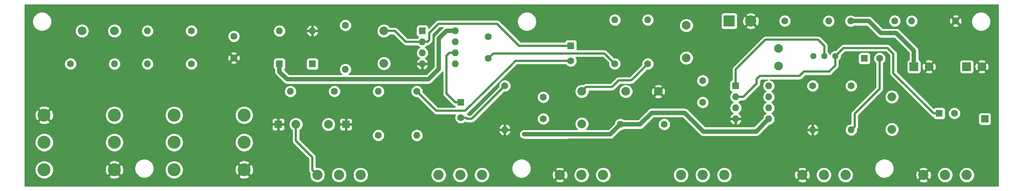
<source format=gbl>
G04 #@! TF.GenerationSoftware,KiCad,Pcbnew,(5.1.4)-1*
G04 #@! TF.CreationDate,2020-01-19T01:30:50+01:00*
G04 #@! TF.ProjectId,Lead-12-5010,4c656164-2d31-4322-9d35-3031302e6b69,rev?*
G04 #@! TF.SameCoordinates,Original*
G04 #@! TF.FileFunction,Copper,L2,Bot*
G04 #@! TF.FilePolarity,Positive*
%FSLAX46Y46*%
G04 Gerber Fmt 4.6, Leading zero omitted, Abs format (unit mm)*
G04 Created by KiCad (PCBNEW (5.1.4)-1) date 2020-01-19 01:30:50*
%MOMM*%
%LPD*%
G04 APERTURE LIST*
%ADD10C,2.600000*%
%ADD11R,2.600000X2.600000*%
%ADD12O,1.600000X1.600000*%
%ADD13C,1.600000*%
%ADD14C,2.340000*%
%ADD15C,3.000000*%
%ADD16C,2.000000*%
%ADD17R,1.600000X1.600000*%
%ADD18R,1.700000X1.700000*%
%ADD19R,2.000000X2.000000*%
%ADD20C,1.440000*%
%ADD21C,1.000000*%
%ADD22C,0.500000*%
%ADD23C,1.000000*%
%ADD24C,0.254000*%
G04 APERTURE END LIST*
D10*
X213026000Y-92964000D03*
D11*
X208026000Y-92964000D03*
D12*
X66040000Y-102870000D03*
D13*
X55880000Y-102870000D03*
X83820000Y-95250000D03*
D12*
X73660000Y-95250000D03*
D13*
X83820000Y-102870000D03*
D12*
X73660000Y-102870000D03*
D13*
X189230000Y-102870000D03*
D12*
X189230000Y-92710000D03*
D14*
X206900000Y-128524000D03*
X201900000Y-128524000D03*
X196900000Y-128524000D03*
X122900000Y-128500000D03*
X117900000Y-128500000D03*
X112900000Y-128500000D03*
X252900000Y-128524000D03*
X257900000Y-128524000D03*
X262900000Y-128524000D03*
X178910000Y-128500000D03*
X173910000Y-128500000D03*
X168910000Y-128500000D03*
X140900000Y-128500000D03*
X145900000Y-128500000D03*
X150900000Y-128500000D03*
D15*
X49800000Y-127300000D03*
X49800000Y-121000000D03*
X49800000Y-114700000D03*
X66000000Y-127300000D03*
X66000000Y-121000000D03*
X66000000Y-114700000D03*
D16*
X198120000Y-101480000D03*
X198120000Y-93980000D03*
X173990000Y-116720000D03*
X173990000Y-109220000D03*
X58540000Y-95250000D03*
X66040000Y-95250000D03*
X128270000Y-95250000D03*
X128270000Y-102750000D03*
D17*
X171450000Y-98679000D03*
D13*
X171450000Y-102179000D03*
D16*
X107950000Y-116840000D03*
X115450000Y-116840000D03*
D17*
X146050000Y-111760000D03*
D13*
X146050000Y-115260000D03*
X152400000Y-96600000D03*
X152400000Y-101600000D03*
D16*
X184150000Y-109220000D03*
X191650000Y-109220000D03*
D13*
X165100000Y-115570000D03*
X165100000Y-110570000D03*
D12*
X104140000Y-95250000D03*
D17*
X104140000Y-102870000D03*
X111760000Y-102870000D03*
D12*
X111760000Y-95250000D03*
D15*
X79800000Y-127300000D03*
X79800000Y-121000000D03*
X79800000Y-114700000D03*
X96000000Y-127300000D03*
X96000000Y-121000000D03*
X96000000Y-114700000D03*
D18*
X267081000Y-115570000D03*
D14*
X234900000Y-128524000D03*
X229900000Y-128524000D03*
X224900000Y-128524000D03*
D13*
X119380000Y-93980000D03*
D12*
X119380000Y-104140000D03*
X106680000Y-109220000D03*
D13*
X116840000Y-109220000D03*
X135890000Y-109220000D03*
D12*
X135890000Y-119380000D03*
D13*
X127000000Y-119380000D03*
D12*
X127000000Y-109220000D03*
X156210000Y-118110000D03*
D13*
X156210000Y-107950000D03*
D12*
X181610000Y-92710000D03*
D13*
X181610000Y-102870000D03*
D12*
X182880000Y-116840000D03*
D13*
X193040000Y-116840000D03*
D12*
X236220000Y-118110000D03*
D13*
X236220000Y-107950000D03*
D17*
X137160000Y-95250000D03*
D12*
X144780000Y-102870000D03*
X137160000Y-97790000D03*
X144780000Y-100330000D03*
X137160000Y-100330000D03*
X144780000Y-97790000D03*
X137160000Y-102870000D03*
X144780000Y-95250000D03*
D17*
X239268000Y-101600000D03*
D13*
X242768000Y-101600000D03*
D19*
X262890000Y-103505000D03*
D16*
X266390000Y-103505000D03*
D20*
X232537000Y-101092000D03*
X229997000Y-101092000D03*
X227457000Y-101092000D03*
D17*
X256540000Y-114300000D03*
D13*
X260040000Y-114300000D03*
X227330000Y-107950000D03*
D12*
X227330000Y-118110000D03*
D13*
X201930000Y-111760000D03*
X201930000Y-106760000D03*
D16*
X245618000Y-110490000D03*
X245618000Y-117990000D03*
D17*
X209550000Y-107950000D03*
D12*
X217170000Y-115570000D03*
X209550000Y-110490000D03*
X217170000Y-113030000D03*
X209550000Y-113030000D03*
X217170000Y-110490000D03*
X209550000Y-115570000D03*
X217170000Y-107950000D03*
D13*
X93599000Y-101473000D03*
X93599000Y-96473000D03*
D12*
X236093000Y-92964000D03*
D13*
X246253000Y-92964000D03*
X260350000Y-92964000D03*
D12*
X250190000Y-92964000D03*
D18*
X103886000Y-116840000D03*
X119507000Y-116840000D03*
D19*
X250698000Y-103505000D03*
D16*
X254198000Y-103505000D03*
X219456000Y-99314000D03*
X219456000Y-103314000D03*
D13*
X220853000Y-92964000D03*
D12*
X231013000Y-92964000D03*
D21*
X160655000Y-119121869D03*
D22*
X140379999Y-113709999D02*
X135890000Y-109220000D01*
X147050003Y-113709999D02*
X140379999Y-113709999D01*
X157607000Y-103251000D02*
X147050003Y-113709999D01*
X171450000Y-102179000D02*
X158679000Y-102179000D01*
X158679000Y-102179000D02*
X157607000Y-103251000D01*
D23*
X214249000Y-118491000D02*
X217170000Y-115570000D01*
X202057000Y-118491000D02*
X214249000Y-118491000D01*
X197739000Y-114173000D02*
X202057000Y-118491000D01*
X182880000Y-116840000D02*
X187452000Y-116840000D01*
X190119000Y-114173000D02*
X197739000Y-114173000D01*
X187452000Y-116840000D02*
X190119000Y-114173000D01*
X180602001Y-119117999D02*
X182880000Y-116840000D01*
X160655000Y-119121869D02*
X180602001Y-119117999D01*
D22*
X173990000Y-128420000D02*
X173910000Y-128500000D01*
X232537000Y-103251000D02*
X232537000Y-101092000D01*
X231140000Y-104648000D02*
X232537000Y-103251000D01*
X211328000Y-110490000D02*
X214376000Y-107442000D01*
X214376000Y-107442000D02*
X214376000Y-106426000D01*
X214376000Y-106426000D02*
X215138000Y-105664000D01*
X225298000Y-104648000D02*
X231140000Y-104648000D01*
X215138000Y-105664000D02*
X224282000Y-105664000D01*
X209550000Y-110490000D02*
X211328000Y-110490000D01*
X224282000Y-105664000D02*
X225298000Y-104648000D01*
X255240000Y-114300000D02*
X256540000Y-114300000D01*
X245969000Y-105029000D02*
X255240000Y-114300000D01*
X245969000Y-100554000D02*
X245969000Y-105029000D01*
X244602000Y-99187000D02*
X245969000Y-100554000D01*
X232537000Y-101092000D02*
X234442000Y-99187000D01*
X234442000Y-99187000D02*
X244602000Y-99187000D01*
X209550000Y-104140000D02*
X209550000Y-107950000D01*
X216408000Y-97282000D02*
X209550000Y-104140000D01*
X228600000Y-97282000D02*
X216408000Y-97282000D01*
X229997000Y-101092000D02*
X229997000Y-98679000D01*
X229997000Y-98679000D02*
X228600000Y-97282000D01*
X111730001Y-127330001D02*
X111730001Y-124430001D01*
X112900000Y-128500000D02*
X111730001Y-127330001D01*
X107950000Y-120650000D02*
X107950000Y-116840000D01*
X111730001Y-124430001D02*
X107950000Y-120650000D01*
X186377763Y-105722237D02*
X189230000Y-102870000D01*
X185420000Y-106680000D02*
X186377763Y-105722237D01*
X182499000Y-106680000D02*
X185420000Y-106680000D01*
X180958999Y-108220001D02*
X182499000Y-106680000D01*
X173990000Y-109220000D02*
X174989999Y-108220001D01*
X174989999Y-108220001D02*
X180958999Y-108220001D01*
X242768000Y-108641000D02*
X242768000Y-101600000D01*
X237019999Y-114389001D02*
X242768000Y-108641000D01*
X236220000Y-118110000D02*
X237019999Y-117310001D01*
X237019999Y-117310001D02*
X237019999Y-114389001D01*
X128270000Y-95250000D02*
X130810000Y-95250000D01*
X133350000Y-97790000D02*
X137160000Y-97790000D01*
X130810000Y-95250000D02*
X133350000Y-97790000D01*
X138291370Y-97790000D02*
X137160000Y-97790000D01*
X159512000Y-98679000D02*
X154432000Y-93599000D01*
X171450000Y-98679000D02*
X159512000Y-98679000D01*
X154432000Y-93599000D02*
X140843000Y-93599000D01*
X140843000Y-93599000D02*
X138710001Y-95731999D01*
X138710001Y-95731999D02*
X138710001Y-97371369D01*
X138710001Y-97371369D02*
X138291370Y-97790000D01*
X144750000Y-111760000D02*
X142719520Y-109729520D01*
X146050000Y-111760000D02*
X144750000Y-111760000D01*
X142719520Y-102390480D02*
X142725067Y-102384933D01*
X142725067Y-102384933D02*
X142725067Y-101004568D01*
X143399635Y-100330000D02*
X144780000Y-100330000D01*
X142725067Y-101004568D02*
X143399635Y-100330000D01*
X142725067Y-109723973D02*
X142719520Y-109729520D01*
X142725067Y-102384933D02*
X142725067Y-109723973D01*
X153543000Y-100457000D02*
X152400000Y-101600000D01*
X181610000Y-102870000D02*
X179197000Y-100457000D01*
X179197000Y-100457000D02*
X153543000Y-100457000D01*
X147181370Y-115260000D02*
X147491370Y-115570000D01*
X146050000Y-115260000D02*
X147181370Y-115260000D01*
X148590000Y-115570000D02*
X156210000Y-107950000D01*
X147491370Y-115570000D02*
X148590000Y-115570000D01*
D23*
X240284000Y-92964000D02*
X236093000Y-92964000D01*
X243078000Y-95758000D02*
X240284000Y-92964000D01*
X246634000Y-95758000D02*
X243078000Y-95758000D01*
X250698000Y-103505000D02*
X250698000Y-99822000D01*
X250698000Y-99822000D02*
X246634000Y-95758000D01*
X142748000Y-95250000D02*
X144780000Y-95250000D01*
X104140000Y-104670000D02*
X105896000Y-106426000D01*
X104140000Y-102870000D02*
X104140000Y-104670000D01*
X105896000Y-106426000D02*
X138557000Y-106426000D01*
X138557000Y-106426000D02*
X140970000Y-104013000D01*
X140970000Y-104013000D02*
X140970000Y-97028000D01*
X140970000Y-97028000D02*
X142748000Y-95250000D01*
D24*
G36*
X270158001Y-131048000D02*
G01*
X45352000Y-131048000D01*
X45352000Y-127090509D01*
X47673000Y-127090509D01*
X47673000Y-127509491D01*
X47754739Y-127920423D01*
X47915077Y-128307512D01*
X48147851Y-128655884D01*
X48444116Y-128952149D01*
X48792488Y-129184923D01*
X49179577Y-129345261D01*
X49590509Y-129427000D01*
X50009491Y-129427000D01*
X50420423Y-129345261D01*
X50807512Y-129184923D01*
X51155884Y-128952149D01*
X51286316Y-128821717D01*
X64722942Y-128821717D01*
X64883074Y-129131643D01*
X65261871Y-129314349D01*
X65669034Y-129419646D01*
X66088917Y-129443486D01*
X66505381Y-129384953D01*
X66902425Y-129246297D01*
X67116926Y-129131643D01*
X67277058Y-128821717D01*
X66000000Y-127544659D01*
X64722942Y-128821717D01*
X51286316Y-128821717D01*
X51452149Y-128655884D01*
X51684923Y-128307512D01*
X51845261Y-127920423D01*
X51927000Y-127509491D01*
X51927000Y-127388917D01*
X63856514Y-127388917D01*
X63915047Y-127805381D01*
X64053703Y-128202425D01*
X64168357Y-128416926D01*
X64478283Y-128577058D01*
X65755341Y-127300000D01*
X66244659Y-127300000D01*
X67521717Y-128577058D01*
X67831643Y-128416926D01*
X68014349Y-128038129D01*
X68119646Y-127630966D01*
X68143486Y-127211083D01*
X68084953Y-126794619D01*
X68080079Y-126780660D01*
X70671000Y-126780660D01*
X70671000Y-127219340D01*
X70756582Y-127649592D01*
X70924458Y-128054880D01*
X71168176Y-128419630D01*
X71478370Y-128729824D01*
X71843120Y-128973542D01*
X72248408Y-129141418D01*
X72678660Y-129227000D01*
X73117340Y-129227000D01*
X73547592Y-129141418D01*
X73952880Y-128973542D01*
X74317630Y-128729824D01*
X74627824Y-128419630D01*
X74871542Y-128054880D01*
X75039418Y-127649592D01*
X75125000Y-127219340D01*
X75125000Y-127090509D01*
X77673000Y-127090509D01*
X77673000Y-127509491D01*
X77754739Y-127920423D01*
X77915077Y-128307512D01*
X78147851Y-128655884D01*
X78444116Y-128952149D01*
X78792488Y-129184923D01*
X79179577Y-129345261D01*
X79590509Y-129427000D01*
X80009491Y-129427000D01*
X80420423Y-129345261D01*
X80807512Y-129184923D01*
X81155884Y-128952149D01*
X81286316Y-128821717D01*
X94722942Y-128821717D01*
X94883074Y-129131643D01*
X95261871Y-129314349D01*
X95669034Y-129419646D01*
X96088917Y-129443486D01*
X96505381Y-129384953D01*
X96902425Y-129246297D01*
X97116926Y-129131643D01*
X97277058Y-128821717D01*
X96000000Y-127544659D01*
X94722942Y-128821717D01*
X81286316Y-128821717D01*
X81452149Y-128655884D01*
X81684923Y-128307512D01*
X81845261Y-127920423D01*
X81927000Y-127509491D01*
X81927000Y-127388917D01*
X93856514Y-127388917D01*
X93915047Y-127805381D01*
X94053703Y-128202425D01*
X94168357Y-128416926D01*
X94478283Y-128577058D01*
X95755341Y-127300000D01*
X96244659Y-127300000D01*
X97521717Y-128577058D01*
X97831643Y-128416926D01*
X98014349Y-128038129D01*
X98119646Y-127630966D01*
X98143486Y-127211083D01*
X98084953Y-126794619D01*
X97946297Y-126397575D01*
X97831643Y-126183074D01*
X97521717Y-126022942D01*
X96244659Y-127300000D01*
X95755341Y-127300000D01*
X94478283Y-126022942D01*
X94168357Y-126183074D01*
X93985651Y-126561871D01*
X93880354Y-126969034D01*
X93856514Y-127388917D01*
X81927000Y-127388917D01*
X81927000Y-127090509D01*
X81845261Y-126679577D01*
X81684923Y-126292488D01*
X81452149Y-125944116D01*
X81286316Y-125778283D01*
X94722942Y-125778283D01*
X96000000Y-127055341D01*
X97277058Y-125778283D01*
X97116926Y-125468357D01*
X96738129Y-125285651D01*
X96330966Y-125180354D01*
X95911083Y-125156514D01*
X95494619Y-125215047D01*
X95097575Y-125353703D01*
X94883074Y-125468357D01*
X94722942Y-125778283D01*
X81286316Y-125778283D01*
X81155884Y-125647851D01*
X80807512Y-125415077D01*
X80420423Y-125254739D01*
X80009491Y-125173000D01*
X79590509Y-125173000D01*
X79179577Y-125254739D01*
X78792488Y-125415077D01*
X78444116Y-125647851D01*
X78147851Y-125944116D01*
X77915077Y-126292488D01*
X77754739Y-126679577D01*
X77673000Y-127090509D01*
X75125000Y-127090509D01*
X75125000Y-126780660D01*
X75039418Y-126350408D01*
X74871542Y-125945120D01*
X74627824Y-125580370D01*
X74317630Y-125270176D01*
X73952880Y-125026458D01*
X73547592Y-124858582D01*
X73117340Y-124773000D01*
X72678660Y-124773000D01*
X72248408Y-124858582D01*
X71843120Y-125026458D01*
X71478370Y-125270176D01*
X71168176Y-125580370D01*
X70924458Y-125945120D01*
X70756582Y-126350408D01*
X70671000Y-126780660D01*
X68080079Y-126780660D01*
X67946297Y-126397575D01*
X67831643Y-126183074D01*
X67521717Y-126022942D01*
X66244659Y-127300000D01*
X65755341Y-127300000D01*
X64478283Y-126022942D01*
X64168357Y-126183074D01*
X63985651Y-126561871D01*
X63880354Y-126969034D01*
X63856514Y-127388917D01*
X51927000Y-127388917D01*
X51927000Y-127090509D01*
X51845261Y-126679577D01*
X51684923Y-126292488D01*
X51452149Y-125944116D01*
X51286316Y-125778283D01*
X64722942Y-125778283D01*
X66000000Y-127055341D01*
X67277058Y-125778283D01*
X67116926Y-125468357D01*
X66738129Y-125285651D01*
X66330966Y-125180354D01*
X65911083Y-125156514D01*
X65494619Y-125215047D01*
X65097575Y-125353703D01*
X64883074Y-125468357D01*
X64722942Y-125778283D01*
X51286316Y-125778283D01*
X51155884Y-125647851D01*
X50807512Y-125415077D01*
X50420423Y-125254739D01*
X50009491Y-125173000D01*
X49590509Y-125173000D01*
X49179577Y-125254739D01*
X48792488Y-125415077D01*
X48444116Y-125647851D01*
X48147851Y-125944116D01*
X47915077Y-126292488D01*
X47754739Y-126679577D01*
X47673000Y-127090509D01*
X45352000Y-127090509D01*
X45352000Y-120790509D01*
X47673000Y-120790509D01*
X47673000Y-121209491D01*
X47754739Y-121620423D01*
X47915077Y-122007512D01*
X48147851Y-122355884D01*
X48444116Y-122652149D01*
X48792488Y-122884923D01*
X49179577Y-123045261D01*
X49590509Y-123127000D01*
X50009491Y-123127000D01*
X50420423Y-123045261D01*
X50807512Y-122884923D01*
X51155884Y-122652149D01*
X51452149Y-122355884D01*
X51684923Y-122007512D01*
X51845261Y-121620423D01*
X51927000Y-121209491D01*
X51927000Y-120790509D01*
X63873000Y-120790509D01*
X63873000Y-121209491D01*
X63954739Y-121620423D01*
X64115077Y-122007512D01*
X64347851Y-122355884D01*
X64644116Y-122652149D01*
X64992488Y-122884923D01*
X65379577Y-123045261D01*
X65790509Y-123127000D01*
X66209491Y-123127000D01*
X66620423Y-123045261D01*
X67007512Y-122884923D01*
X67355884Y-122652149D01*
X67652149Y-122355884D01*
X67884923Y-122007512D01*
X68045261Y-121620423D01*
X68127000Y-121209491D01*
X68127000Y-120790509D01*
X77673000Y-120790509D01*
X77673000Y-121209491D01*
X77754739Y-121620423D01*
X77915077Y-122007512D01*
X78147851Y-122355884D01*
X78444116Y-122652149D01*
X78792488Y-122884923D01*
X79179577Y-123045261D01*
X79590509Y-123127000D01*
X80009491Y-123127000D01*
X80420423Y-123045261D01*
X80807512Y-122884923D01*
X81155884Y-122652149D01*
X81452149Y-122355884D01*
X81684923Y-122007512D01*
X81845261Y-121620423D01*
X81927000Y-121209491D01*
X81927000Y-120790509D01*
X93873000Y-120790509D01*
X93873000Y-121209491D01*
X93954739Y-121620423D01*
X94115077Y-122007512D01*
X94347851Y-122355884D01*
X94644116Y-122652149D01*
X94992488Y-122884923D01*
X95379577Y-123045261D01*
X95790509Y-123127000D01*
X96209491Y-123127000D01*
X96620423Y-123045261D01*
X97007512Y-122884923D01*
X97355884Y-122652149D01*
X97652149Y-122355884D01*
X97884923Y-122007512D01*
X98045261Y-121620423D01*
X98127000Y-121209491D01*
X98127000Y-120790509D01*
X98045261Y-120379577D01*
X97884923Y-119992488D01*
X97652149Y-119644116D01*
X97355884Y-119347851D01*
X97007512Y-119115077D01*
X96620423Y-118954739D01*
X96209491Y-118873000D01*
X95790509Y-118873000D01*
X95379577Y-118954739D01*
X94992488Y-119115077D01*
X94644116Y-119347851D01*
X94347851Y-119644116D01*
X94115077Y-119992488D01*
X93954739Y-120379577D01*
X93873000Y-120790509D01*
X81927000Y-120790509D01*
X81845261Y-120379577D01*
X81684923Y-119992488D01*
X81452149Y-119644116D01*
X81155884Y-119347851D01*
X80807512Y-119115077D01*
X80420423Y-118954739D01*
X80009491Y-118873000D01*
X79590509Y-118873000D01*
X79179577Y-118954739D01*
X78792488Y-119115077D01*
X78444116Y-119347851D01*
X78147851Y-119644116D01*
X77915077Y-119992488D01*
X77754739Y-120379577D01*
X77673000Y-120790509D01*
X68127000Y-120790509D01*
X68045261Y-120379577D01*
X67884923Y-119992488D01*
X67652149Y-119644116D01*
X67355884Y-119347851D01*
X67007512Y-119115077D01*
X66620423Y-118954739D01*
X66209491Y-118873000D01*
X65790509Y-118873000D01*
X65379577Y-118954739D01*
X64992488Y-119115077D01*
X64644116Y-119347851D01*
X64347851Y-119644116D01*
X64115077Y-119992488D01*
X63954739Y-120379577D01*
X63873000Y-120790509D01*
X51927000Y-120790509D01*
X51845261Y-120379577D01*
X51684923Y-119992488D01*
X51452149Y-119644116D01*
X51155884Y-119347851D01*
X50807512Y-119115077D01*
X50420423Y-118954739D01*
X50009491Y-118873000D01*
X49590509Y-118873000D01*
X49179577Y-118954739D01*
X48792488Y-119115077D01*
X48444116Y-119347851D01*
X48147851Y-119644116D01*
X47915077Y-119992488D01*
X47754739Y-120379577D01*
X47673000Y-120790509D01*
X45352000Y-120790509D01*
X45352000Y-117690000D01*
X102397928Y-117690000D01*
X102410188Y-117814482D01*
X102446498Y-117934180D01*
X102505463Y-118044494D01*
X102584815Y-118141185D01*
X102681506Y-118220537D01*
X102791820Y-118279502D01*
X102911518Y-118315812D01*
X103036000Y-118328072D01*
X103554250Y-118325000D01*
X103713000Y-118166250D01*
X103713000Y-117013000D01*
X104059000Y-117013000D01*
X104059000Y-118166250D01*
X104217750Y-118325000D01*
X104736000Y-118328072D01*
X104860482Y-118315812D01*
X104980180Y-118279502D01*
X105090494Y-118220537D01*
X105187185Y-118141185D01*
X105266537Y-118044494D01*
X105325502Y-117934180D01*
X105361812Y-117814482D01*
X105374072Y-117690000D01*
X105371000Y-117171750D01*
X105212250Y-117013000D01*
X104059000Y-117013000D01*
X103713000Y-117013000D01*
X102559750Y-117013000D01*
X102401000Y-117171750D01*
X102397928Y-117690000D01*
X45352000Y-117690000D01*
X45352000Y-116221717D01*
X48522942Y-116221717D01*
X48683074Y-116531643D01*
X49061871Y-116714349D01*
X49469034Y-116819646D01*
X49888917Y-116843486D01*
X50305381Y-116784953D01*
X50702425Y-116646297D01*
X50916926Y-116531643D01*
X51077058Y-116221717D01*
X49800000Y-114944659D01*
X48522942Y-116221717D01*
X45352000Y-116221717D01*
X45352000Y-114788917D01*
X47656514Y-114788917D01*
X47715047Y-115205381D01*
X47853703Y-115602425D01*
X47968357Y-115816926D01*
X48278283Y-115977058D01*
X49555341Y-114700000D01*
X50044659Y-114700000D01*
X51321717Y-115977058D01*
X51631643Y-115816926D01*
X51814349Y-115438129D01*
X51919646Y-115030966D01*
X51943486Y-114611083D01*
X51926540Y-114490509D01*
X63873000Y-114490509D01*
X63873000Y-114909491D01*
X63954739Y-115320423D01*
X64115077Y-115707512D01*
X64347851Y-116055884D01*
X64644116Y-116352149D01*
X64992488Y-116584923D01*
X65379577Y-116745261D01*
X65790509Y-116827000D01*
X66209491Y-116827000D01*
X66620423Y-116745261D01*
X67007512Y-116584923D01*
X67355884Y-116352149D01*
X67652149Y-116055884D01*
X67884923Y-115707512D01*
X68045261Y-115320423D01*
X68127000Y-114909491D01*
X68127000Y-114490509D01*
X77673000Y-114490509D01*
X77673000Y-114909491D01*
X77754739Y-115320423D01*
X77915077Y-115707512D01*
X78147851Y-116055884D01*
X78444116Y-116352149D01*
X78792488Y-116584923D01*
X79179577Y-116745261D01*
X79590509Y-116827000D01*
X80009491Y-116827000D01*
X80420423Y-116745261D01*
X80807512Y-116584923D01*
X81155884Y-116352149D01*
X81452149Y-116055884D01*
X81684923Y-115707512D01*
X81845261Y-115320423D01*
X81927000Y-114909491D01*
X81927000Y-114490509D01*
X93873000Y-114490509D01*
X93873000Y-114909491D01*
X93954739Y-115320423D01*
X94115077Y-115707512D01*
X94347851Y-116055884D01*
X94644116Y-116352149D01*
X94992488Y-116584923D01*
X95379577Y-116745261D01*
X95790509Y-116827000D01*
X96209491Y-116827000D01*
X96620423Y-116745261D01*
X96778567Y-116679755D01*
X106323000Y-116679755D01*
X106323000Y-117000245D01*
X106385525Y-117314578D01*
X106508172Y-117610673D01*
X106686227Y-117877152D01*
X106912848Y-118103773D01*
X107073001Y-118210783D01*
X107073000Y-120606920D01*
X107068757Y-120650000D01*
X107073000Y-120693078D01*
X107085690Y-120821921D01*
X107135838Y-120987236D01*
X107217273Y-121139591D01*
X107326867Y-121273133D01*
X107360332Y-121300597D01*
X110853002Y-124793267D01*
X110853001Y-127286921D01*
X110848758Y-127330001D01*
X110853001Y-127373079D01*
X110865691Y-127501922D01*
X110915839Y-127667237D01*
X110997274Y-127819592D01*
X111106868Y-127953134D01*
X111140333Y-127980598D01*
X111166004Y-128006269D01*
X111103000Y-128323011D01*
X111103000Y-128676989D01*
X111172058Y-129024166D01*
X111307519Y-129351199D01*
X111504179Y-129645521D01*
X111754479Y-129895821D01*
X112048801Y-130092481D01*
X112375834Y-130227942D01*
X112723011Y-130297000D01*
X113076989Y-130297000D01*
X113424166Y-130227942D01*
X113751199Y-130092481D01*
X114045521Y-129895821D01*
X114295821Y-129645521D01*
X114492481Y-129351199D01*
X114627942Y-129024166D01*
X114697000Y-128676989D01*
X114697000Y-128323011D01*
X116103000Y-128323011D01*
X116103000Y-128676989D01*
X116172058Y-129024166D01*
X116307519Y-129351199D01*
X116504179Y-129645521D01*
X116754479Y-129895821D01*
X117048801Y-130092481D01*
X117375834Y-130227942D01*
X117723011Y-130297000D01*
X118076989Y-130297000D01*
X118424166Y-130227942D01*
X118751199Y-130092481D01*
X119045521Y-129895821D01*
X119295821Y-129645521D01*
X119492481Y-129351199D01*
X119627942Y-129024166D01*
X119697000Y-128676989D01*
X119697000Y-128323011D01*
X121103000Y-128323011D01*
X121103000Y-128676989D01*
X121172058Y-129024166D01*
X121307519Y-129351199D01*
X121504179Y-129645521D01*
X121754479Y-129895821D01*
X122048801Y-130092481D01*
X122375834Y-130227942D01*
X122723011Y-130297000D01*
X123076989Y-130297000D01*
X123424166Y-130227942D01*
X123751199Y-130092481D01*
X124045521Y-129895821D01*
X124295821Y-129645521D01*
X124492481Y-129351199D01*
X124627942Y-129024166D01*
X124697000Y-128676989D01*
X124697000Y-128323011D01*
X139103000Y-128323011D01*
X139103000Y-128676989D01*
X139172058Y-129024166D01*
X139307519Y-129351199D01*
X139504179Y-129645521D01*
X139754479Y-129895821D01*
X140048801Y-130092481D01*
X140375834Y-130227942D01*
X140723011Y-130297000D01*
X141076989Y-130297000D01*
X141424166Y-130227942D01*
X141751199Y-130092481D01*
X142045521Y-129895821D01*
X142295821Y-129645521D01*
X142492481Y-129351199D01*
X142627942Y-129024166D01*
X142697000Y-128676989D01*
X142697000Y-128323011D01*
X144103000Y-128323011D01*
X144103000Y-128676989D01*
X144172058Y-129024166D01*
X144307519Y-129351199D01*
X144504179Y-129645521D01*
X144754479Y-129895821D01*
X145048801Y-130092481D01*
X145375834Y-130227942D01*
X145723011Y-130297000D01*
X146076989Y-130297000D01*
X146424166Y-130227942D01*
X146751199Y-130092481D01*
X147045521Y-129895821D01*
X147295821Y-129645521D01*
X147492481Y-129351199D01*
X147627942Y-129024166D01*
X147697000Y-128676989D01*
X147697000Y-128323011D01*
X149103000Y-128323011D01*
X149103000Y-128676989D01*
X149172058Y-129024166D01*
X149307519Y-129351199D01*
X149504179Y-129645521D01*
X149754479Y-129895821D01*
X150048801Y-130092481D01*
X150375834Y-130227942D01*
X150723011Y-130297000D01*
X151076989Y-130297000D01*
X151424166Y-130227942D01*
X151751199Y-130092481D01*
X152045521Y-129895821D01*
X152155173Y-129786169D01*
X167868490Y-129786169D01*
X167988735Y-130062338D01*
X168311233Y-130212048D01*
X168656743Y-130295965D01*
X169011985Y-130310864D01*
X169363307Y-130256173D01*
X169697209Y-130133992D01*
X169831265Y-130062338D01*
X169951510Y-129786169D01*
X168910000Y-128744659D01*
X167868490Y-129786169D01*
X152155173Y-129786169D01*
X152295821Y-129645521D01*
X152492481Y-129351199D01*
X152627942Y-129024166D01*
X152697000Y-128676989D01*
X152697000Y-128323011D01*
X152627942Y-127975834D01*
X152492481Y-127648801D01*
X152295821Y-127354479D01*
X152045521Y-127104179D01*
X151751199Y-126907519D01*
X151444934Y-126780660D01*
X157793000Y-126780660D01*
X157793000Y-127219340D01*
X157878582Y-127649592D01*
X158046458Y-128054880D01*
X158290176Y-128419630D01*
X158600370Y-128729824D01*
X158965120Y-128973542D01*
X159370408Y-129141418D01*
X159800660Y-129227000D01*
X160239340Y-129227000D01*
X160669592Y-129141418D01*
X161074880Y-128973542D01*
X161439630Y-128729824D01*
X161567469Y-128601985D01*
X167099136Y-128601985D01*
X167153827Y-128953307D01*
X167276008Y-129287209D01*
X167347662Y-129421265D01*
X167623831Y-129541510D01*
X168665341Y-128500000D01*
X169154659Y-128500000D01*
X170196169Y-129541510D01*
X170472338Y-129421265D01*
X170622048Y-129098767D01*
X170705965Y-128753257D01*
X170720864Y-128398015D01*
X170709188Y-128323011D01*
X172113000Y-128323011D01*
X172113000Y-128676989D01*
X172182058Y-129024166D01*
X172317519Y-129351199D01*
X172514179Y-129645521D01*
X172764479Y-129895821D01*
X173058801Y-130092481D01*
X173385834Y-130227942D01*
X173733011Y-130297000D01*
X174086989Y-130297000D01*
X174434166Y-130227942D01*
X174761199Y-130092481D01*
X175055521Y-129895821D01*
X175305821Y-129645521D01*
X175502481Y-129351199D01*
X175637942Y-129024166D01*
X175707000Y-128676989D01*
X175707000Y-128323011D01*
X177113000Y-128323011D01*
X177113000Y-128676989D01*
X177182058Y-129024166D01*
X177317519Y-129351199D01*
X177514179Y-129645521D01*
X177764479Y-129895821D01*
X178058801Y-130092481D01*
X178385834Y-130227942D01*
X178733011Y-130297000D01*
X179086989Y-130297000D01*
X179434166Y-130227942D01*
X179761199Y-130092481D01*
X180055521Y-129895821D01*
X180305821Y-129645521D01*
X180502481Y-129351199D01*
X180637942Y-129024166D01*
X180707000Y-128676989D01*
X180707000Y-128347011D01*
X195103000Y-128347011D01*
X195103000Y-128700989D01*
X195172058Y-129048166D01*
X195307519Y-129375199D01*
X195504179Y-129669521D01*
X195754479Y-129919821D01*
X196048801Y-130116481D01*
X196375834Y-130251942D01*
X196723011Y-130321000D01*
X197076989Y-130321000D01*
X197424166Y-130251942D01*
X197751199Y-130116481D01*
X198045521Y-129919821D01*
X198295821Y-129669521D01*
X198492481Y-129375199D01*
X198627942Y-129048166D01*
X198697000Y-128700989D01*
X198697000Y-128347011D01*
X200103000Y-128347011D01*
X200103000Y-128700989D01*
X200172058Y-129048166D01*
X200307519Y-129375199D01*
X200504179Y-129669521D01*
X200754479Y-129919821D01*
X201048801Y-130116481D01*
X201375834Y-130251942D01*
X201723011Y-130321000D01*
X202076989Y-130321000D01*
X202424166Y-130251942D01*
X202751199Y-130116481D01*
X203045521Y-129919821D01*
X203295821Y-129669521D01*
X203492481Y-129375199D01*
X203627942Y-129048166D01*
X203697000Y-128700989D01*
X203697000Y-128347011D01*
X205103000Y-128347011D01*
X205103000Y-128700989D01*
X205172058Y-129048166D01*
X205307519Y-129375199D01*
X205504179Y-129669521D01*
X205754479Y-129919821D01*
X206048801Y-130116481D01*
X206375834Y-130251942D01*
X206723011Y-130321000D01*
X207076989Y-130321000D01*
X207424166Y-130251942D01*
X207751199Y-130116481D01*
X208045521Y-129919821D01*
X208155173Y-129810169D01*
X223858490Y-129810169D01*
X223978735Y-130086338D01*
X224301233Y-130236048D01*
X224646743Y-130319965D01*
X225001985Y-130334864D01*
X225353307Y-130280173D01*
X225687209Y-130157992D01*
X225821265Y-130086338D01*
X225941510Y-129810169D01*
X224900000Y-128768659D01*
X223858490Y-129810169D01*
X208155173Y-129810169D01*
X208295821Y-129669521D01*
X208492481Y-129375199D01*
X208627942Y-129048166D01*
X208697000Y-128700989D01*
X208697000Y-128625985D01*
X223089136Y-128625985D01*
X223143827Y-128977307D01*
X223266008Y-129311209D01*
X223337662Y-129445265D01*
X223613831Y-129565510D01*
X224655341Y-128524000D01*
X225144659Y-128524000D01*
X226186169Y-129565510D01*
X226462338Y-129445265D01*
X226612048Y-129122767D01*
X226695965Y-128777257D01*
X226710864Y-128422015D01*
X226699188Y-128347011D01*
X228103000Y-128347011D01*
X228103000Y-128700989D01*
X228172058Y-129048166D01*
X228307519Y-129375199D01*
X228504179Y-129669521D01*
X228754479Y-129919821D01*
X229048801Y-130116481D01*
X229375834Y-130251942D01*
X229723011Y-130321000D01*
X230076989Y-130321000D01*
X230424166Y-130251942D01*
X230751199Y-130116481D01*
X231045521Y-129919821D01*
X231295821Y-129669521D01*
X231492481Y-129375199D01*
X231627942Y-129048166D01*
X231697000Y-128700989D01*
X231697000Y-128347011D01*
X233103000Y-128347011D01*
X233103000Y-128700989D01*
X233172058Y-129048166D01*
X233307519Y-129375199D01*
X233504179Y-129669521D01*
X233754479Y-129919821D01*
X234048801Y-130116481D01*
X234375834Y-130251942D01*
X234723011Y-130321000D01*
X235076989Y-130321000D01*
X235424166Y-130251942D01*
X235751199Y-130116481D01*
X236045521Y-129919821D01*
X236155173Y-129810169D01*
X251858490Y-129810169D01*
X251978735Y-130086338D01*
X252301233Y-130236048D01*
X252646743Y-130319965D01*
X253001985Y-130334864D01*
X253353307Y-130280173D01*
X253687209Y-130157992D01*
X253821265Y-130086338D01*
X253941510Y-129810169D01*
X252900000Y-128768659D01*
X251858490Y-129810169D01*
X236155173Y-129810169D01*
X236295821Y-129669521D01*
X236492481Y-129375199D01*
X236627942Y-129048166D01*
X236697000Y-128700989D01*
X236697000Y-128347011D01*
X236627942Y-127999834D01*
X236492481Y-127672801D01*
X236295821Y-127378479D01*
X236045521Y-127128179D01*
X235751199Y-126931519D01*
X235424166Y-126796058D01*
X235346756Y-126780660D01*
X241613000Y-126780660D01*
X241613000Y-127219340D01*
X241698582Y-127649592D01*
X241866458Y-128054880D01*
X242110176Y-128419630D01*
X242420370Y-128729824D01*
X242785120Y-128973542D01*
X243190408Y-129141418D01*
X243620660Y-129227000D01*
X244059340Y-129227000D01*
X244489592Y-129141418D01*
X244894880Y-128973542D01*
X245259630Y-128729824D01*
X245363469Y-128625985D01*
X251089136Y-128625985D01*
X251143827Y-128977307D01*
X251266008Y-129311209D01*
X251337662Y-129445265D01*
X251613831Y-129565510D01*
X252655341Y-128524000D01*
X253144659Y-128524000D01*
X254186169Y-129565510D01*
X254462338Y-129445265D01*
X254612048Y-129122767D01*
X254695965Y-128777257D01*
X254710864Y-128422015D01*
X254699188Y-128347011D01*
X256103000Y-128347011D01*
X256103000Y-128700989D01*
X256172058Y-129048166D01*
X256307519Y-129375199D01*
X256504179Y-129669521D01*
X256754479Y-129919821D01*
X257048801Y-130116481D01*
X257375834Y-130251942D01*
X257723011Y-130321000D01*
X258076989Y-130321000D01*
X258424166Y-130251942D01*
X258751199Y-130116481D01*
X259045521Y-129919821D01*
X259295821Y-129669521D01*
X259492481Y-129375199D01*
X259627942Y-129048166D01*
X259697000Y-128700989D01*
X259697000Y-128347011D01*
X261103000Y-128347011D01*
X261103000Y-128700989D01*
X261172058Y-129048166D01*
X261307519Y-129375199D01*
X261504179Y-129669521D01*
X261754479Y-129919821D01*
X262048801Y-130116481D01*
X262375834Y-130251942D01*
X262723011Y-130321000D01*
X263076989Y-130321000D01*
X263424166Y-130251942D01*
X263751199Y-130116481D01*
X264045521Y-129919821D01*
X264295821Y-129669521D01*
X264492481Y-129375199D01*
X264627942Y-129048166D01*
X264697000Y-128700989D01*
X264697000Y-128347011D01*
X264627942Y-127999834D01*
X264492481Y-127672801D01*
X264295821Y-127378479D01*
X264045521Y-127128179D01*
X263751199Y-126931519D01*
X263424166Y-126796058D01*
X263076989Y-126727000D01*
X262723011Y-126727000D01*
X262375834Y-126796058D01*
X262048801Y-126931519D01*
X261754479Y-127128179D01*
X261504179Y-127378479D01*
X261307519Y-127672801D01*
X261172058Y-127999834D01*
X261103000Y-128347011D01*
X259697000Y-128347011D01*
X259627942Y-127999834D01*
X259492481Y-127672801D01*
X259295821Y-127378479D01*
X259045521Y-127128179D01*
X258751199Y-126931519D01*
X258424166Y-126796058D01*
X258076989Y-126727000D01*
X257723011Y-126727000D01*
X257375834Y-126796058D01*
X257048801Y-126931519D01*
X256754479Y-127128179D01*
X256504179Y-127378479D01*
X256307519Y-127672801D01*
X256172058Y-127999834D01*
X256103000Y-128347011D01*
X254699188Y-128347011D01*
X254656173Y-128070693D01*
X254533992Y-127736791D01*
X254462338Y-127602735D01*
X254186169Y-127482490D01*
X253144659Y-128524000D01*
X252655341Y-128524000D01*
X251613831Y-127482490D01*
X251337662Y-127602735D01*
X251187952Y-127925233D01*
X251104035Y-128270743D01*
X251089136Y-128625985D01*
X245363469Y-128625985D01*
X245569824Y-128419630D01*
X245813542Y-128054880D01*
X245981418Y-127649592D01*
X246063321Y-127237831D01*
X251858490Y-127237831D01*
X252900000Y-128279341D01*
X253941510Y-127237831D01*
X253821265Y-126961662D01*
X253498767Y-126811952D01*
X253153257Y-126728035D01*
X252798015Y-126713136D01*
X252446693Y-126767827D01*
X252112791Y-126890008D01*
X251978735Y-126961662D01*
X251858490Y-127237831D01*
X246063321Y-127237831D01*
X246067000Y-127219340D01*
X246067000Y-126780660D01*
X245981418Y-126350408D01*
X245813542Y-125945120D01*
X245569824Y-125580370D01*
X245259630Y-125270176D01*
X244894880Y-125026458D01*
X244489592Y-124858582D01*
X244059340Y-124773000D01*
X243620660Y-124773000D01*
X243190408Y-124858582D01*
X242785120Y-125026458D01*
X242420370Y-125270176D01*
X242110176Y-125580370D01*
X241866458Y-125945120D01*
X241698582Y-126350408D01*
X241613000Y-126780660D01*
X235346756Y-126780660D01*
X235076989Y-126727000D01*
X234723011Y-126727000D01*
X234375834Y-126796058D01*
X234048801Y-126931519D01*
X233754479Y-127128179D01*
X233504179Y-127378479D01*
X233307519Y-127672801D01*
X233172058Y-127999834D01*
X233103000Y-128347011D01*
X231697000Y-128347011D01*
X231627942Y-127999834D01*
X231492481Y-127672801D01*
X231295821Y-127378479D01*
X231045521Y-127128179D01*
X230751199Y-126931519D01*
X230424166Y-126796058D01*
X230076989Y-126727000D01*
X229723011Y-126727000D01*
X229375834Y-126796058D01*
X229048801Y-126931519D01*
X228754479Y-127128179D01*
X228504179Y-127378479D01*
X228307519Y-127672801D01*
X228172058Y-127999834D01*
X228103000Y-128347011D01*
X226699188Y-128347011D01*
X226656173Y-128070693D01*
X226533992Y-127736791D01*
X226462338Y-127602735D01*
X226186169Y-127482490D01*
X225144659Y-128524000D01*
X224655341Y-128524000D01*
X223613831Y-127482490D01*
X223337662Y-127602735D01*
X223187952Y-127925233D01*
X223104035Y-128270743D01*
X223089136Y-128625985D01*
X208697000Y-128625985D01*
X208697000Y-128347011D01*
X208627942Y-127999834D01*
X208492481Y-127672801D01*
X208295821Y-127378479D01*
X208155173Y-127237831D01*
X223858490Y-127237831D01*
X224900000Y-128279341D01*
X225941510Y-127237831D01*
X225821265Y-126961662D01*
X225498767Y-126811952D01*
X225153257Y-126728035D01*
X224798015Y-126713136D01*
X224446693Y-126767827D01*
X224112791Y-126890008D01*
X223978735Y-126961662D01*
X223858490Y-127237831D01*
X208155173Y-127237831D01*
X208045521Y-127128179D01*
X207751199Y-126931519D01*
X207424166Y-126796058D01*
X207076989Y-126727000D01*
X206723011Y-126727000D01*
X206375834Y-126796058D01*
X206048801Y-126931519D01*
X205754479Y-127128179D01*
X205504179Y-127378479D01*
X205307519Y-127672801D01*
X205172058Y-127999834D01*
X205103000Y-128347011D01*
X203697000Y-128347011D01*
X203627942Y-127999834D01*
X203492481Y-127672801D01*
X203295821Y-127378479D01*
X203045521Y-127128179D01*
X202751199Y-126931519D01*
X202424166Y-126796058D01*
X202076989Y-126727000D01*
X201723011Y-126727000D01*
X201375834Y-126796058D01*
X201048801Y-126931519D01*
X200754479Y-127128179D01*
X200504179Y-127378479D01*
X200307519Y-127672801D01*
X200172058Y-127999834D01*
X200103000Y-128347011D01*
X198697000Y-128347011D01*
X198627942Y-127999834D01*
X198492481Y-127672801D01*
X198295821Y-127378479D01*
X198045521Y-127128179D01*
X197751199Y-126931519D01*
X197424166Y-126796058D01*
X197076989Y-126727000D01*
X196723011Y-126727000D01*
X196375834Y-126796058D01*
X196048801Y-126931519D01*
X195754479Y-127128179D01*
X195504179Y-127378479D01*
X195307519Y-127672801D01*
X195172058Y-127999834D01*
X195103000Y-128347011D01*
X180707000Y-128347011D01*
X180707000Y-128323011D01*
X180637942Y-127975834D01*
X180502481Y-127648801D01*
X180305821Y-127354479D01*
X180055521Y-127104179D01*
X179761199Y-126907519D01*
X179434166Y-126772058D01*
X179086989Y-126703000D01*
X178733011Y-126703000D01*
X178385834Y-126772058D01*
X178058801Y-126907519D01*
X177764479Y-127104179D01*
X177514179Y-127354479D01*
X177317519Y-127648801D01*
X177182058Y-127975834D01*
X177113000Y-128323011D01*
X175707000Y-128323011D01*
X175637942Y-127975834D01*
X175502481Y-127648801D01*
X175305821Y-127354479D01*
X175055521Y-127104179D01*
X174761199Y-126907519D01*
X174434166Y-126772058D01*
X174086989Y-126703000D01*
X173733011Y-126703000D01*
X173385834Y-126772058D01*
X173058801Y-126907519D01*
X172764479Y-127104179D01*
X172514179Y-127354479D01*
X172317519Y-127648801D01*
X172182058Y-127975834D01*
X172113000Y-128323011D01*
X170709188Y-128323011D01*
X170666173Y-128046693D01*
X170543992Y-127712791D01*
X170472338Y-127578735D01*
X170196169Y-127458490D01*
X169154659Y-128500000D01*
X168665341Y-128500000D01*
X167623831Y-127458490D01*
X167347662Y-127578735D01*
X167197952Y-127901233D01*
X167114035Y-128246743D01*
X167099136Y-128601985D01*
X161567469Y-128601985D01*
X161749824Y-128419630D01*
X161993542Y-128054880D01*
X162161418Y-127649592D01*
X162247000Y-127219340D01*
X162247000Y-127213831D01*
X167868490Y-127213831D01*
X168910000Y-128255341D01*
X169951510Y-127213831D01*
X169831265Y-126937662D01*
X169508767Y-126787952D01*
X169163257Y-126704035D01*
X168808015Y-126689136D01*
X168456693Y-126743827D01*
X168122791Y-126866008D01*
X167988735Y-126937662D01*
X167868490Y-127213831D01*
X162247000Y-127213831D01*
X162247000Y-126780660D01*
X162161418Y-126350408D01*
X161993542Y-125945120D01*
X161749824Y-125580370D01*
X161439630Y-125270176D01*
X161074880Y-125026458D01*
X160669592Y-124858582D01*
X160239340Y-124773000D01*
X159800660Y-124773000D01*
X159370408Y-124858582D01*
X158965120Y-125026458D01*
X158600370Y-125270176D01*
X158290176Y-125580370D01*
X158046458Y-125945120D01*
X157878582Y-126350408D01*
X157793000Y-126780660D01*
X151444934Y-126780660D01*
X151424166Y-126772058D01*
X151076989Y-126703000D01*
X150723011Y-126703000D01*
X150375834Y-126772058D01*
X150048801Y-126907519D01*
X149754479Y-127104179D01*
X149504179Y-127354479D01*
X149307519Y-127648801D01*
X149172058Y-127975834D01*
X149103000Y-128323011D01*
X147697000Y-128323011D01*
X147627942Y-127975834D01*
X147492481Y-127648801D01*
X147295821Y-127354479D01*
X147045521Y-127104179D01*
X146751199Y-126907519D01*
X146424166Y-126772058D01*
X146076989Y-126703000D01*
X145723011Y-126703000D01*
X145375834Y-126772058D01*
X145048801Y-126907519D01*
X144754479Y-127104179D01*
X144504179Y-127354479D01*
X144307519Y-127648801D01*
X144172058Y-127975834D01*
X144103000Y-128323011D01*
X142697000Y-128323011D01*
X142627942Y-127975834D01*
X142492481Y-127648801D01*
X142295821Y-127354479D01*
X142045521Y-127104179D01*
X141751199Y-126907519D01*
X141424166Y-126772058D01*
X141076989Y-126703000D01*
X140723011Y-126703000D01*
X140375834Y-126772058D01*
X140048801Y-126907519D01*
X139754479Y-127104179D01*
X139504179Y-127354479D01*
X139307519Y-127648801D01*
X139172058Y-127975834D01*
X139103000Y-128323011D01*
X124697000Y-128323011D01*
X124627942Y-127975834D01*
X124492481Y-127648801D01*
X124295821Y-127354479D01*
X124045521Y-127104179D01*
X123751199Y-126907519D01*
X123424166Y-126772058D01*
X123076989Y-126703000D01*
X122723011Y-126703000D01*
X122375834Y-126772058D01*
X122048801Y-126907519D01*
X121754479Y-127104179D01*
X121504179Y-127354479D01*
X121307519Y-127648801D01*
X121172058Y-127975834D01*
X121103000Y-128323011D01*
X119697000Y-128323011D01*
X119627942Y-127975834D01*
X119492481Y-127648801D01*
X119295821Y-127354479D01*
X119045521Y-127104179D01*
X118751199Y-126907519D01*
X118424166Y-126772058D01*
X118076989Y-126703000D01*
X117723011Y-126703000D01*
X117375834Y-126772058D01*
X117048801Y-126907519D01*
X116754479Y-127104179D01*
X116504179Y-127354479D01*
X116307519Y-127648801D01*
X116172058Y-127975834D01*
X116103000Y-128323011D01*
X114697000Y-128323011D01*
X114627942Y-127975834D01*
X114492481Y-127648801D01*
X114295821Y-127354479D01*
X114045521Y-127104179D01*
X113751199Y-126907519D01*
X113424166Y-126772058D01*
X113076989Y-126703000D01*
X112723011Y-126703000D01*
X112607001Y-126726076D01*
X112607001Y-124473080D01*
X112611244Y-124430001D01*
X112594311Y-124258078D01*
X112544163Y-124092764D01*
X112462727Y-123940408D01*
X112380595Y-123840330D01*
X112353134Y-123806868D01*
X112319669Y-123779404D01*
X108827000Y-120286735D01*
X108827000Y-119239453D01*
X125573000Y-119239453D01*
X125573000Y-119520547D01*
X125627838Y-119796241D01*
X125735409Y-120055938D01*
X125891576Y-120289660D01*
X126090340Y-120488424D01*
X126324062Y-120644591D01*
X126583759Y-120752162D01*
X126859453Y-120807000D01*
X127140547Y-120807000D01*
X127416241Y-120752162D01*
X127675938Y-120644591D01*
X127909660Y-120488424D01*
X128108424Y-120289660D01*
X128264591Y-120055938D01*
X128372162Y-119796241D01*
X128427000Y-119520547D01*
X128427000Y-119380000D01*
X134456096Y-119380000D01*
X134483648Y-119659741D01*
X134565245Y-119928731D01*
X134697752Y-120176634D01*
X134876077Y-120393923D01*
X135093366Y-120572248D01*
X135341269Y-120704755D01*
X135610259Y-120786352D01*
X135819902Y-120807000D01*
X135960098Y-120807000D01*
X136169741Y-120786352D01*
X136438731Y-120704755D01*
X136686634Y-120572248D01*
X136903923Y-120393923D01*
X137082248Y-120176634D01*
X137214755Y-119928731D01*
X137296352Y-119659741D01*
X137323904Y-119380000D01*
X137296352Y-119100259D01*
X137214755Y-118831269D01*
X137082248Y-118583366D01*
X137016882Y-118503717D01*
X154830062Y-118503717D01*
X154933387Y-118765364D01*
X155085772Y-119001826D01*
X155281360Y-119204016D01*
X155512635Y-119364163D01*
X155770710Y-119476114D01*
X155816284Y-119489932D01*
X156037000Y-119374470D01*
X156037000Y-118283000D01*
X156383000Y-118283000D01*
X156383000Y-119374470D01*
X156603716Y-119489932D01*
X156649290Y-119476114D01*
X156907365Y-119364163D01*
X157138640Y-119204016D01*
X157217892Y-119122088D01*
X159522548Y-119122088D01*
X159528000Y-119177335D01*
X159528000Y-119232869D01*
X159538876Y-119287548D01*
X159544350Y-119343015D01*
X159560476Y-119396138D01*
X159571310Y-119450603D01*
X159592646Y-119502113D01*
X159608835Y-119555442D01*
X159635013Y-119604394D01*
X159656266Y-119655704D01*
X159687243Y-119702064D01*
X159713523Y-119751208D01*
X159748746Y-119794110D01*
X159779602Y-119840290D01*
X159819028Y-119879716D01*
X159854391Y-119922789D01*
X159897309Y-119957997D01*
X159936579Y-119997267D01*
X159982935Y-120028241D01*
X160026026Y-120063591D01*
X160074995Y-120089754D01*
X160121165Y-120120603D01*
X160172667Y-120141936D01*
X160221832Y-120168203D01*
X160274964Y-120184309D01*
X160326266Y-120205559D01*
X160380948Y-120216436D01*
X160434285Y-120232604D01*
X160489532Y-120238035D01*
X160544000Y-120248869D01*
X160599752Y-120248869D01*
X160599854Y-120248879D01*
X160651403Y-120248869D01*
X160766000Y-120248869D01*
X160766112Y-120248847D01*
X180546753Y-120245010D01*
X180602001Y-120250451D01*
X180657467Y-120244988D01*
X180657584Y-120244988D01*
X180716738Y-120239150D01*
X180822931Y-120228691D01*
X180823032Y-120228660D01*
X180823147Y-120228649D01*
X180929588Y-120196338D01*
X181035371Y-120164249D01*
X181035472Y-120164195D01*
X181035574Y-120164164D01*
X181130083Y-120113624D01*
X181231157Y-120059599D01*
X181231245Y-120059527D01*
X181231340Y-120059476D01*
X181313599Y-119991941D01*
X181359761Y-119954057D01*
X181359846Y-119953972D01*
X181402920Y-119918608D01*
X181438128Y-119875690D01*
X183057386Y-118256433D01*
X183159741Y-118246352D01*
X183428731Y-118164755D01*
X183676634Y-118032248D01*
X183756139Y-117967000D01*
X187396646Y-117967000D01*
X187452000Y-117972452D01*
X187507354Y-117967000D01*
X187507365Y-117967000D01*
X187672931Y-117950693D01*
X187885371Y-117886250D01*
X188081157Y-117781600D01*
X188252765Y-117640765D01*
X188288059Y-117597759D01*
X189186365Y-116699453D01*
X191613000Y-116699453D01*
X191613000Y-116980547D01*
X191667838Y-117256241D01*
X191775409Y-117515938D01*
X191931576Y-117749660D01*
X192130340Y-117948424D01*
X192364062Y-118104591D01*
X192623759Y-118212162D01*
X192899453Y-118267000D01*
X193180547Y-118267000D01*
X193456241Y-118212162D01*
X193715938Y-118104591D01*
X193949660Y-117948424D01*
X194148424Y-117749660D01*
X194304591Y-117515938D01*
X194412162Y-117256241D01*
X194467000Y-116980547D01*
X194467000Y-116699453D01*
X194412162Y-116423759D01*
X194304591Y-116164062D01*
X194148424Y-115930340D01*
X193949660Y-115731576D01*
X193715938Y-115575409D01*
X193456241Y-115467838D01*
X193180547Y-115413000D01*
X192899453Y-115413000D01*
X192623759Y-115467838D01*
X192364062Y-115575409D01*
X192130340Y-115731576D01*
X191931576Y-115930340D01*
X191775409Y-116164062D01*
X191667838Y-116423759D01*
X191613000Y-116699453D01*
X189186365Y-116699453D01*
X190585819Y-115300000D01*
X197272182Y-115300000D01*
X201220945Y-119248764D01*
X201256235Y-119291765D01*
X201299236Y-119327055D01*
X201299239Y-119327058D01*
X201426902Y-119431828D01*
X201427843Y-119432600D01*
X201623629Y-119537250D01*
X201836069Y-119601693D01*
X202001635Y-119618000D01*
X202001645Y-119618000D01*
X202056999Y-119623452D01*
X202112354Y-119618000D01*
X214193646Y-119618000D01*
X214249000Y-119623452D01*
X214304354Y-119618000D01*
X214304365Y-119618000D01*
X214469931Y-119601693D01*
X214682371Y-119537250D01*
X214878157Y-119432600D01*
X215049765Y-119291765D01*
X215085059Y-119248759D01*
X215830101Y-118503717D01*
X225950062Y-118503717D01*
X226053387Y-118765364D01*
X226205772Y-119001826D01*
X226401360Y-119204016D01*
X226632635Y-119364163D01*
X226890710Y-119476114D01*
X226936284Y-119489932D01*
X227157000Y-119374470D01*
X227157000Y-118283000D01*
X227503000Y-118283000D01*
X227503000Y-119374470D01*
X227723716Y-119489932D01*
X227769290Y-119476114D01*
X228027365Y-119364163D01*
X228258640Y-119204016D01*
X228454228Y-119001826D01*
X228606613Y-118765364D01*
X228709938Y-118503717D01*
X228595790Y-118283000D01*
X227503000Y-118283000D01*
X227157000Y-118283000D01*
X226064210Y-118283000D01*
X225950062Y-118503717D01*
X215830101Y-118503717D01*
X216223818Y-118110000D01*
X234786096Y-118110000D01*
X234813648Y-118389741D01*
X234895245Y-118658731D01*
X235027752Y-118906634D01*
X235206077Y-119123923D01*
X235423366Y-119302248D01*
X235671269Y-119434755D01*
X235940259Y-119516352D01*
X236149902Y-119537000D01*
X236290098Y-119537000D01*
X236499741Y-119516352D01*
X236768731Y-119434755D01*
X237016634Y-119302248D01*
X237233923Y-119123923D01*
X237412248Y-118906634D01*
X237544755Y-118658731D01*
X237626352Y-118389741D01*
X237653904Y-118110000D01*
X237636981Y-117938182D01*
X237643132Y-117933134D01*
X237727972Y-117829755D01*
X243991000Y-117829755D01*
X243991000Y-118150245D01*
X244053525Y-118464578D01*
X244176172Y-118760673D01*
X244354227Y-119027152D01*
X244580848Y-119253773D01*
X244847327Y-119431828D01*
X245143422Y-119554475D01*
X245457755Y-119617000D01*
X245778245Y-119617000D01*
X246092578Y-119554475D01*
X246388673Y-119431828D01*
X246655152Y-119253773D01*
X246881773Y-119027152D01*
X247059828Y-118760673D01*
X247182475Y-118464578D01*
X247245000Y-118150245D01*
X247245000Y-117829755D01*
X247182475Y-117515422D01*
X247059828Y-117219327D01*
X246881773Y-116952848D01*
X246655152Y-116726227D01*
X246388673Y-116548172D01*
X246092578Y-116425525D01*
X245778245Y-116363000D01*
X245457755Y-116363000D01*
X245143422Y-116425525D01*
X244847327Y-116548172D01*
X244580848Y-116726227D01*
X244354227Y-116952848D01*
X244176172Y-117219327D01*
X244053525Y-117515422D01*
X243991000Y-117829755D01*
X237727972Y-117829755D01*
X237752726Y-117799593D01*
X237834161Y-117647238D01*
X237884309Y-117481923D01*
X237896999Y-117353080D01*
X237896999Y-117353071D01*
X237901241Y-117310002D01*
X237896999Y-117266932D01*
X237896999Y-114752266D01*
X242319510Y-110329755D01*
X243991000Y-110329755D01*
X243991000Y-110650245D01*
X244053525Y-110964578D01*
X244176172Y-111260673D01*
X244354227Y-111527152D01*
X244580848Y-111753773D01*
X244847327Y-111931828D01*
X245143422Y-112054475D01*
X245457755Y-112117000D01*
X245778245Y-112117000D01*
X246092578Y-112054475D01*
X246388673Y-111931828D01*
X246655152Y-111753773D01*
X246881773Y-111527152D01*
X247059828Y-111260673D01*
X247182475Y-110964578D01*
X247245000Y-110650245D01*
X247245000Y-110329755D01*
X247182475Y-110015422D01*
X247059828Y-109719327D01*
X246881773Y-109452848D01*
X246655152Y-109226227D01*
X246388673Y-109048172D01*
X246092578Y-108925525D01*
X245778245Y-108863000D01*
X245457755Y-108863000D01*
X245143422Y-108925525D01*
X244847327Y-109048172D01*
X244580848Y-109226227D01*
X244354227Y-109452848D01*
X244176172Y-109719327D01*
X244053525Y-110015422D01*
X243991000Y-110329755D01*
X242319510Y-110329755D01*
X243357675Y-109291591D01*
X243391133Y-109264133D01*
X243500727Y-109130592D01*
X243582162Y-108978237D01*
X243582162Y-108978236D01*
X243632310Y-108812923D01*
X243649243Y-108641000D01*
X243645000Y-108597921D01*
X243645000Y-102730247D01*
X243677660Y-102708424D01*
X243876424Y-102509660D01*
X244032591Y-102275938D01*
X244140162Y-102016241D01*
X244195000Y-101740547D01*
X244195000Y-101459453D01*
X244140162Y-101183759D01*
X244032591Y-100924062D01*
X243876424Y-100690340D01*
X243677660Y-100491576D01*
X243443938Y-100335409D01*
X243184241Y-100227838D01*
X242908547Y-100173000D01*
X242627453Y-100173000D01*
X242351759Y-100227838D01*
X242092062Y-100335409D01*
X241858340Y-100491576D01*
X241659576Y-100690340D01*
X241503409Y-100924062D01*
X241395838Y-101183759D01*
X241341000Y-101459453D01*
X241341000Y-101740547D01*
X241395838Y-102016241D01*
X241503409Y-102275938D01*
X241659576Y-102509660D01*
X241858340Y-102708424D01*
X241891001Y-102730247D01*
X241891000Y-108277734D01*
X236430326Y-113738409D01*
X236396867Y-113765868D01*
X236369408Y-113799327D01*
X236369405Y-113799330D01*
X236287273Y-113899409D01*
X236205837Y-114051765D01*
X236155689Y-114217079D01*
X236138756Y-114389001D01*
X236143000Y-114432090D01*
X236142999Y-116683680D01*
X235940259Y-116703648D01*
X235671269Y-116785245D01*
X235423366Y-116917752D01*
X235206077Y-117096077D01*
X235027752Y-117313366D01*
X234895245Y-117561269D01*
X234813648Y-117830259D01*
X234786096Y-118110000D01*
X216223818Y-118110000D01*
X216617535Y-117716283D01*
X225950062Y-117716283D01*
X226064210Y-117937000D01*
X227157000Y-117937000D01*
X227157000Y-116845530D01*
X227503000Y-116845530D01*
X227503000Y-117937000D01*
X228595790Y-117937000D01*
X228709938Y-117716283D01*
X228606613Y-117454636D01*
X228454228Y-117218174D01*
X228258640Y-117015984D01*
X228027365Y-116855837D01*
X227769290Y-116743886D01*
X227723716Y-116730068D01*
X227503000Y-116845530D01*
X227157000Y-116845530D01*
X226936284Y-116730068D01*
X226890710Y-116743886D01*
X226632635Y-116855837D01*
X226401360Y-117015984D01*
X226205772Y-117218174D01*
X226053387Y-117454636D01*
X225950062Y-117716283D01*
X216617535Y-117716283D01*
X217347386Y-116986433D01*
X217449741Y-116976352D01*
X217718731Y-116894755D01*
X217966634Y-116762248D01*
X218183923Y-116583923D01*
X218362248Y-116366634D01*
X218494755Y-116118731D01*
X218576352Y-115849741D01*
X218603904Y-115570000D01*
X218576352Y-115290259D01*
X218494755Y-115021269D01*
X218362248Y-114773366D01*
X218183923Y-114556077D01*
X217966634Y-114377752D01*
X217821170Y-114300000D01*
X217966634Y-114222248D01*
X218183923Y-114043923D01*
X218362248Y-113826634D01*
X218494755Y-113578731D01*
X218576352Y-113309741D01*
X218603904Y-113030000D01*
X218576352Y-112750259D01*
X218494755Y-112481269D01*
X218362248Y-112233366D01*
X218183923Y-112016077D01*
X217966634Y-111837752D01*
X217821170Y-111760000D01*
X217966634Y-111682248D01*
X218183923Y-111503923D01*
X218362248Y-111286634D01*
X218494755Y-111038731D01*
X218576352Y-110769741D01*
X218603904Y-110490000D01*
X218576352Y-110210259D01*
X218494755Y-109941269D01*
X218362248Y-109693366D01*
X218183923Y-109476077D01*
X217966634Y-109297752D01*
X217821170Y-109220000D01*
X217966634Y-109142248D01*
X218183923Y-108963923D01*
X218362248Y-108746634D01*
X218494755Y-108498731D01*
X218576352Y-108229741D01*
X218603904Y-107950000D01*
X218590062Y-107809453D01*
X225903000Y-107809453D01*
X225903000Y-108090547D01*
X225957838Y-108366241D01*
X226065409Y-108625938D01*
X226221576Y-108859660D01*
X226420340Y-109058424D01*
X226654062Y-109214591D01*
X226913759Y-109322162D01*
X227189453Y-109377000D01*
X227470547Y-109377000D01*
X227746241Y-109322162D01*
X228005938Y-109214591D01*
X228239660Y-109058424D01*
X228438424Y-108859660D01*
X228594591Y-108625938D01*
X228702162Y-108366241D01*
X228757000Y-108090547D01*
X228757000Y-107809453D01*
X234793000Y-107809453D01*
X234793000Y-108090547D01*
X234847838Y-108366241D01*
X234955409Y-108625938D01*
X235111576Y-108859660D01*
X235310340Y-109058424D01*
X235544062Y-109214591D01*
X235803759Y-109322162D01*
X236079453Y-109377000D01*
X236360547Y-109377000D01*
X236636241Y-109322162D01*
X236895938Y-109214591D01*
X237129660Y-109058424D01*
X237328424Y-108859660D01*
X237484591Y-108625938D01*
X237592162Y-108366241D01*
X237647000Y-108090547D01*
X237647000Y-107809453D01*
X237592162Y-107533759D01*
X237484591Y-107274062D01*
X237328424Y-107040340D01*
X237129660Y-106841576D01*
X236895938Y-106685409D01*
X236636241Y-106577838D01*
X236360547Y-106523000D01*
X236079453Y-106523000D01*
X235803759Y-106577838D01*
X235544062Y-106685409D01*
X235310340Y-106841576D01*
X235111576Y-107040340D01*
X234955409Y-107274062D01*
X234847838Y-107533759D01*
X234793000Y-107809453D01*
X228757000Y-107809453D01*
X228702162Y-107533759D01*
X228594591Y-107274062D01*
X228438424Y-107040340D01*
X228239660Y-106841576D01*
X228005938Y-106685409D01*
X227746241Y-106577838D01*
X227470547Y-106523000D01*
X227189453Y-106523000D01*
X226913759Y-106577838D01*
X226654062Y-106685409D01*
X226420340Y-106841576D01*
X226221576Y-107040340D01*
X226065409Y-107274062D01*
X225957838Y-107533759D01*
X225903000Y-107809453D01*
X218590062Y-107809453D01*
X218576352Y-107670259D01*
X218494755Y-107401269D01*
X218362248Y-107153366D01*
X218183923Y-106936077D01*
X217966634Y-106757752D01*
X217718731Y-106625245D01*
X217449741Y-106543648D01*
X217422855Y-106541000D01*
X224238921Y-106541000D01*
X224282000Y-106545243D01*
X224325079Y-106541000D01*
X224371794Y-106536399D01*
X224453922Y-106528310D01*
X224481425Y-106519967D01*
X224619237Y-106478162D01*
X224771592Y-106396727D01*
X224905133Y-106287133D01*
X224932596Y-106253669D01*
X225661266Y-105525000D01*
X231096921Y-105525000D01*
X231140000Y-105529243D01*
X231183079Y-105525000D01*
X231311922Y-105512310D01*
X231477237Y-105462162D01*
X231629592Y-105380727D01*
X231763133Y-105271133D01*
X231790597Y-105237668D01*
X233126671Y-103901594D01*
X233160133Y-103874133D01*
X233269727Y-103740592D01*
X233351162Y-103588237D01*
X233401310Y-103422922D01*
X233414000Y-103294079D01*
X233414000Y-103294070D01*
X233418242Y-103251001D01*
X233414000Y-103207931D01*
X233414000Y-102119947D01*
X233583284Y-101950663D01*
X233730696Y-101730044D01*
X233832236Y-101484906D01*
X233884000Y-101224668D01*
X233884000Y-100985265D01*
X234069265Y-100800000D01*
X237837967Y-100800000D01*
X237837967Y-102400000D01*
X237850073Y-102522913D01*
X237885925Y-102641103D01*
X237944147Y-102750028D01*
X238022499Y-102845501D01*
X238117972Y-102923853D01*
X238226897Y-102982075D01*
X238345087Y-103017927D01*
X238468000Y-103030033D01*
X240068000Y-103030033D01*
X240190913Y-103017927D01*
X240309103Y-102982075D01*
X240418028Y-102923853D01*
X240513501Y-102845501D01*
X240591853Y-102750028D01*
X240650075Y-102641103D01*
X240685927Y-102522913D01*
X240698033Y-102400000D01*
X240698033Y-100800000D01*
X240685927Y-100677087D01*
X240650075Y-100558897D01*
X240591853Y-100449972D01*
X240513501Y-100354499D01*
X240418028Y-100276147D01*
X240309103Y-100217925D01*
X240190913Y-100182073D01*
X240068000Y-100169967D01*
X238468000Y-100169967D01*
X238345087Y-100182073D01*
X238226897Y-100217925D01*
X238117972Y-100276147D01*
X238022499Y-100354499D01*
X237944147Y-100449972D01*
X237885925Y-100558897D01*
X237850073Y-100677087D01*
X237837967Y-100800000D01*
X234069265Y-100800000D01*
X234805266Y-100064000D01*
X244238735Y-100064000D01*
X245092000Y-100917266D01*
X245092001Y-104985911D01*
X245087757Y-105029000D01*
X245104690Y-105200922D01*
X245154838Y-105366236D01*
X245236274Y-105518592D01*
X245318406Y-105618671D01*
X245318409Y-105618674D01*
X245345868Y-105652133D01*
X245379327Y-105679592D01*
X254589408Y-114889674D01*
X254616867Y-114923133D01*
X254750408Y-115032727D01*
X254876268Y-115100000D01*
X254902763Y-115114162D01*
X255068077Y-115164310D01*
X255116773Y-115169106D01*
X255122073Y-115222913D01*
X255157925Y-115341103D01*
X255216147Y-115450028D01*
X255294499Y-115545501D01*
X255389972Y-115623853D01*
X255498897Y-115682075D01*
X255617087Y-115717927D01*
X255740000Y-115730033D01*
X257340000Y-115730033D01*
X257462913Y-115717927D01*
X257581103Y-115682075D01*
X257690028Y-115623853D01*
X257785501Y-115545501D01*
X257863853Y-115450028D01*
X257922075Y-115341103D01*
X257957927Y-115222913D01*
X257970033Y-115100000D01*
X257970033Y-114159453D01*
X258613000Y-114159453D01*
X258613000Y-114440547D01*
X258667838Y-114716241D01*
X258775409Y-114975938D01*
X258931576Y-115209660D01*
X259130340Y-115408424D01*
X259364062Y-115564591D01*
X259623759Y-115672162D01*
X259899453Y-115727000D01*
X260180547Y-115727000D01*
X260456241Y-115672162D01*
X260715938Y-115564591D01*
X260949660Y-115408424D01*
X261148424Y-115209660D01*
X261304591Y-114975938D01*
X261410604Y-114720000D01*
X265600967Y-114720000D01*
X265600967Y-116420000D01*
X265613073Y-116542913D01*
X265648925Y-116661103D01*
X265707147Y-116770028D01*
X265785499Y-116865501D01*
X265880972Y-116943853D01*
X265989897Y-117002075D01*
X266108087Y-117037927D01*
X266231000Y-117050033D01*
X267931000Y-117050033D01*
X268053913Y-117037927D01*
X268172103Y-117002075D01*
X268281028Y-116943853D01*
X268376501Y-116865501D01*
X268454853Y-116770028D01*
X268513075Y-116661103D01*
X268548927Y-116542913D01*
X268561033Y-116420000D01*
X268561033Y-114720000D01*
X268548927Y-114597087D01*
X268513075Y-114478897D01*
X268454853Y-114369972D01*
X268376501Y-114274499D01*
X268281028Y-114196147D01*
X268172103Y-114137925D01*
X268053913Y-114102073D01*
X267931000Y-114089967D01*
X266231000Y-114089967D01*
X266108087Y-114102073D01*
X265989897Y-114137925D01*
X265880972Y-114196147D01*
X265785499Y-114274499D01*
X265707147Y-114369972D01*
X265648925Y-114478897D01*
X265613073Y-114597087D01*
X265600967Y-114720000D01*
X261410604Y-114720000D01*
X261412162Y-114716241D01*
X261467000Y-114440547D01*
X261467000Y-114159453D01*
X261412162Y-113883759D01*
X261304591Y-113624062D01*
X261148424Y-113390340D01*
X260949660Y-113191576D01*
X260715938Y-113035409D01*
X260456241Y-112927838D01*
X260180547Y-112873000D01*
X259899453Y-112873000D01*
X259623759Y-112927838D01*
X259364062Y-113035409D01*
X259130340Y-113191576D01*
X258931576Y-113390340D01*
X258775409Y-113624062D01*
X258667838Y-113883759D01*
X258613000Y-114159453D01*
X257970033Y-114159453D01*
X257970033Y-113500000D01*
X257957927Y-113377087D01*
X257922075Y-113258897D01*
X257863853Y-113149972D01*
X257785501Y-113054499D01*
X257690028Y-112976147D01*
X257581103Y-112917925D01*
X257462913Y-112882073D01*
X257340000Y-112869967D01*
X255740000Y-112869967D01*
X255617087Y-112882073D01*
X255498897Y-112917925D01*
X255389972Y-112976147D01*
X255294499Y-113054499D01*
X255267574Y-113087308D01*
X246846000Y-104665735D01*
X246846000Y-100597079D01*
X246850243Y-100554000D01*
X246833310Y-100382077D01*
X246783162Y-100216763D01*
X246742269Y-100140258D01*
X246701727Y-100064408D01*
X246651210Y-100002853D01*
X246619594Y-99964328D01*
X246619592Y-99964326D01*
X246592133Y-99930867D01*
X246558675Y-99903409D01*
X245252597Y-98597331D01*
X245225133Y-98563867D01*
X245091592Y-98454273D01*
X244939237Y-98372838D01*
X244773922Y-98322690D01*
X244645079Y-98310000D01*
X244602000Y-98305757D01*
X244558921Y-98310000D01*
X234485079Y-98310000D01*
X234442000Y-98305757D01*
X234270077Y-98322690D01*
X234104763Y-98372838D01*
X233952408Y-98454273D01*
X233952406Y-98454274D01*
X233952407Y-98454274D01*
X233868998Y-98522726D01*
X233818867Y-98563867D01*
X233791408Y-98597326D01*
X232643735Y-99745000D01*
X232404332Y-99745000D01*
X232144094Y-99796764D01*
X231898956Y-99898304D01*
X231678337Y-100045716D01*
X231490716Y-100233337D01*
X231343304Y-100453956D01*
X231267000Y-100638169D01*
X231190696Y-100453956D01*
X231043284Y-100233337D01*
X230874000Y-100064053D01*
X230874000Y-98722069D01*
X230878242Y-98678999D01*
X230874000Y-98635930D01*
X230874000Y-98635921D01*
X230861310Y-98507078D01*
X230811162Y-98341763D01*
X230729727Y-98189408D01*
X230620133Y-98055867D01*
X230586668Y-98028403D01*
X229250597Y-96692332D01*
X229223133Y-96658867D01*
X229089592Y-96549273D01*
X228937237Y-96467838D01*
X228771922Y-96417690D01*
X228643079Y-96405000D01*
X228600000Y-96400757D01*
X228556921Y-96405000D01*
X216451079Y-96405000D01*
X216408000Y-96400757D01*
X216236077Y-96417690D01*
X216081025Y-96464725D01*
X216070763Y-96467838D01*
X215918408Y-96549273D01*
X215784867Y-96658867D01*
X215757403Y-96692332D01*
X208960332Y-103489403D01*
X208926867Y-103516867D01*
X208817273Y-103650409D01*
X208769069Y-103740593D01*
X208735838Y-103802764D01*
X208685690Y-103968078D01*
X208668757Y-104140000D01*
X208673000Y-104183080D01*
X208673001Y-106527551D01*
X208627087Y-106532073D01*
X208508897Y-106567925D01*
X208399972Y-106626147D01*
X208304499Y-106704499D01*
X208226147Y-106799972D01*
X208167925Y-106908897D01*
X208132073Y-107027087D01*
X208119967Y-107150000D01*
X208119967Y-108750000D01*
X208132073Y-108872913D01*
X208167925Y-108991103D01*
X208226147Y-109100028D01*
X208304499Y-109195501D01*
X208399972Y-109273853D01*
X208508897Y-109332075D01*
X208627087Y-109367927D01*
X208663489Y-109371512D01*
X208536077Y-109476077D01*
X208357752Y-109693366D01*
X208225245Y-109941269D01*
X208143648Y-110210259D01*
X208116096Y-110490000D01*
X208143648Y-110769741D01*
X208225245Y-111038731D01*
X208357752Y-111286634D01*
X208536077Y-111503923D01*
X208753366Y-111682248D01*
X208898830Y-111760000D01*
X208753366Y-111837752D01*
X208536077Y-112016077D01*
X208357752Y-112233366D01*
X208225245Y-112481269D01*
X208143648Y-112750259D01*
X208116096Y-113030000D01*
X208143648Y-113309741D01*
X208225245Y-113578731D01*
X208357752Y-113826634D01*
X208536077Y-114043923D01*
X208753366Y-114222248D01*
X208890928Y-114295777D01*
X208658174Y-114445772D01*
X208455984Y-114641360D01*
X208295837Y-114872635D01*
X208183886Y-115130710D01*
X208170068Y-115176284D01*
X208285530Y-115397000D01*
X209377000Y-115397000D01*
X209377000Y-115377000D01*
X209723000Y-115377000D01*
X209723000Y-115397000D01*
X210814470Y-115397000D01*
X210929932Y-115176284D01*
X210916114Y-115130710D01*
X210804163Y-114872635D01*
X210644016Y-114641360D01*
X210441826Y-114445772D01*
X210209072Y-114295777D01*
X210346634Y-114222248D01*
X210563923Y-114043923D01*
X210742248Y-113826634D01*
X210874755Y-113578731D01*
X210956352Y-113309741D01*
X210983904Y-113030000D01*
X210956352Y-112750259D01*
X210874755Y-112481269D01*
X210742248Y-112233366D01*
X210563923Y-112016077D01*
X210346634Y-111837752D01*
X210201170Y-111760000D01*
X210346634Y-111682248D01*
X210563923Y-111503923D01*
X210676293Y-111367000D01*
X211284921Y-111367000D01*
X211328000Y-111371243D01*
X211371079Y-111367000D01*
X211499922Y-111354310D01*
X211665237Y-111304162D01*
X211817592Y-111222727D01*
X211951133Y-111113133D01*
X211978597Y-111079668D01*
X214965675Y-108092591D01*
X214999133Y-108065133D01*
X215037923Y-108017868D01*
X215108726Y-107931593D01*
X215108728Y-107931591D01*
X215190162Y-107779237D01*
X215240310Y-107613922D01*
X215245499Y-107561243D01*
X215257243Y-107442000D01*
X215253000Y-107398921D01*
X215253000Y-106789265D01*
X215501266Y-106541000D01*
X216917145Y-106541000D01*
X216890259Y-106543648D01*
X216621269Y-106625245D01*
X216373366Y-106757752D01*
X216156077Y-106936077D01*
X215977752Y-107153366D01*
X215845245Y-107401269D01*
X215763648Y-107670259D01*
X215736096Y-107950000D01*
X215763648Y-108229741D01*
X215845245Y-108498731D01*
X215977752Y-108746634D01*
X216156077Y-108963923D01*
X216373366Y-109142248D01*
X216518830Y-109220000D01*
X216373366Y-109297752D01*
X216156077Y-109476077D01*
X215977752Y-109693366D01*
X215845245Y-109941269D01*
X215763648Y-110210259D01*
X215736096Y-110490000D01*
X215763648Y-110769741D01*
X215845245Y-111038731D01*
X215977752Y-111286634D01*
X216156077Y-111503923D01*
X216373366Y-111682248D01*
X216518830Y-111760000D01*
X216373366Y-111837752D01*
X216156077Y-112016077D01*
X215977752Y-112233366D01*
X215845245Y-112481269D01*
X215763648Y-112750259D01*
X215736096Y-113030000D01*
X215763648Y-113309741D01*
X215845245Y-113578731D01*
X215977752Y-113826634D01*
X216156077Y-114043923D01*
X216373366Y-114222248D01*
X216518830Y-114300000D01*
X216373366Y-114377752D01*
X216156077Y-114556077D01*
X215977752Y-114773366D01*
X215845245Y-115021269D01*
X215763648Y-115290259D01*
X215753567Y-115392614D01*
X213782182Y-117364000D01*
X202523819Y-117364000D01*
X201123535Y-115963716D01*
X208170068Y-115963716D01*
X208183886Y-116009290D01*
X208295837Y-116267365D01*
X208455984Y-116498640D01*
X208658174Y-116694228D01*
X208894636Y-116846613D01*
X209156283Y-116949938D01*
X209377000Y-116835790D01*
X209377000Y-115743000D01*
X209723000Y-115743000D01*
X209723000Y-116835790D01*
X209943717Y-116949938D01*
X210205364Y-116846613D01*
X210441826Y-116694228D01*
X210644016Y-116498640D01*
X210804163Y-116267365D01*
X210916114Y-116009290D01*
X210929932Y-115963716D01*
X210814470Y-115743000D01*
X209723000Y-115743000D01*
X209377000Y-115743000D01*
X208285530Y-115743000D01*
X208170068Y-115963716D01*
X201123535Y-115963716D01*
X198575059Y-113415241D01*
X198539765Y-113372235D01*
X198368157Y-113231400D01*
X198172371Y-113126750D01*
X197959931Y-113062307D01*
X197794365Y-113046000D01*
X197794354Y-113046000D01*
X197739000Y-113040548D01*
X197683646Y-113046000D01*
X190174364Y-113046000D01*
X190119000Y-113040547D01*
X189898069Y-113062307D01*
X189685629Y-113126750D01*
X189489843Y-113231400D01*
X189361239Y-113336942D01*
X189361236Y-113336945D01*
X189318235Y-113372235D01*
X189282945Y-113415236D01*
X186985182Y-115713000D01*
X183756139Y-115713000D01*
X183676634Y-115647752D01*
X183428731Y-115515245D01*
X183159741Y-115433648D01*
X182950098Y-115413000D01*
X182809902Y-115413000D01*
X182600259Y-115433648D01*
X182331269Y-115515245D01*
X182083366Y-115647752D01*
X181866077Y-115826077D01*
X181687752Y-116043366D01*
X181555245Y-116291269D01*
X181473648Y-116560259D01*
X181463567Y-116662614D01*
X180135092Y-117991090D01*
X175014714Y-117992084D01*
X175027152Y-117983773D01*
X175253773Y-117757152D01*
X175431828Y-117490673D01*
X175554475Y-117194578D01*
X175617000Y-116880245D01*
X175617000Y-116559755D01*
X175554475Y-116245422D01*
X175431828Y-115949327D01*
X175253773Y-115682848D01*
X175027152Y-115456227D01*
X174760673Y-115278172D01*
X174464578Y-115155525D01*
X174150245Y-115093000D01*
X173829755Y-115093000D01*
X173515422Y-115155525D01*
X173219327Y-115278172D01*
X172952848Y-115456227D01*
X172726227Y-115682848D01*
X172548172Y-115949327D01*
X172425525Y-116245422D01*
X172363000Y-116559755D01*
X172363000Y-116880245D01*
X172425525Y-117194578D01*
X172548172Y-117490673D01*
X172726227Y-117757152D01*
X172952848Y-117983773D01*
X172965881Y-117992481D01*
X160656121Y-117994869D01*
X160544000Y-117994869D01*
X160489323Y-118005745D01*
X160433854Y-118011219D01*
X160380731Y-118027345D01*
X160326266Y-118038179D01*
X160274756Y-118059515D01*
X160221427Y-118075704D01*
X160172475Y-118101882D01*
X160121165Y-118123135D01*
X160074805Y-118154112D01*
X160025661Y-118180392D01*
X159982759Y-118215615D01*
X159936579Y-118246471D01*
X159897153Y-118285897D01*
X159854080Y-118321260D01*
X159818872Y-118364178D01*
X159779602Y-118403448D01*
X159748628Y-118449804D01*
X159713278Y-118492895D01*
X159687115Y-118541864D01*
X159656266Y-118588034D01*
X159634933Y-118639536D01*
X159608666Y-118688701D01*
X159592560Y-118741833D01*
X159571310Y-118793135D01*
X159560433Y-118847817D01*
X159544265Y-118901154D01*
X159538834Y-118956400D01*
X159528000Y-119010869D01*
X159528000Y-119066623D01*
X159522548Y-119122088D01*
X157217892Y-119122088D01*
X157334228Y-119001826D01*
X157486613Y-118765364D01*
X157589938Y-118503717D01*
X157475790Y-118283000D01*
X156383000Y-118283000D01*
X156037000Y-118283000D01*
X154944210Y-118283000D01*
X154830062Y-118503717D01*
X137016882Y-118503717D01*
X136903923Y-118366077D01*
X136686634Y-118187752D01*
X136438731Y-118055245D01*
X136169741Y-117973648D01*
X135960098Y-117953000D01*
X135819902Y-117953000D01*
X135610259Y-117973648D01*
X135341269Y-118055245D01*
X135093366Y-118187752D01*
X134876077Y-118366077D01*
X134697752Y-118583366D01*
X134565245Y-118831269D01*
X134483648Y-119100259D01*
X134456096Y-119380000D01*
X128427000Y-119380000D01*
X128427000Y-119239453D01*
X128372162Y-118963759D01*
X128264591Y-118704062D01*
X128108424Y-118470340D01*
X127909660Y-118271576D01*
X127675938Y-118115409D01*
X127416241Y-118007838D01*
X127140547Y-117953000D01*
X126859453Y-117953000D01*
X126583759Y-118007838D01*
X126324062Y-118115409D01*
X126090340Y-118271576D01*
X125891576Y-118470340D01*
X125735409Y-118704062D01*
X125627838Y-118963759D01*
X125573000Y-119239453D01*
X108827000Y-119239453D01*
X108827000Y-118210783D01*
X108987152Y-118103773D01*
X109213773Y-117877152D01*
X109391828Y-117610673D01*
X109514475Y-117314578D01*
X109577000Y-117000245D01*
X109577000Y-116679755D01*
X113823000Y-116679755D01*
X113823000Y-117000245D01*
X113885525Y-117314578D01*
X114008172Y-117610673D01*
X114186227Y-117877152D01*
X114412848Y-118103773D01*
X114679327Y-118281828D01*
X114975422Y-118404475D01*
X115289755Y-118467000D01*
X115610245Y-118467000D01*
X115924578Y-118404475D01*
X116220673Y-118281828D01*
X116487152Y-118103773D01*
X116713773Y-117877152D01*
X116838823Y-117690000D01*
X118018928Y-117690000D01*
X118031188Y-117814482D01*
X118067498Y-117934180D01*
X118126463Y-118044494D01*
X118205815Y-118141185D01*
X118302506Y-118220537D01*
X118412820Y-118279502D01*
X118532518Y-118315812D01*
X118657000Y-118328072D01*
X119175250Y-118325000D01*
X119334000Y-118166250D01*
X119334000Y-117013000D01*
X119680000Y-117013000D01*
X119680000Y-118166250D01*
X119838750Y-118325000D01*
X120357000Y-118328072D01*
X120481482Y-118315812D01*
X120601180Y-118279502D01*
X120711494Y-118220537D01*
X120808185Y-118141185D01*
X120887537Y-118044494D01*
X120946502Y-117934180D01*
X120982812Y-117814482D01*
X120992483Y-117716283D01*
X154830062Y-117716283D01*
X154944210Y-117937000D01*
X156037000Y-117937000D01*
X156037000Y-116845530D01*
X156383000Y-116845530D01*
X156383000Y-117937000D01*
X157475790Y-117937000D01*
X157589938Y-117716283D01*
X157486613Y-117454636D01*
X157334228Y-117218174D01*
X157138640Y-117015984D01*
X156907365Y-116855837D01*
X156649290Y-116743886D01*
X156603716Y-116730068D01*
X156383000Y-116845530D01*
X156037000Y-116845530D01*
X155816284Y-116730068D01*
X155770710Y-116743886D01*
X155512635Y-116855837D01*
X155281360Y-117015984D01*
X155085772Y-117218174D01*
X154933387Y-117454636D01*
X154830062Y-117716283D01*
X120992483Y-117716283D01*
X120995072Y-117690000D01*
X120992000Y-117171750D01*
X120833250Y-117013000D01*
X119680000Y-117013000D01*
X119334000Y-117013000D01*
X118180750Y-117013000D01*
X118022000Y-117171750D01*
X118018928Y-117690000D01*
X116838823Y-117690000D01*
X116891828Y-117610673D01*
X117014475Y-117314578D01*
X117077000Y-117000245D01*
X117077000Y-116679755D01*
X117014475Y-116365422D01*
X116891828Y-116069327D01*
X116838824Y-115990000D01*
X118018928Y-115990000D01*
X118022000Y-116508250D01*
X118180750Y-116667000D01*
X119334000Y-116667000D01*
X119334000Y-115513750D01*
X119680000Y-115513750D01*
X119680000Y-116667000D01*
X120833250Y-116667000D01*
X120992000Y-116508250D01*
X120995072Y-115990000D01*
X120982812Y-115865518D01*
X120946502Y-115745820D01*
X120887537Y-115635506D01*
X120808185Y-115538815D01*
X120711494Y-115459463D01*
X120601180Y-115400498D01*
X120481482Y-115364188D01*
X120357000Y-115351928D01*
X119838750Y-115355000D01*
X119680000Y-115513750D01*
X119334000Y-115513750D01*
X119175250Y-115355000D01*
X118657000Y-115351928D01*
X118532518Y-115364188D01*
X118412820Y-115400498D01*
X118302506Y-115459463D01*
X118205815Y-115538815D01*
X118126463Y-115635506D01*
X118067498Y-115745820D01*
X118031188Y-115865518D01*
X118018928Y-115990000D01*
X116838824Y-115990000D01*
X116713773Y-115802848D01*
X116487152Y-115576227D01*
X116220673Y-115398172D01*
X115924578Y-115275525D01*
X115610245Y-115213000D01*
X115289755Y-115213000D01*
X114975422Y-115275525D01*
X114679327Y-115398172D01*
X114412848Y-115576227D01*
X114186227Y-115802848D01*
X114008172Y-116069327D01*
X113885525Y-116365422D01*
X113823000Y-116679755D01*
X109577000Y-116679755D01*
X109514475Y-116365422D01*
X109391828Y-116069327D01*
X109213773Y-115802848D01*
X108987152Y-115576227D01*
X108720673Y-115398172D01*
X108424578Y-115275525D01*
X108110245Y-115213000D01*
X107789755Y-115213000D01*
X107475422Y-115275525D01*
X107179327Y-115398172D01*
X106912848Y-115576227D01*
X106686227Y-115802848D01*
X106508172Y-116069327D01*
X106385525Y-116365422D01*
X106323000Y-116679755D01*
X96778567Y-116679755D01*
X97007512Y-116584923D01*
X97355884Y-116352149D01*
X97652149Y-116055884D01*
X97696171Y-115990000D01*
X102397928Y-115990000D01*
X102401000Y-116508250D01*
X102559750Y-116667000D01*
X103713000Y-116667000D01*
X103713000Y-115513750D01*
X104059000Y-115513750D01*
X104059000Y-116667000D01*
X105212250Y-116667000D01*
X105371000Y-116508250D01*
X105374072Y-115990000D01*
X105361812Y-115865518D01*
X105325502Y-115745820D01*
X105266537Y-115635506D01*
X105187185Y-115538815D01*
X105090494Y-115459463D01*
X104980180Y-115400498D01*
X104860482Y-115364188D01*
X104736000Y-115351928D01*
X104217750Y-115355000D01*
X104059000Y-115513750D01*
X103713000Y-115513750D01*
X103554250Y-115355000D01*
X103036000Y-115351928D01*
X102911518Y-115364188D01*
X102791820Y-115400498D01*
X102681506Y-115459463D01*
X102584815Y-115538815D01*
X102505463Y-115635506D01*
X102446498Y-115745820D01*
X102410188Y-115865518D01*
X102397928Y-115990000D01*
X97696171Y-115990000D01*
X97884923Y-115707512D01*
X98045261Y-115320423D01*
X98127000Y-114909491D01*
X98127000Y-114490509D01*
X98045261Y-114079577D01*
X97884923Y-113692488D01*
X97652149Y-113344116D01*
X97355884Y-113047851D01*
X97007512Y-112815077D01*
X96620423Y-112654739D01*
X96209491Y-112573000D01*
X95790509Y-112573000D01*
X95379577Y-112654739D01*
X94992488Y-112815077D01*
X94644116Y-113047851D01*
X94347851Y-113344116D01*
X94115077Y-113692488D01*
X93954739Y-114079577D01*
X93873000Y-114490509D01*
X81927000Y-114490509D01*
X81845261Y-114079577D01*
X81684923Y-113692488D01*
X81452149Y-113344116D01*
X81155884Y-113047851D01*
X80807512Y-112815077D01*
X80420423Y-112654739D01*
X80009491Y-112573000D01*
X79590509Y-112573000D01*
X79179577Y-112654739D01*
X78792488Y-112815077D01*
X78444116Y-113047851D01*
X78147851Y-113344116D01*
X77915077Y-113692488D01*
X77754739Y-114079577D01*
X77673000Y-114490509D01*
X68127000Y-114490509D01*
X68045261Y-114079577D01*
X67884923Y-113692488D01*
X67652149Y-113344116D01*
X67355884Y-113047851D01*
X67007512Y-112815077D01*
X66620423Y-112654739D01*
X66209491Y-112573000D01*
X65790509Y-112573000D01*
X65379577Y-112654739D01*
X64992488Y-112815077D01*
X64644116Y-113047851D01*
X64347851Y-113344116D01*
X64115077Y-113692488D01*
X63954739Y-114079577D01*
X63873000Y-114490509D01*
X51926540Y-114490509D01*
X51884953Y-114194619D01*
X51746297Y-113797575D01*
X51631643Y-113583074D01*
X51321717Y-113422942D01*
X50044659Y-114700000D01*
X49555341Y-114700000D01*
X48278283Y-113422942D01*
X47968357Y-113583074D01*
X47785651Y-113961871D01*
X47680354Y-114369034D01*
X47656514Y-114788917D01*
X45352000Y-114788917D01*
X45352000Y-113178283D01*
X48522942Y-113178283D01*
X49800000Y-114455341D01*
X51077058Y-113178283D01*
X50916926Y-112868357D01*
X50538129Y-112685651D01*
X50130966Y-112580354D01*
X49711083Y-112556514D01*
X49294619Y-112615047D01*
X48897575Y-112753703D01*
X48683074Y-112868357D01*
X48522942Y-113178283D01*
X45352000Y-113178283D01*
X45352000Y-109220000D01*
X105246096Y-109220000D01*
X105273648Y-109499741D01*
X105355245Y-109768731D01*
X105487752Y-110016634D01*
X105666077Y-110233923D01*
X105883366Y-110412248D01*
X106131269Y-110544755D01*
X106400259Y-110626352D01*
X106609902Y-110647000D01*
X106750098Y-110647000D01*
X106959741Y-110626352D01*
X107228731Y-110544755D01*
X107476634Y-110412248D01*
X107693923Y-110233923D01*
X107872248Y-110016634D01*
X108004755Y-109768731D01*
X108086352Y-109499741D01*
X108113904Y-109220000D01*
X108100062Y-109079453D01*
X115413000Y-109079453D01*
X115413000Y-109360547D01*
X115467838Y-109636241D01*
X115575409Y-109895938D01*
X115731576Y-110129660D01*
X115930340Y-110328424D01*
X116164062Y-110484591D01*
X116423759Y-110592162D01*
X116699453Y-110647000D01*
X116980547Y-110647000D01*
X117256241Y-110592162D01*
X117515938Y-110484591D01*
X117749660Y-110328424D01*
X117948424Y-110129660D01*
X118104591Y-109895938D01*
X118212162Y-109636241D01*
X118267000Y-109360547D01*
X118267000Y-109220000D01*
X125566096Y-109220000D01*
X125593648Y-109499741D01*
X125675245Y-109768731D01*
X125807752Y-110016634D01*
X125986077Y-110233923D01*
X126203366Y-110412248D01*
X126451269Y-110544755D01*
X126720259Y-110626352D01*
X126929902Y-110647000D01*
X127070098Y-110647000D01*
X127279741Y-110626352D01*
X127548731Y-110544755D01*
X127796634Y-110412248D01*
X128013923Y-110233923D01*
X128192248Y-110016634D01*
X128324755Y-109768731D01*
X128406352Y-109499741D01*
X128433904Y-109220000D01*
X128406352Y-108940259D01*
X128324755Y-108671269D01*
X128192248Y-108423366D01*
X128013923Y-108206077D01*
X127796634Y-108027752D01*
X127548731Y-107895245D01*
X127279741Y-107813648D01*
X127070098Y-107793000D01*
X126929902Y-107793000D01*
X126720259Y-107813648D01*
X126451269Y-107895245D01*
X126203366Y-108027752D01*
X125986077Y-108206077D01*
X125807752Y-108423366D01*
X125675245Y-108671269D01*
X125593648Y-108940259D01*
X125566096Y-109220000D01*
X118267000Y-109220000D01*
X118267000Y-109079453D01*
X118212162Y-108803759D01*
X118104591Y-108544062D01*
X117948424Y-108310340D01*
X117749660Y-108111576D01*
X117515938Y-107955409D01*
X117256241Y-107847838D01*
X116980547Y-107793000D01*
X116699453Y-107793000D01*
X116423759Y-107847838D01*
X116164062Y-107955409D01*
X115930340Y-108111576D01*
X115731576Y-108310340D01*
X115575409Y-108544062D01*
X115467838Y-108803759D01*
X115413000Y-109079453D01*
X108100062Y-109079453D01*
X108086352Y-108940259D01*
X108004755Y-108671269D01*
X107872248Y-108423366D01*
X107693923Y-108206077D01*
X107476634Y-108027752D01*
X107228731Y-107895245D01*
X106959741Y-107813648D01*
X106750098Y-107793000D01*
X106609902Y-107793000D01*
X106400259Y-107813648D01*
X106131269Y-107895245D01*
X105883366Y-108027752D01*
X105666077Y-108206077D01*
X105487752Y-108423366D01*
X105355245Y-108671269D01*
X105273648Y-108940259D01*
X105246096Y-109220000D01*
X45352000Y-109220000D01*
X45352000Y-102729453D01*
X54453000Y-102729453D01*
X54453000Y-103010547D01*
X54507838Y-103286241D01*
X54615409Y-103545938D01*
X54771576Y-103779660D01*
X54970340Y-103978424D01*
X55204062Y-104134591D01*
X55463759Y-104242162D01*
X55739453Y-104297000D01*
X56020547Y-104297000D01*
X56296241Y-104242162D01*
X56555938Y-104134591D01*
X56789660Y-103978424D01*
X56988424Y-103779660D01*
X57144591Y-103545938D01*
X57252162Y-103286241D01*
X57307000Y-103010547D01*
X57307000Y-102870000D01*
X64606096Y-102870000D01*
X64633648Y-103149741D01*
X64715245Y-103418731D01*
X64847752Y-103666634D01*
X65026077Y-103883923D01*
X65243366Y-104062248D01*
X65491269Y-104194755D01*
X65760259Y-104276352D01*
X65969902Y-104297000D01*
X66110098Y-104297000D01*
X66319741Y-104276352D01*
X66588731Y-104194755D01*
X66836634Y-104062248D01*
X67053923Y-103883923D01*
X67232248Y-103666634D01*
X67364755Y-103418731D01*
X67446352Y-103149741D01*
X67473904Y-102870000D01*
X72226096Y-102870000D01*
X72253648Y-103149741D01*
X72335245Y-103418731D01*
X72467752Y-103666634D01*
X72646077Y-103883923D01*
X72863366Y-104062248D01*
X73111269Y-104194755D01*
X73380259Y-104276352D01*
X73589902Y-104297000D01*
X73730098Y-104297000D01*
X73939741Y-104276352D01*
X74208731Y-104194755D01*
X74456634Y-104062248D01*
X74673923Y-103883923D01*
X74852248Y-103666634D01*
X74984755Y-103418731D01*
X75066352Y-103149741D01*
X75093904Y-102870000D01*
X75080062Y-102729453D01*
X82393000Y-102729453D01*
X82393000Y-103010547D01*
X82447838Y-103286241D01*
X82555409Y-103545938D01*
X82711576Y-103779660D01*
X82910340Y-103978424D01*
X83144062Y-104134591D01*
X83403759Y-104242162D01*
X83679453Y-104297000D01*
X83960547Y-104297000D01*
X84236241Y-104242162D01*
X84495938Y-104134591D01*
X84729660Y-103978424D01*
X84928424Y-103779660D01*
X85084591Y-103545938D01*
X85192162Y-103286241D01*
X85247000Y-103010547D01*
X85247000Y-102729453D01*
X85200246Y-102494400D01*
X92822259Y-102494400D01*
X92897530Y-102732816D01*
X93156786Y-102845460D01*
X93433037Y-102905360D01*
X93715666Y-102910216D01*
X93993811Y-102859839D01*
X94256784Y-102756168D01*
X94300470Y-102732816D01*
X94375741Y-102494400D01*
X93599000Y-101717659D01*
X92822259Y-102494400D01*
X85200246Y-102494400D01*
X85192162Y-102453759D01*
X85084591Y-102194062D01*
X84928424Y-101960340D01*
X84729660Y-101761576D01*
X84495938Y-101605409D01*
X84457932Y-101589666D01*
X92161784Y-101589666D01*
X92212161Y-101867811D01*
X92315832Y-102130784D01*
X92339184Y-102174470D01*
X92577600Y-102249741D01*
X93354341Y-101473000D01*
X93843659Y-101473000D01*
X94620400Y-102249741D01*
X94858816Y-102174470D01*
X94904207Y-102070000D01*
X102709967Y-102070000D01*
X102709967Y-103670000D01*
X102722073Y-103792913D01*
X102757925Y-103911103D01*
X102816147Y-104020028D01*
X102894499Y-104115501D01*
X102989972Y-104193853D01*
X103013000Y-104206162D01*
X103013000Y-104614646D01*
X103007548Y-104670000D01*
X103013000Y-104725354D01*
X103013000Y-104725365D01*
X103027515Y-104872726D01*
X103029308Y-104890930D01*
X103093750Y-105103370D01*
X103198400Y-105299156D01*
X103303942Y-105427760D01*
X103303946Y-105427764D01*
X103339236Y-105470765D01*
X103382237Y-105506055D01*
X105059945Y-107183764D01*
X105095235Y-107226765D01*
X105138236Y-107262055D01*
X105138239Y-107262058D01*
X105217211Y-107326868D01*
X105266843Y-107367600D01*
X105462629Y-107472250D01*
X105675069Y-107536693D01*
X105840635Y-107553000D01*
X105840645Y-107553000D01*
X105895999Y-107558452D01*
X105951354Y-107553000D01*
X138501646Y-107553000D01*
X138557000Y-107558452D01*
X138612354Y-107553000D01*
X138612365Y-107553000D01*
X138777931Y-107536693D01*
X138990371Y-107472250D01*
X139186157Y-107367600D01*
X139357765Y-107226765D01*
X139393059Y-107183759D01*
X141727764Y-104849055D01*
X141770765Y-104813765D01*
X141806055Y-104770764D01*
X141806058Y-104770761D01*
X141848067Y-104719572D01*
X141848068Y-109630111D01*
X141838277Y-109729520D01*
X141855210Y-109901442D01*
X141905358Y-110066756D01*
X141986794Y-110219112D01*
X142068926Y-110319191D01*
X142068932Y-110319197D01*
X142096388Y-110352652D01*
X142129843Y-110380108D01*
X144099403Y-112349668D01*
X144126867Y-112383133D01*
X144260408Y-112492727D01*
X144412763Y-112574162D01*
X144578078Y-112624310D01*
X144626773Y-112629106D01*
X144632073Y-112682913D01*
X144667925Y-112801103D01*
X144684974Y-112832999D01*
X140743264Y-112832999D01*
X137309337Y-109399072D01*
X137317000Y-109360547D01*
X137317000Y-109079453D01*
X137262162Y-108803759D01*
X137154591Y-108544062D01*
X136998424Y-108310340D01*
X136799660Y-108111576D01*
X136565938Y-107955409D01*
X136306241Y-107847838D01*
X136030547Y-107793000D01*
X135749453Y-107793000D01*
X135473759Y-107847838D01*
X135214062Y-107955409D01*
X134980340Y-108111576D01*
X134781576Y-108310340D01*
X134625409Y-108544062D01*
X134517838Y-108803759D01*
X134463000Y-109079453D01*
X134463000Y-109360547D01*
X134517838Y-109636241D01*
X134625409Y-109895938D01*
X134781576Y-110129660D01*
X134980340Y-110328424D01*
X135214062Y-110484591D01*
X135473759Y-110592162D01*
X135749453Y-110647000D01*
X136030547Y-110647000D01*
X136069072Y-110639337D01*
X139729402Y-114299667D01*
X139756866Y-114333132D01*
X139890407Y-114442726D01*
X140042762Y-114524161D01*
X140208077Y-114574309D01*
X140336920Y-114586999D01*
X140336929Y-114586999D01*
X140379998Y-114591241D01*
X140423068Y-114586999D01*
X144784192Y-114586999D01*
X144677838Y-114843759D01*
X144623000Y-115119453D01*
X144623000Y-115400547D01*
X144677838Y-115676241D01*
X144785409Y-115935938D01*
X144941576Y-116169660D01*
X145140340Y-116368424D01*
X145374062Y-116524591D01*
X145633759Y-116632162D01*
X145909453Y-116687000D01*
X146190547Y-116687000D01*
X146466241Y-116632162D01*
X146725938Y-116524591D01*
X146959660Y-116368424D01*
X147017144Y-116310940D01*
X147154133Y-116384162D01*
X147319448Y-116434310D01*
X147448291Y-116447000D01*
X147448300Y-116447000D01*
X147491369Y-116451242D01*
X147534439Y-116447000D01*
X148546921Y-116447000D01*
X148590000Y-116451243D01*
X148633079Y-116447000D01*
X148646360Y-116445692D01*
X148761922Y-116434310D01*
X148796704Y-116423759D01*
X148927237Y-116384162D01*
X149079592Y-116302727D01*
X149213133Y-116193133D01*
X149240597Y-116159668D01*
X149970812Y-115429453D01*
X163673000Y-115429453D01*
X163673000Y-115710547D01*
X163727838Y-115986241D01*
X163835409Y-116245938D01*
X163991576Y-116479660D01*
X164190340Y-116678424D01*
X164424062Y-116834591D01*
X164683759Y-116942162D01*
X164959453Y-116997000D01*
X165240547Y-116997000D01*
X165516241Y-116942162D01*
X165775938Y-116834591D01*
X166009660Y-116678424D01*
X166208424Y-116479660D01*
X166364591Y-116245938D01*
X166472162Y-115986241D01*
X166527000Y-115710547D01*
X166527000Y-115429453D01*
X166472162Y-115153759D01*
X166364591Y-114894062D01*
X166208424Y-114660340D01*
X166009660Y-114461576D01*
X165775938Y-114305409D01*
X165516241Y-114197838D01*
X165240547Y-114143000D01*
X164959453Y-114143000D01*
X164683759Y-114197838D01*
X164424062Y-114305409D01*
X164190340Y-114461576D01*
X163991576Y-114660340D01*
X163835409Y-114894062D01*
X163727838Y-115153759D01*
X163673000Y-115429453D01*
X149970812Y-115429453D01*
X154970812Y-110429453D01*
X163673000Y-110429453D01*
X163673000Y-110710547D01*
X163727838Y-110986241D01*
X163835409Y-111245938D01*
X163991576Y-111479660D01*
X164190340Y-111678424D01*
X164424062Y-111834591D01*
X164683759Y-111942162D01*
X164959453Y-111997000D01*
X165240547Y-111997000D01*
X165516241Y-111942162D01*
X165775938Y-111834591D01*
X166009660Y-111678424D01*
X166068631Y-111619453D01*
X200503000Y-111619453D01*
X200503000Y-111900547D01*
X200557838Y-112176241D01*
X200665409Y-112435938D01*
X200821576Y-112669660D01*
X201020340Y-112868424D01*
X201254062Y-113024591D01*
X201513759Y-113132162D01*
X201789453Y-113187000D01*
X202070547Y-113187000D01*
X202346241Y-113132162D01*
X202605938Y-113024591D01*
X202839660Y-112868424D01*
X203038424Y-112669660D01*
X203194591Y-112435938D01*
X203302162Y-112176241D01*
X203357000Y-111900547D01*
X203357000Y-111619453D01*
X203302162Y-111343759D01*
X203194591Y-111084062D01*
X203038424Y-110850340D01*
X202839660Y-110651576D01*
X202605938Y-110495409D01*
X202346241Y-110387838D01*
X202070547Y-110333000D01*
X201789453Y-110333000D01*
X201513759Y-110387838D01*
X201254062Y-110495409D01*
X201020340Y-110651576D01*
X200821576Y-110850340D01*
X200665409Y-111084062D01*
X200557838Y-111343759D01*
X200503000Y-111619453D01*
X166068631Y-111619453D01*
X166208424Y-111479660D01*
X166364591Y-111245938D01*
X166472162Y-110986241D01*
X166527000Y-110710547D01*
X166527000Y-110429453D01*
X166472162Y-110153759D01*
X166364591Y-109894062D01*
X166208424Y-109660340D01*
X166009660Y-109461576D01*
X165775938Y-109305409D01*
X165516241Y-109197838D01*
X165240547Y-109143000D01*
X164959453Y-109143000D01*
X164683759Y-109197838D01*
X164424062Y-109305409D01*
X164190340Y-109461576D01*
X163991576Y-109660340D01*
X163835409Y-109894062D01*
X163727838Y-110153759D01*
X163673000Y-110429453D01*
X154970812Y-110429453D01*
X156030928Y-109369337D01*
X156069453Y-109377000D01*
X156350547Y-109377000D01*
X156626241Y-109322162D01*
X156885938Y-109214591D01*
X157117668Y-109059755D01*
X172363000Y-109059755D01*
X172363000Y-109380245D01*
X172425525Y-109694578D01*
X172548172Y-109990673D01*
X172726227Y-110257152D01*
X172952848Y-110483773D01*
X173219327Y-110661828D01*
X173515422Y-110784475D01*
X173829755Y-110847000D01*
X174150245Y-110847000D01*
X174464578Y-110784475D01*
X174760673Y-110661828D01*
X175027152Y-110483773D01*
X175253773Y-110257152D01*
X175431828Y-109990673D01*
X175554475Y-109694578D01*
X175617000Y-109380245D01*
X175617000Y-109097001D01*
X180915920Y-109097001D01*
X180958999Y-109101244D01*
X181002078Y-109097001D01*
X181130921Y-109084311D01*
X181211870Y-109059755D01*
X182523000Y-109059755D01*
X182523000Y-109380245D01*
X182585525Y-109694578D01*
X182708172Y-109990673D01*
X182886227Y-110257152D01*
X183112848Y-110483773D01*
X183379327Y-110661828D01*
X183675422Y-110784475D01*
X183989755Y-110847000D01*
X184310245Y-110847000D01*
X184624578Y-110784475D01*
X184920673Y-110661828D01*
X185187152Y-110483773D01*
X185286289Y-110384636D01*
X190730023Y-110384636D01*
X190829650Y-110643440D01*
X191123112Y-110776131D01*
X191436822Y-110849022D01*
X191758725Y-110859310D01*
X192076449Y-110806599D01*
X192377785Y-110692917D01*
X192470350Y-110643440D01*
X192569977Y-110384636D01*
X191650000Y-109464659D01*
X190730023Y-110384636D01*
X185286289Y-110384636D01*
X185413773Y-110257152D01*
X185591828Y-109990673D01*
X185714475Y-109694578D01*
X185777000Y-109380245D01*
X185777000Y-109328725D01*
X190010690Y-109328725D01*
X190063401Y-109646449D01*
X190177083Y-109947785D01*
X190226560Y-110040350D01*
X190485364Y-110139977D01*
X191405341Y-109220000D01*
X191894659Y-109220000D01*
X192814636Y-110139977D01*
X193073440Y-110040350D01*
X193206131Y-109746888D01*
X193279022Y-109433178D01*
X193289310Y-109111275D01*
X193236599Y-108793551D01*
X193122917Y-108492215D01*
X193073440Y-108399650D01*
X192814636Y-108300023D01*
X191894659Y-109220000D01*
X191405341Y-109220000D01*
X190485364Y-108300023D01*
X190226560Y-108399650D01*
X190093869Y-108693112D01*
X190020978Y-109006822D01*
X190010690Y-109328725D01*
X185777000Y-109328725D01*
X185777000Y-109059755D01*
X185714475Y-108745422D01*
X185591828Y-108449327D01*
X185413773Y-108182848D01*
X185286289Y-108055364D01*
X190730023Y-108055364D01*
X191650000Y-108975341D01*
X192569977Y-108055364D01*
X192470350Y-107796560D01*
X192176888Y-107663869D01*
X191863178Y-107590978D01*
X191541275Y-107580690D01*
X191223551Y-107633401D01*
X190922215Y-107747083D01*
X190829650Y-107796560D01*
X190730023Y-108055364D01*
X185286289Y-108055364D01*
X185187152Y-107956227D01*
X184920673Y-107778172D01*
X184624578Y-107655525D01*
X184310245Y-107593000D01*
X183989755Y-107593000D01*
X183675422Y-107655525D01*
X183379327Y-107778172D01*
X183112848Y-107956227D01*
X182886227Y-108182848D01*
X182708172Y-108449327D01*
X182585525Y-108745422D01*
X182523000Y-109059755D01*
X181211870Y-109059755D01*
X181296236Y-109034163D01*
X181448591Y-108952728D01*
X181582132Y-108843134D01*
X181609596Y-108809669D01*
X182862265Y-107557000D01*
X185376921Y-107557000D01*
X185420000Y-107561243D01*
X185463079Y-107557000D01*
X185503692Y-107553000D01*
X185591922Y-107544310D01*
X185626704Y-107533759D01*
X185757237Y-107494162D01*
X185909592Y-107412727D01*
X186043133Y-107303133D01*
X186070597Y-107269668D01*
X186720812Y-106619453D01*
X200503000Y-106619453D01*
X200503000Y-106900547D01*
X200557838Y-107176241D01*
X200665409Y-107435938D01*
X200821576Y-107669660D01*
X201020340Y-107868424D01*
X201254062Y-108024591D01*
X201513759Y-108132162D01*
X201789453Y-108187000D01*
X202070547Y-108187000D01*
X202346241Y-108132162D01*
X202605938Y-108024591D01*
X202839660Y-107868424D01*
X203038424Y-107669660D01*
X203194591Y-107435938D01*
X203302162Y-107176241D01*
X203357000Y-106900547D01*
X203357000Y-106619453D01*
X203302162Y-106343759D01*
X203194591Y-106084062D01*
X203038424Y-105850340D01*
X202839660Y-105651576D01*
X202605938Y-105495409D01*
X202346241Y-105387838D01*
X202070547Y-105333000D01*
X201789453Y-105333000D01*
X201513759Y-105387838D01*
X201254062Y-105495409D01*
X201020340Y-105651576D01*
X200821576Y-105850340D01*
X200665409Y-106084062D01*
X200557838Y-106343759D01*
X200503000Y-106619453D01*
X186720812Y-106619453D01*
X189050928Y-104289337D01*
X189089453Y-104297000D01*
X189370547Y-104297000D01*
X189646241Y-104242162D01*
X189905938Y-104134591D01*
X190139660Y-103978424D01*
X190338424Y-103779660D01*
X190494591Y-103545938D01*
X190602162Y-103286241D01*
X190657000Y-103010547D01*
X190657000Y-102729453D01*
X190602162Y-102453759D01*
X190494591Y-102194062D01*
X190338424Y-101960340D01*
X190139660Y-101761576D01*
X189905938Y-101605409D01*
X189646241Y-101497838D01*
X189370547Y-101443000D01*
X189089453Y-101443000D01*
X188813759Y-101497838D01*
X188554062Y-101605409D01*
X188320340Y-101761576D01*
X188121576Y-101960340D01*
X187965409Y-102194062D01*
X187857838Y-102453759D01*
X187803000Y-102729453D01*
X187803000Y-103010547D01*
X187810663Y-103049072D01*
X185056735Y-105803000D01*
X182542069Y-105803000D01*
X182498999Y-105798758D01*
X182455930Y-105803000D01*
X182455921Y-105803000D01*
X182327078Y-105815690D01*
X182161763Y-105865838D01*
X182009408Y-105947273D01*
X181875867Y-106056867D01*
X181848406Y-106090329D01*
X180595734Y-107343001D01*
X175033075Y-107343001D01*
X174989998Y-107338758D01*
X174946921Y-107343001D01*
X174946920Y-107343001D01*
X174818077Y-107355691D01*
X174652762Y-107405839D01*
X174500407Y-107487274D01*
X174366866Y-107596868D01*
X174339405Y-107630330D01*
X174339158Y-107630577D01*
X174150245Y-107593000D01*
X173829755Y-107593000D01*
X173515422Y-107655525D01*
X173219327Y-107778172D01*
X172952848Y-107956227D01*
X172726227Y-108182848D01*
X172548172Y-108449327D01*
X172425525Y-108745422D01*
X172363000Y-109059755D01*
X157117668Y-109059755D01*
X157119660Y-109058424D01*
X157318424Y-108859660D01*
X157474591Y-108625938D01*
X157582162Y-108366241D01*
X157637000Y-108090547D01*
X157637000Y-107809453D01*
X157582162Y-107533759D01*
X157474591Y-107274062D01*
X157318424Y-107040340D01*
X157119660Y-106841576D01*
X156885938Y-106685409D01*
X156626241Y-106577838D01*
X156350547Y-106523000D01*
X156069453Y-106523000D01*
X155793759Y-106577838D01*
X155534062Y-106685409D01*
X155300340Y-106841576D01*
X155101576Y-107040340D01*
X154945409Y-107274062D01*
X154837838Y-107533759D01*
X154783000Y-107809453D01*
X154783000Y-108090547D01*
X154790663Y-108129072D01*
X148226735Y-114693000D01*
X147854635Y-114693000D01*
X147831967Y-114670333D01*
X147804503Y-114636867D01*
X147670962Y-114527273D01*
X147526552Y-114450085D01*
X147536173Y-114445000D01*
X147537771Y-114443701D01*
X147539595Y-114442726D01*
X147604907Y-114389126D01*
X147636634Y-114363335D01*
X147638085Y-114361898D01*
X147673136Y-114333132D01*
X147699301Y-114301250D01*
X158195089Y-103902892D01*
X158196671Y-103901594D01*
X158225646Y-103872619D01*
X158254837Y-103843699D01*
X158256146Y-103842119D01*
X159042266Y-103056000D01*
X170319753Y-103056000D01*
X170341576Y-103088660D01*
X170540340Y-103287424D01*
X170774062Y-103443591D01*
X171033759Y-103551162D01*
X171309453Y-103606000D01*
X171590547Y-103606000D01*
X171866241Y-103551162D01*
X172125938Y-103443591D01*
X172359660Y-103287424D01*
X172558424Y-103088660D01*
X172714591Y-102854938D01*
X172822162Y-102595241D01*
X172877000Y-102319547D01*
X172877000Y-102038453D01*
X172822162Y-101762759D01*
X172714591Y-101503062D01*
X172601628Y-101334000D01*
X178833735Y-101334000D01*
X180190663Y-102690928D01*
X180183000Y-102729453D01*
X180183000Y-103010547D01*
X180237838Y-103286241D01*
X180345409Y-103545938D01*
X180501576Y-103779660D01*
X180700340Y-103978424D01*
X180934062Y-104134591D01*
X181193759Y-104242162D01*
X181469453Y-104297000D01*
X181750547Y-104297000D01*
X182026241Y-104242162D01*
X182285938Y-104134591D01*
X182519660Y-103978424D01*
X182718424Y-103779660D01*
X182874591Y-103545938D01*
X182982162Y-103286241D01*
X183037000Y-103010547D01*
X183037000Y-102729453D01*
X182982162Y-102453759D01*
X182874591Y-102194062D01*
X182718424Y-101960340D01*
X182519660Y-101761576D01*
X182285938Y-101605409D01*
X182026241Y-101497838D01*
X181750547Y-101443000D01*
X181469453Y-101443000D01*
X181430928Y-101450663D01*
X181300020Y-101319755D01*
X196493000Y-101319755D01*
X196493000Y-101640245D01*
X196555525Y-101954578D01*
X196678172Y-102250673D01*
X196856227Y-102517152D01*
X197082848Y-102743773D01*
X197349327Y-102921828D01*
X197645422Y-103044475D01*
X197959755Y-103107000D01*
X198280245Y-103107000D01*
X198594578Y-103044475D01*
X198890673Y-102921828D01*
X199157152Y-102743773D01*
X199383773Y-102517152D01*
X199561828Y-102250673D01*
X199684475Y-101954578D01*
X199747000Y-101640245D01*
X199747000Y-101319755D01*
X199684475Y-101005422D01*
X199561828Y-100709327D01*
X199383773Y-100442848D01*
X199157152Y-100216227D01*
X198890673Y-100038172D01*
X198594578Y-99915525D01*
X198280245Y-99853000D01*
X197959755Y-99853000D01*
X197645422Y-99915525D01*
X197349327Y-100038172D01*
X197082848Y-100216227D01*
X196856227Y-100442848D01*
X196678172Y-100709327D01*
X196555525Y-101005422D01*
X196493000Y-101319755D01*
X181300020Y-101319755D01*
X179847597Y-99867332D01*
X179820133Y-99833867D01*
X179686592Y-99724273D01*
X179534237Y-99642838D01*
X179368922Y-99592690D01*
X179240079Y-99580000D01*
X179197000Y-99575757D01*
X179153921Y-99580000D01*
X172870085Y-99580000D01*
X172880033Y-99479000D01*
X172880033Y-97879000D01*
X172867927Y-97756087D01*
X172832075Y-97637897D01*
X172773853Y-97528972D01*
X172695501Y-97433499D01*
X172600028Y-97355147D01*
X172491103Y-97296925D01*
X172372913Y-97261073D01*
X172250000Y-97248967D01*
X170650000Y-97248967D01*
X170527087Y-97261073D01*
X170408897Y-97296925D01*
X170299972Y-97355147D01*
X170204499Y-97433499D01*
X170126147Y-97528972D01*
X170067925Y-97637897D01*
X170032073Y-97756087D01*
X170027551Y-97802000D01*
X159875266Y-97802000D01*
X155082597Y-93009332D01*
X155055133Y-92975867D01*
X154928157Y-92871660D01*
X159063000Y-92871660D01*
X159063000Y-93310340D01*
X159148582Y-93740592D01*
X159316458Y-94145880D01*
X159560176Y-94510630D01*
X159870370Y-94820824D01*
X160235120Y-95064542D01*
X160640408Y-95232418D01*
X161070660Y-95318000D01*
X161509340Y-95318000D01*
X161939592Y-95232418D01*
X162344880Y-95064542D01*
X162709630Y-94820824D01*
X163019824Y-94510630D01*
X163263542Y-94145880D01*
X163431418Y-93740592D01*
X163517000Y-93310340D01*
X163517000Y-92871660D01*
X163484844Y-92710000D01*
X180176096Y-92710000D01*
X180203648Y-92989741D01*
X180285245Y-93258731D01*
X180417752Y-93506634D01*
X180596077Y-93723923D01*
X180813366Y-93902248D01*
X181061269Y-94034755D01*
X181330259Y-94116352D01*
X181539902Y-94137000D01*
X181680098Y-94137000D01*
X181889741Y-94116352D01*
X182158731Y-94034755D01*
X182406634Y-93902248D01*
X182623923Y-93723923D01*
X182802248Y-93506634D01*
X182934755Y-93258731D01*
X183016352Y-92989741D01*
X183043904Y-92710000D01*
X187796096Y-92710000D01*
X187823648Y-92989741D01*
X187905245Y-93258731D01*
X188037752Y-93506634D01*
X188216077Y-93723923D01*
X188433366Y-93902248D01*
X188681269Y-94034755D01*
X188950259Y-94116352D01*
X189159902Y-94137000D01*
X189300098Y-94137000D01*
X189509741Y-94116352D01*
X189778731Y-94034755D01*
X190026634Y-93902248D01*
X190127151Y-93819755D01*
X196493000Y-93819755D01*
X196493000Y-94140245D01*
X196555525Y-94454578D01*
X196678172Y-94750673D01*
X196856227Y-95017152D01*
X197082848Y-95243773D01*
X197349327Y-95421828D01*
X197645422Y-95544475D01*
X197959755Y-95607000D01*
X198280245Y-95607000D01*
X198594578Y-95544475D01*
X198890673Y-95421828D01*
X199157152Y-95243773D01*
X199383773Y-95017152D01*
X199561828Y-94750673D01*
X199684475Y-94454578D01*
X199747000Y-94140245D01*
X199747000Y-93819755D01*
X199684475Y-93505422D01*
X199561828Y-93209327D01*
X199383773Y-92942848D01*
X199157152Y-92716227D01*
X198890673Y-92538172D01*
X198594578Y-92415525D01*
X198280245Y-92353000D01*
X197959755Y-92353000D01*
X197645422Y-92415525D01*
X197349327Y-92538172D01*
X197082848Y-92716227D01*
X196856227Y-92942848D01*
X196678172Y-93209327D01*
X196555525Y-93505422D01*
X196493000Y-93819755D01*
X190127151Y-93819755D01*
X190243923Y-93723923D01*
X190422248Y-93506634D01*
X190554755Y-93258731D01*
X190636352Y-92989741D01*
X190663904Y-92710000D01*
X190636352Y-92430259D01*
X190554755Y-92161269D01*
X190422248Y-91913366D01*
X190243923Y-91696077D01*
X190204838Y-91664000D01*
X206095967Y-91664000D01*
X206095967Y-94264000D01*
X206108073Y-94386913D01*
X206143925Y-94505103D01*
X206202147Y-94614028D01*
X206280499Y-94709501D01*
X206375972Y-94787853D01*
X206484897Y-94846075D01*
X206603087Y-94881927D01*
X206726000Y-94894033D01*
X209326000Y-94894033D01*
X209448913Y-94881927D01*
X209567103Y-94846075D01*
X209676028Y-94787853D01*
X209771501Y-94709501D01*
X209849853Y-94614028D01*
X209908075Y-94505103D01*
X209943927Y-94386913D01*
X209948251Y-94343009D01*
X211891650Y-94343009D01*
X212027625Y-94632470D01*
X212372311Y-94795185D01*
X212742118Y-94887527D01*
X213122834Y-94905950D01*
X213499829Y-94849745D01*
X213858615Y-94721071D01*
X214024375Y-94632470D01*
X214160350Y-94343009D01*
X213026000Y-93208659D01*
X211891650Y-94343009D01*
X209948251Y-94343009D01*
X209956033Y-94264000D01*
X209956033Y-93060834D01*
X211084050Y-93060834D01*
X211140255Y-93437829D01*
X211268929Y-93796615D01*
X211357530Y-93962375D01*
X211646991Y-94098350D01*
X212781341Y-92964000D01*
X213270659Y-92964000D01*
X214405009Y-94098350D01*
X214694470Y-93962375D01*
X214857185Y-93617689D01*
X214949527Y-93247882D01*
X214967950Y-92867166D01*
X214961433Y-92823453D01*
X219426000Y-92823453D01*
X219426000Y-93104547D01*
X219480838Y-93380241D01*
X219588409Y-93639938D01*
X219744576Y-93873660D01*
X219943340Y-94072424D01*
X220177062Y-94228591D01*
X220436759Y-94336162D01*
X220712453Y-94391000D01*
X220993547Y-94391000D01*
X221269241Y-94336162D01*
X221528938Y-94228591D01*
X221762660Y-94072424D01*
X221961424Y-93873660D01*
X222117591Y-93639938D01*
X222225162Y-93380241D01*
X222280000Y-93104547D01*
X222280000Y-92964000D01*
X229579096Y-92964000D01*
X229606648Y-93243741D01*
X229688245Y-93512731D01*
X229820752Y-93760634D01*
X229999077Y-93977923D01*
X230216366Y-94156248D01*
X230464269Y-94288755D01*
X230733259Y-94370352D01*
X230942902Y-94391000D01*
X231083098Y-94391000D01*
X231292741Y-94370352D01*
X231561731Y-94288755D01*
X231809634Y-94156248D01*
X232026923Y-93977923D01*
X232205248Y-93760634D01*
X232337755Y-93512731D01*
X232419352Y-93243741D01*
X232446904Y-92964000D01*
X234659096Y-92964000D01*
X234686648Y-93243741D01*
X234768245Y-93512731D01*
X234900752Y-93760634D01*
X235079077Y-93977923D01*
X235296366Y-94156248D01*
X235544269Y-94288755D01*
X235813259Y-94370352D01*
X236022902Y-94391000D01*
X236163098Y-94391000D01*
X236372741Y-94370352D01*
X236641731Y-94288755D01*
X236889634Y-94156248D01*
X236969139Y-94091000D01*
X239817182Y-94091000D01*
X242241945Y-96515764D01*
X242277235Y-96558765D01*
X242320236Y-96594055D01*
X242320239Y-96594058D01*
X242439373Y-96691828D01*
X242448843Y-96699600D01*
X242644629Y-96804250D01*
X242857069Y-96868693D01*
X243022635Y-96885000D01*
X243022643Y-96885000D01*
X243078000Y-96890452D01*
X243133357Y-96885000D01*
X246167182Y-96885000D01*
X249571001Y-100288820D01*
X249571000Y-101888313D01*
X249456897Y-101922925D01*
X249347972Y-101981147D01*
X249252499Y-102059499D01*
X249174147Y-102154972D01*
X249115925Y-102263897D01*
X249080073Y-102382087D01*
X249067967Y-102505000D01*
X249067967Y-104505000D01*
X249080073Y-104627913D01*
X249115925Y-104746103D01*
X249174147Y-104855028D01*
X249252499Y-104950501D01*
X249347972Y-105028853D01*
X249456897Y-105087075D01*
X249575087Y-105122927D01*
X249698000Y-105135033D01*
X251698000Y-105135033D01*
X251820913Y-105122927D01*
X251939103Y-105087075D01*
X252048028Y-105028853D01*
X252143501Y-104950501D01*
X252221853Y-104855028D01*
X252280075Y-104746103D01*
X252303270Y-104669636D01*
X253278023Y-104669636D01*
X253377650Y-104928440D01*
X253671112Y-105061131D01*
X253984822Y-105134022D01*
X254306725Y-105144310D01*
X254624449Y-105091599D01*
X254925785Y-104977917D01*
X255018350Y-104928440D01*
X255117977Y-104669636D01*
X254198000Y-103749659D01*
X253278023Y-104669636D01*
X252303270Y-104669636D01*
X252315927Y-104627913D01*
X252328033Y-104505000D01*
X252328033Y-103613725D01*
X252558690Y-103613725D01*
X252611401Y-103931449D01*
X252725083Y-104232785D01*
X252774560Y-104325350D01*
X253033364Y-104424977D01*
X253953341Y-103505000D01*
X254442659Y-103505000D01*
X255362636Y-104424977D01*
X255621440Y-104325350D01*
X255754131Y-104031888D01*
X255827022Y-103718178D01*
X255837310Y-103396275D01*
X255784599Y-103078551D01*
X255670917Y-102777215D01*
X255621440Y-102684650D01*
X255362636Y-102585023D01*
X254442659Y-103505000D01*
X253953341Y-103505000D01*
X253033364Y-102585023D01*
X252774560Y-102684650D01*
X252641869Y-102978112D01*
X252568978Y-103291822D01*
X252558690Y-103613725D01*
X252328033Y-103613725D01*
X252328033Y-102505000D01*
X252315927Y-102382087D01*
X252303271Y-102340364D01*
X253278023Y-102340364D01*
X254198000Y-103260341D01*
X254953341Y-102505000D01*
X261259967Y-102505000D01*
X261259967Y-104505000D01*
X261272073Y-104627913D01*
X261307925Y-104746103D01*
X261366147Y-104855028D01*
X261444499Y-104950501D01*
X261539972Y-105028853D01*
X261648897Y-105087075D01*
X261767087Y-105122927D01*
X261890000Y-105135033D01*
X263890000Y-105135033D01*
X264012913Y-105122927D01*
X264131103Y-105087075D01*
X264240028Y-105028853D01*
X264335501Y-104950501D01*
X264413853Y-104855028D01*
X264472075Y-104746103D01*
X264495270Y-104669636D01*
X265470023Y-104669636D01*
X265569650Y-104928440D01*
X265863112Y-105061131D01*
X266176822Y-105134022D01*
X266498725Y-105144310D01*
X266816449Y-105091599D01*
X267117785Y-104977917D01*
X267210350Y-104928440D01*
X267309977Y-104669636D01*
X266390000Y-103749659D01*
X265470023Y-104669636D01*
X264495270Y-104669636D01*
X264507927Y-104627913D01*
X264520033Y-104505000D01*
X264520033Y-103613725D01*
X264750690Y-103613725D01*
X264803401Y-103931449D01*
X264917083Y-104232785D01*
X264966560Y-104325350D01*
X265225364Y-104424977D01*
X266145341Y-103505000D01*
X266634659Y-103505000D01*
X267554636Y-104424977D01*
X267813440Y-104325350D01*
X267946131Y-104031888D01*
X268019022Y-103718178D01*
X268029310Y-103396275D01*
X267976599Y-103078551D01*
X267862917Y-102777215D01*
X267813440Y-102684650D01*
X267554636Y-102585023D01*
X266634659Y-103505000D01*
X266145341Y-103505000D01*
X265225364Y-102585023D01*
X264966560Y-102684650D01*
X264833869Y-102978112D01*
X264760978Y-103291822D01*
X264750690Y-103613725D01*
X264520033Y-103613725D01*
X264520033Y-102505000D01*
X264507927Y-102382087D01*
X264495271Y-102340364D01*
X265470023Y-102340364D01*
X266390000Y-103260341D01*
X267309977Y-102340364D01*
X267210350Y-102081560D01*
X266916888Y-101948869D01*
X266603178Y-101875978D01*
X266281275Y-101865690D01*
X265963551Y-101918401D01*
X265662215Y-102032083D01*
X265569650Y-102081560D01*
X265470023Y-102340364D01*
X264495271Y-102340364D01*
X264472075Y-102263897D01*
X264413853Y-102154972D01*
X264335501Y-102059499D01*
X264240028Y-101981147D01*
X264131103Y-101922925D01*
X264012913Y-101887073D01*
X263890000Y-101874967D01*
X261890000Y-101874967D01*
X261767087Y-101887073D01*
X261648897Y-101922925D01*
X261539972Y-101981147D01*
X261444499Y-102059499D01*
X261366147Y-102154972D01*
X261307925Y-102263897D01*
X261272073Y-102382087D01*
X261259967Y-102505000D01*
X254953341Y-102505000D01*
X255117977Y-102340364D01*
X255018350Y-102081560D01*
X254724888Y-101948869D01*
X254411178Y-101875978D01*
X254089275Y-101865690D01*
X253771551Y-101918401D01*
X253470215Y-102032083D01*
X253377650Y-102081560D01*
X253278023Y-102340364D01*
X252303271Y-102340364D01*
X252280075Y-102263897D01*
X252221853Y-102154972D01*
X252143501Y-102059499D01*
X252048028Y-101981147D01*
X251939103Y-101922925D01*
X251825000Y-101888313D01*
X251825000Y-99877354D01*
X251830452Y-99822000D01*
X251825000Y-99766645D01*
X251825000Y-99766635D01*
X251808693Y-99601069D01*
X251744250Y-99388629D01*
X251639600Y-99192843D01*
X251575515Y-99114755D01*
X251534058Y-99064239D01*
X251534055Y-99064236D01*
X251498765Y-99021235D01*
X251455764Y-98985945D01*
X247470057Y-95000239D01*
X247434765Y-94957235D01*
X247263157Y-94816400D01*
X247067371Y-94711750D01*
X246854931Y-94647307D01*
X246689365Y-94631000D01*
X246689354Y-94631000D01*
X246634000Y-94625548D01*
X246578646Y-94631000D01*
X243544819Y-94631000D01*
X241737272Y-92823453D01*
X244826000Y-92823453D01*
X244826000Y-93104547D01*
X244880838Y-93380241D01*
X244988409Y-93639938D01*
X245144576Y-93873660D01*
X245343340Y-94072424D01*
X245577062Y-94228591D01*
X245836759Y-94336162D01*
X246112453Y-94391000D01*
X246393547Y-94391000D01*
X246669241Y-94336162D01*
X246928938Y-94228591D01*
X247162660Y-94072424D01*
X247361424Y-93873660D01*
X247517591Y-93639938D01*
X247625162Y-93380241D01*
X247680000Y-93104547D01*
X247680000Y-92964000D01*
X248756096Y-92964000D01*
X248783648Y-93243741D01*
X248865245Y-93512731D01*
X248997752Y-93760634D01*
X249176077Y-93977923D01*
X249393366Y-94156248D01*
X249641269Y-94288755D01*
X249910259Y-94370352D01*
X250119902Y-94391000D01*
X250260098Y-94391000D01*
X250469741Y-94370352D01*
X250738731Y-94288755D01*
X250986634Y-94156248D01*
X251194812Y-93985400D01*
X259573259Y-93985400D01*
X259648530Y-94223816D01*
X259907786Y-94336460D01*
X260184037Y-94396360D01*
X260466666Y-94401216D01*
X260744811Y-94350839D01*
X261007784Y-94247168D01*
X261051470Y-94223816D01*
X261126741Y-93985400D01*
X260350000Y-93208659D01*
X259573259Y-93985400D01*
X251194812Y-93985400D01*
X251203923Y-93977923D01*
X251382248Y-93760634D01*
X251514755Y-93512731D01*
X251596352Y-93243741D01*
X251612413Y-93080666D01*
X258912784Y-93080666D01*
X258963161Y-93358811D01*
X259066832Y-93621784D01*
X259090184Y-93665470D01*
X259328600Y-93740741D01*
X260105341Y-92964000D01*
X260594659Y-92964000D01*
X261371400Y-93740741D01*
X261609816Y-93665470D01*
X261722460Y-93406214D01*
X261782360Y-93129963D01*
X261786798Y-92871660D01*
X263965000Y-92871660D01*
X263965000Y-93310340D01*
X264050582Y-93740592D01*
X264218458Y-94145880D01*
X264462176Y-94510630D01*
X264772370Y-94820824D01*
X265137120Y-95064542D01*
X265542408Y-95232418D01*
X265972660Y-95318000D01*
X266411340Y-95318000D01*
X266841592Y-95232418D01*
X267246880Y-95064542D01*
X267611630Y-94820824D01*
X267921824Y-94510630D01*
X268165542Y-94145880D01*
X268333418Y-93740592D01*
X268419000Y-93310340D01*
X268419000Y-92871660D01*
X268333418Y-92441408D01*
X268165542Y-92036120D01*
X267921824Y-91671370D01*
X267611630Y-91361176D01*
X267246880Y-91117458D01*
X266841592Y-90949582D01*
X266411340Y-90864000D01*
X265972660Y-90864000D01*
X265542408Y-90949582D01*
X265137120Y-91117458D01*
X264772370Y-91361176D01*
X264462176Y-91671370D01*
X264218458Y-92036120D01*
X264050582Y-92441408D01*
X263965000Y-92871660D01*
X261786798Y-92871660D01*
X261787216Y-92847334D01*
X261736839Y-92569189D01*
X261633168Y-92306216D01*
X261609816Y-92262530D01*
X261371400Y-92187259D01*
X260594659Y-92964000D01*
X260105341Y-92964000D01*
X259328600Y-92187259D01*
X259090184Y-92262530D01*
X258977540Y-92521786D01*
X258917640Y-92798037D01*
X258912784Y-93080666D01*
X251612413Y-93080666D01*
X251623904Y-92964000D01*
X251596352Y-92684259D01*
X251514755Y-92415269D01*
X251382248Y-92167366D01*
X251203923Y-91950077D01*
X251194813Y-91942600D01*
X259573259Y-91942600D01*
X260350000Y-92719341D01*
X261126741Y-91942600D01*
X261051470Y-91704184D01*
X260792214Y-91591540D01*
X260515963Y-91531640D01*
X260233334Y-91526784D01*
X259955189Y-91577161D01*
X259692216Y-91680832D01*
X259648530Y-91704184D01*
X259573259Y-91942600D01*
X251194813Y-91942600D01*
X250986634Y-91771752D01*
X250738731Y-91639245D01*
X250469741Y-91557648D01*
X250260098Y-91537000D01*
X250119902Y-91537000D01*
X249910259Y-91557648D01*
X249641269Y-91639245D01*
X249393366Y-91771752D01*
X249176077Y-91950077D01*
X248997752Y-92167366D01*
X248865245Y-92415269D01*
X248783648Y-92684259D01*
X248756096Y-92964000D01*
X247680000Y-92964000D01*
X247680000Y-92823453D01*
X247625162Y-92547759D01*
X247517591Y-92288062D01*
X247361424Y-92054340D01*
X247162660Y-91855576D01*
X246928938Y-91699409D01*
X246669241Y-91591838D01*
X246393547Y-91537000D01*
X246112453Y-91537000D01*
X245836759Y-91591838D01*
X245577062Y-91699409D01*
X245343340Y-91855576D01*
X245144576Y-92054340D01*
X244988409Y-92288062D01*
X244880838Y-92547759D01*
X244826000Y-92823453D01*
X241737272Y-92823453D01*
X241120059Y-92206241D01*
X241084765Y-92163235D01*
X240913157Y-92022400D01*
X240717371Y-91917750D01*
X240504931Y-91853307D01*
X240339365Y-91837000D01*
X240339354Y-91837000D01*
X240284000Y-91831548D01*
X240228646Y-91837000D01*
X236969139Y-91837000D01*
X236889634Y-91771752D01*
X236641731Y-91639245D01*
X236372741Y-91557648D01*
X236163098Y-91537000D01*
X236022902Y-91537000D01*
X235813259Y-91557648D01*
X235544269Y-91639245D01*
X235296366Y-91771752D01*
X235079077Y-91950077D01*
X234900752Y-92167366D01*
X234768245Y-92415269D01*
X234686648Y-92684259D01*
X234659096Y-92964000D01*
X232446904Y-92964000D01*
X232419352Y-92684259D01*
X232337755Y-92415269D01*
X232205248Y-92167366D01*
X232026923Y-91950077D01*
X231809634Y-91771752D01*
X231561731Y-91639245D01*
X231292741Y-91557648D01*
X231083098Y-91537000D01*
X230942902Y-91537000D01*
X230733259Y-91557648D01*
X230464269Y-91639245D01*
X230216366Y-91771752D01*
X229999077Y-91950077D01*
X229820752Y-92167366D01*
X229688245Y-92415269D01*
X229606648Y-92684259D01*
X229579096Y-92964000D01*
X222280000Y-92964000D01*
X222280000Y-92823453D01*
X222225162Y-92547759D01*
X222117591Y-92288062D01*
X221961424Y-92054340D01*
X221762660Y-91855576D01*
X221528938Y-91699409D01*
X221269241Y-91591838D01*
X220993547Y-91537000D01*
X220712453Y-91537000D01*
X220436759Y-91591838D01*
X220177062Y-91699409D01*
X219943340Y-91855576D01*
X219744576Y-92054340D01*
X219588409Y-92288062D01*
X219480838Y-92547759D01*
X219426000Y-92823453D01*
X214961433Y-92823453D01*
X214911745Y-92490171D01*
X214783071Y-92131385D01*
X214694470Y-91965625D01*
X214405009Y-91829650D01*
X213270659Y-92964000D01*
X212781341Y-92964000D01*
X211646991Y-91829650D01*
X211357530Y-91965625D01*
X211194815Y-92310311D01*
X211102473Y-92680118D01*
X211084050Y-93060834D01*
X209956033Y-93060834D01*
X209956033Y-91664000D01*
X209948252Y-91584991D01*
X211891650Y-91584991D01*
X213026000Y-92719341D01*
X214160350Y-91584991D01*
X214024375Y-91295530D01*
X213679689Y-91132815D01*
X213309882Y-91040473D01*
X212929166Y-91022050D01*
X212552171Y-91078255D01*
X212193385Y-91206929D01*
X212027625Y-91295530D01*
X211891650Y-91584991D01*
X209948252Y-91584991D01*
X209943927Y-91541087D01*
X209908075Y-91422897D01*
X209849853Y-91313972D01*
X209771501Y-91218499D01*
X209676028Y-91140147D01*
X209567103Y-91081925D01*
X209448913Y-91046073D01*
X209326000Y-91033967D01*
X206726000Y-91033967D01*
X206603087Y-91046073D01*
X206484897Y-91081925D01*
X206375972Y-91140147D01*
X206280499Y-91218499D01*
X206202147Y-91313972D01*
X206143925Y-91422897D01*
X206108073Y-91541087D01*
X206095967Y-91664000D01*
X190204838Y-91664000D01*
X190026634Y-91517752D01*
X189778731Y-91385245D01*
X189509741Y-91303648D01*
X189300098Y-91283000D01*
X189159902Y-91283000D01*
X188950259Y-91303648D01*
X188681269Y-91385245D01*
X188433366Y-91517752D01*
X188216077Y-91696077D01*
X188037752Y-91913366D01*
X187905245Y-92161269D01*
X187823648Y-92430259D01*
X187796096Y-92710000D01*
X183043904Y-92710000D01*
X183016352Y-92430259D01*
X182934755Y-92161269D01*
X182802248Y-91913366D01*
X182623923Y-91696077D01*
X182406634Y-91517752D01*
X182158731Y-91385245D01*
X181889741Y-91303648D01*
X181680098Y-91283000D01*
X181539902Y-91283000D01*
X181330259Y-91303648D01*
X181061269Y-91385245D01*
X180813366Y-91517752D01*
X180596077Y-91696077D01*
X180417752Y-91913366D01*
X180285245Y-92161269D01*
X180203648Y-92430259D01*
X180176096Y-92710000D01*
X163484844Y-92710000D01*
X163431418Y-92441408D01*
X163263542Y-92036120D01*
X163019824Y-91671370D01*
X162709630Y-91361176D01*
X162344880Y-91117458D01*
X161939592Y-90949582D01*
X161509340Y-90864000D01*
X161070660Y-90864000D01*
X160640408Y-90949582D01*
X160235120Y-91117458D01*
X159870370Y-91361176D01*
X159560176Y-91671370D01*
X159316458Y-92036120D01*
X159148582Y-92441408D01*
X159063000Y-92871660D01*
X154928157Y-92871660D01*
X154921592Y-92866273D01*
X154769237Y-92784838D01*
X154603922Y-92734690D01*
X154475079Y-92722000D01*
X154432000Y-92717757D01*
X154388921Y-92722000D01*
X140886076Y-92722000D01*
X140842999Y-92717757D01*
X140799922Y-92722000D01*
X140799921Y-92722000D01*
X140671078Y-92734690D01*
X140505763Y-92784838D01*
X140353408Y-92866273D01*
X140219867Y-92975867D01*
X140192408Y-93009326D01*
X138590033Y-94611702D01*
X138590033Y-94450000D01*
X138577927Y-94327087D01*
X138542075Y-94208897D01*
X138483853Y-94099972D01*
X138405501Y-94004499D01*
X138310028Y-93926147D01*
X138201103Y-93867925D01*
X138082913Y-93832073D01*
X137960000Y-93819967D01*
X136360000Y-93819967D01*
X136237087Y-93832073D01*
X136118897Y-93867925D01*
X136009972Y-93926147D01*
X135914499Y-94004499D01*
X135836147Y-94099972D01*
X135777925Y-94208897D01*
X135742073Y-94327087D01*
X135729967Y-94450000D01*
X135729967Y-96050000D01*
X135742073Y-96172913D01*
X135777925Y-96291103D01*
X135836147Y-96400028D01*
X135914499Y-96495501D01*
X136009972Y-96573853D01*
X136118897Y-96632075D01*
X136237087Y-96667927D01*
X136273489Y-96671512D01*
X136146077Y-96776077D01*
X136033707Y-96913000D01*
X133713265Y-96913000D01*
X131460597Y-94660332D01*
X131433133Y-94626867D01*
X131299592Y-94517273D01*
X131147237Y-94435838D01*
X130981922Y-94385690D01*
X130853079Y-94373000D01*
X130810000Y-94368757D01*
X130766921Y-94373000D01*
X129640783Y-94373000D01*
X129533773Y-94212848D01*
X129307152Y-93986227D01*
X129040673Y-93808172D01*
X128744578Y-93685525D01*
X128430245Y-93623000D01*
X128109755Y-93623000D01*
X127795422Y-93685525D01*
X127499327Y-93808172D01*
X127232848Y-93986227D01*
X127006227Y-94212848D01*
X126828172Y-94479327D01*
X126705525Y-94775422D01*
X126643000Y-95089755D01*
X126643000Y-95410245D01*
X126705525Y-95724578D01*
X126828172Y-96020673D01*
X127006227Y-96287152D01*
X127232848Y-96513773D01*
X127499327Y-96691828D01*
X127795422Y-96814475D01*
X128109755Y-96877000D01*
X128430245Y-96877000D01*
X128744578Y-96814475D01*
X129040673Y-96691828D01*
X129307152Y-96513773D01*
X129533773Y-96287152D01*
X129640783Y-96127000D01*
X130446735Y-96127000D01*
X132699403Y-98379668D01*
X132726867Y-98413133D01*
X132860408Y-98522727D01*
X133012763Y-98604162D01*
X133178078Y-98654310D01*
X133306921Y-98667000D01*
X133306930Y-98667000D01*
X133349999Y-98671242D01*
X133393069Y-98667000D01*
X136033707Y-98667000D01*
X136146077Y-98803923D01*
X136363366Y-98982248D01*
X136508830Y-99060000D01*
X136363366Y-99137752D01*
X136146077Y-99316077D01*
X135967752Y-99533366D01*
X135835245Y-99781269D01*
X135753648Y-100050259D01*
X135726096Y-100330000D01*
X135753648Y-100609741D01*
X135835245Y-100878731D01*
X135967752Y-101126634D01*
X136146077Y-101343923D01*
X136363366Y-101522248D01*
X136500928Y-101595777D01*
X136268174Y-101745772D01*
X136065984Y-101941360D01*
X135905837Y-102172635D01*
X135793886Y-102430710D01*
X135780068Y-102476284D01*
X135895530Y-102697000D01*
X136987000Y-102697000D01*
X136987000Y-102677000D01*
X137333000Y-102677000D01*
X137333000Y-102697000D01*
X138424470Y-102697000D01*
X138539932Y-102476284D01*
X138526114Y-102430710D01*
X138414163Y-102172635D01*
X138254016Y-101941360D01*
X138051826Y-101745772D01*
X137819072Y-101595777D01*
X137956634Y-101522248D01*
X138173923Y-101343923D01*
X138352248Y-101126634D01*
X138484755Y-100878731D01*
X138566352Y-100609741D01*
X138593904Y-100330000D01*
X138566352Y-100050259D01*
X138484755Y-99781269D01*
X138352248Y-99533366D01*
X138173923Y-99316077D01*
X137956634Y-99137752D01*
X137811170Y-99060000D01*
X137956634Y-98982248D01*
X138173923Y-98803923D01*
X138283451Y-98670463D01*
X138291370Y-98671243D01*
X138334449Y-98667000D01*
X138463292Y-98654310D01*
X138628607Y-98604162D01*
X138780962Y-98522727D01*
X138914503Y-98413133D01*
X138941967Y-98379668D01*
X139299664Y-98021970D01*
X139333134Y-97994502D01*
X139442728Y-97860961D01*
X139524163Y-97708606D01*
X139539770Y-97657156D01*
X139574311Y-97543292D01*
X139591244Y-97371369D01*
X139587001Y-97328290D01*
X139587001Y-96095264D01*
X141206266Y-94476000D01*
X141925270Y-94476000D01*
X141911945Y-94492236D01*
X140212237Y-96191945D01*
X140169236Y-96227235D01*
X140133946Y-96270236D01*
X140133942Y-96270240D01*
X140028400Y-96398844D01*
X139923750Y-96594630D01*
X139904264Y-96658868D01*
X139863756Y-96792408D01*
X139859308Y-96807070D01*
X139837548Y-97028000D01*
X139843001Y-97083364D01*
X139843000Y-103546181D01*
X138090182Y-105299000D01*
X120217147Y-105299000D01*
X120393923Y-105153923D01*
X120572248Y-104936634D01*
X120704755Y-104688731D01*
X120786352Y-104419741D01*
X120813904Y-104140000D01*
X120786352Y-103860259D01*
X120704755Y-103591269D01*
X120572248Y-103343366D01*
X120393923Y-103126077D01*
X120176634Y-102947752D01*
X119928731Y-102815245D01*
X119659741Y-102733648D01*
X119450098Y-102713000D01*
X119309902Y-102713000D01*
X119100259Y-102733648D01*
X118831269Y-102815245D01*
X118583366Y-102947752D01*
X118366077Y-103126077D01*
X118187752Y-103343366D01*
X118055245Y-103591269D01*
X117973648Y-103860259D01*
X117946096Y-104140000D01*
X117973648Y-104419741D01*
X118055245Y-104688731D01*
X118187752Y-104936634D01*
X118366077Y-105153923D01*
X118542853Y-105299000D01*
X106362819Y-105299000D01*
X105268942Y-104205124D01*
X105290028Y-104193853D01*
X105385501Y-104115501D01*
X105463853Y-104020028D01*
X105522075Y-103911103D01*
X105557927Y-103792913D01*
X105570033Y-103670000D01*
X105570033Y-102070000D01*
X110329967Y-102070000D01*
X110329967Y-103670000D01*
X110342073Y-103792913D01*
X110377925Y-103911103D01*
X110436147Y-104020028D01*
X110514499Y-104115501D01*
X110609972Y-104193853D01*
X110718897Y-104252075D01*
X110837087Y-104287927D01*
X110960000Y-104300033D01*
X112560000Y-104300033D01*
X112682913Y-104287927D01*
X112801103Y-104252075D01*
X112910028Y-104193853D01*
X113005501Y-104115501D01*
X113083853Y-104020028D01*
X113142075Y-103911103D01*
X113177927Y-103792913D01*
X113190033Y-103670000D01*
X113190033Y-102589755D01*
X126643000Y-102589755D01*
X126643000Y-102910245D01*
X126705525Y-103224578D01*
X126828172Y-103520673D01*
X127006227Y-103787152D01*
X127232848Y-104013773D01*
X127499327Y-104191828D01*
X127795422Y-104314475D01*
X128109755Y-104377000D01*
X128430245Y-104377000D01*
X128744578Y-104314475D01*
X129040673Y-104191828D01*
X129307152Y-104013773D01*
X129533773Y-103787152D01*
X129711828Y-103520673D01*
X129818263Y-103263716D01*
X135780068Y-103263716D01*
X135793886Y-103309290D01*
X135905837Y-103567365D01*
X136065984Y-103798640D01*
X136268174Y-103994228D01*
X136504636Y-104146613D01*
X136766283Y-104249938D01*
X136987000Y-104135790D01*
X136987000Y-103043000D01*
X137333000Y-103043000D01*
X137333000Y-104135790D01*
X137553717Y-104249938D01*
X137815364Y-104146613D01*
X138051826Y-103994228D01*
X138254016Y-103798640D01*
X138414163Y-103567365D01*
X138526114Y-103309290D01*
X138539932Y-103263716D01*
X138424470Y-103043000D01*
X137333000Y-103043000D01*
X136987000Y-103043000D01*
X135895530Y-103043000D01*
X135780068Y-103263716D01*
X129818263Y-103263716D01*
X129834475Y-103224578D01*
X129897000Y-102910245D01*
X129897000Y-102589755D01*
X129834475Y-102275422D01*
X129711828Y-101979327D01*
X129533773Y-101712848D01*
X129307152Y-101486227D01*
X129040673Y-101308172D01*
X128744578Y-101185525D01*
X128430245Y-101123000D01*
X128109755Y-101123000D01*
X127795422Y-101185525D01*
X127499327Y-101308172D01*
X127232848Y-101486227D01*
X127006227Y-101712848D01*
X126828172Y-101979327D01*
X126705525Y-102275422D01*
X126643000Y-102589755D01*
X113190033Y-102589755D01*
X113190033Y-102070000D01*
X113177927Y-101947087D01*
X113142075Y-101828897D01*
X113083853Y-101719972D01*
X113005501Y-101624499D01*
X112910028Y-101546147D01*
X112801103Y-101487925D01*
X112682913Y-101452073D01*
X112560000Y-101439967D01*
X110960000Y-101439967D01*
X110837087Y-101452073D01*
X110718897Y-101487925D01*
X110609972Y-101546147D01*
X110514499Y-101624499D01*
X110436147Y-101719972D01*
X110377925Y-101828897D01*
X110342073Y-101947087D01*
X110329967Y-102070000D01*
X105570033Y-102070000D01*
X105557927Y-101947087D01*
X105522075Y-101828897D01*
X105463853Y-101719972D01*
X105385501Y-101624499D01*
X105290028Y-101546147D01*
X105181103Y-101487925D01*
X105062913Y-101452073D01*
X104940000Y-101439967D01*
X103340000Y-101439967D01*
X103217087Y-101452073D01*
X103098897Y-101487925D01*
X102989972Y-101546147D01*
X102894499Y-101624499D01*
X102816147Y-101719972D01*
X102757925Y-101828897D01*
X102722073Y-101947087D01*
X102709967Y-102070000D01*
X94904207Y-102070000D01*
X94971460Y-101915214D01*
X95031360Y-101638963D01*
X95036216Y-101356334D01*
X94985839Y-101078189D01*
X94882168Y-100815216D01*
X94858816Y-100771530D01*
X94620400Y-100696259D01*
X93843659Y-101473000D01*
X93354341Y-101473000D01*
X92577600Y-100696259D01*
X92339184Y-100771530D01*
X92226540Y-101030786D01*
X92166640Y-101307037D01*
X92161784Y-101589666D01*
X84457932Y-101589666D01*
X84236241Y-101497838D01*
X83960547Y-101443000D01*
X83679453Y-101443000D01*
X83403759Y-101497838D01*
X83144062Y-101605409D01*
X82910340Y-101761576D01*
X82711576Y-101960340D01*
X82555409Y-102194062D01*
X82447838Y-102453759D01*
X82393000Y-102729453D01*
X75080062Y-102729453D01*
X75066352Y-102590259D01*
X74984755Y-102321269D01*
X74852248Y-102073366D01*
X74673923Y-101856077D01*
X74456634Y-101677752D01*
X74208731Y-101545245D01*
X73939741Y-101463648D01*
X73730098Y-101443000D01*
X73589902Y-101443000D01*
X73380259Y-101463648D01*
X73111269Y-101545245D01*
X72863366Y-101677752D01*
X72646077Y-101856077D01*
X72467752Y-102073366D01*
X72335245Y-102321269D01*
X72253648Y-102590259D01*
X72226096Y-102870000D01*
X67473904Y-102870000D01*
X67446352Y-102590259D01*
X67364755Y-102321269D01*
X67232248Y-102073366D01*
X67053923Y-101856077D01*
X66836634Y-101677752D01*
X66588731Y-101545245D01*
X66319741Y-101463648D01*
X66110098Y-101443000D01*
X65969902Y-101443000D01*
X65760259Y-101463648D01*
X65491269Y-101545245D01*
X65243366Y-101677752D01*
X65026077Y-101856077D01*
X64847752Y-102073366D01*
X64715245Y-102321269D01*
X64633648Y-102590259D01*
X64606096Y-102870000D01*
X57307000Y-102870000D01*
X57307000Y-102729453D01*
X57252162Y-102453759D01*
X57144591Y-102194062D01*
X56988424Y-101960340D01*
X56789660Y-101761576D01*
X56555938Y-101605409D01*
X56296241Y-101497838D01*
X56020547Y-101443000D01*
X55739453Y-101443000D01*
X55463759Y-101497838D01*
X55204062Y-101605409D01*
X54970340Y-101761576D01*
X54771576Y-101960340D01*
X54615409Y-102194062D01*
X54507838Y-102453759D01*
X54453000Y-102729453D01*
X45352000Y-102729453D01*
X45352000Y-100451600D01*
X92822259Y-100451600D01*
X93599000Y-101228341D01*
X94375741Y-100451600D01*
X94300470Y-100213184D01*
X94041214Y-100100540D01*
X93764963Y-100040640D01*
X93482334Y-100035784D01*
X93204189Y-100086161D01*
X92941216Y-100189832D01*
X92897530Y-100213184D01*
X92822259Y-100451600D01*
X45352000Y-100451600D01*
X45352000Y-92871660D01*
X47049000Y-92871660D01*
X47049000Y-93310340D01*
X47134582Y-93740592D01*
X47302458Y-94145880D01*
X47546176Y-94510630D01*
X47856370Y-94820824D01*
X48221120Y-95064542D01*
X48626408Y-95232418D01*
X49056660Y-95318000D01*
X49495340Y-95318000D01*
X49925592Y-95232418D01*
X50270010Y-95089755D01*
X56913000Y-95089755D01*
X56913000Y-95410245D01*
X56975525Y-95724578D01*
X57098172Y-96020673D01*
X57276227Y-96287152D01*
X57502848Y-96513773D01*
X57769327Y-96691828D01*
X58065422Y-96814475D01*
X58379755Y-96877000D01*
X58700245Y-96877000D01*
X59014578Y-96814475D01*
X59310673Y-96691828D01*
X59577152Y-96513773D01*
X59803773Y-96287152D01*
X59981828Y-96020673D01*
X60104475Y-95724578D01*
X60167000Y-95410245D01*
X60167000Y-95089755D01*
X64413000Y-95089755D01*
X64413000Y-95410245D01*
X64475525Y-95724578D01*
X64598172Y-96020673D01*
X64776227Y-96287152D01*
X65002848Y-96513773D01*
X65269327Y-96691828D01*
X65565422Y-96814475D01*
X65879755Y-96877000D01*
X66200245Y-96877000D01*
X66514578Y-96814475D01*
X66810673Y-96691828D01*
X67077152Y-96513773D01*
X67303773Y-96287152D01*
X67481828Y-96020673D01*
X67604475Y-95724578D01*
X67667000Y-95410245D01*
X67667000Y-95250000D01*
X72226096Y-95250000D01*
X72253648Y-95529741D01*
X72335245Y-95798731D01*
X72467752Y-96046634D01*
X72646077Y-96263923D01*
X72863366Y-96442248D01*
X73111269Y-96574755D01*
X73380259Y-96656352D01*
X73589902Y-96677000D01*
X73730098Y-96677000D01*
X73939741Y-96656352D01*
X74208731Y-96574755D01*
X74456634Y-96442248D01*
X74673923Y-96263923D01*
X74852248Y-96046634D01*
X74984755Y-95798731D01*
X75066352Y-95529741D01*
X75093904Y-95250000D01*
X75080062Y-95109453D01*
X82393000Y-95109453D01*
X82393000Y-95390547D01*
X82447838Y-95666241D01*
X82555409Y-95925938D01*
X82711576Y-96159660D01*
X82910340Y-96358424D01*
X83144062Y-96514591D01*
X83403759Y-96622162D01*
X83679453Y-96677000D01*
X83960547Y-96677000D01*
X84236241Y-96622162D01*
X84495938Y-96514591D01*
X84729660Y-96358424D01*
X84755631Y-96332453D01*
X92172000Y-96332453D01*
X92172000Y-96613547D01*
X92226838Y-96889241D01*
X92334409Y-97148938D01*
X92490576Y-97382660D01*
X92689340Y-97581424D01*
X92923062Y-97737591D01*
X93182759Y-97845162D01*
X93458453Y-97900000D01*
X93739547Y-97900000D01*
X94015241Y-97845162D01*
X94274938Y-97737591D01*
X94508660Y-97581424D01*
X94707424Y-97382660D01*
X94863591Y-97148938D01*
X94971162Y-96889241D01*
X95026000Y-96613547D01*
X95026000Y-96332453D01*
X94971162Y-96056759D01*
X94863591Y-95797062D01*
X94707424Y-95563340D01*
X94508660Y-95364576D01*
X94337184Y-95250000D01*
X102706096Y-95250000D01*
X102733648Y-95529741D01*
X102815245Y-95798731D01*
X102947752Y-96046634D01*
X103126077Y-96263923D01*
X103343366Y-96442248D01*
X103591269Y-96574755D01*
X103860259Y-96656352D01*
X104069902Y-96677000D01*
X104210098Y-96677000D01*
X104419741Y-96656352D01*
X104688731Y-96574755D01*
X104936634Y-96442248D01*
X105153923Y-96263923D01*
X105332248Y-96046634D01*
X105464755Y-95798731D01*
X105511777Y-95643717D01*
X110380062Y-95643717D01*
X110483387Y-95905364D01*
X110635772Y-96141826D01*
X110831360Y-96344016D01*
X111062635Y-96504163D01*
X111320710Y-96616114D01*
X111366284Y-96629932D01*
X111587000Y-96514470D01*
X111587000Y-95423000D01*
X111933000Y-95423000D01*
X111933000Y-96514470D01*
X112153716Y-96629932D01*
X112199290Y-96616114D01*
X112457365Y-96504163D01*
X112688640Y-96344016D01*
X112884228Y-96141826D01*
X113036613Y-95905364D01*
X113139938Y-95643717D01*
X113025790Y-95423000D01*
X111933000Y-95423000D01*
X111587000Y-95423000D01*
X110494210Y-95423000D01*
X110380062Y-95643717D01*
X105511777Y-95643717D01*
X105546352Y-95529741D01*
X105573904Y-95250000D01*
X105546352Y-94970259D01*
X105511778Y-94856283D01*
X110380062Y-94856283D01*
X110494210Y-95077000D01*
X111587000Y-95077000D01*
X111587000Y-93985530D01*
X111933000Y-93985530D01*
X111933000Y-95077000D01*
X113025790Y-95077000D01*
X113139938Y-94856283D01*
X113036613Y-94594636D01*
X112884228Y-94358174D01*
X112688640Y-94155984D01*
X112457365Y-93995837D01*
X112199290Y-93883886D01*
X112153716Y-93870068D01*
X111933000Y-93985530D01*
X111587000Y-93985530D01*
X111366284Y-93870068D01*
X111320710Y-93883886D01*
X111062635Y-93995837D01*
X110831360Y-94155984D01*
X110635772Y-94358174D01*
X110483387Y-94594636D01*
X110380062Y-94856283D01*
X105511778Y-94856283D01*
X105464755Y-94701269D01*
X105332248Y-94453366D01*
X105153923Y-94236077D01*
X104936634Y-94057752D01*
X104688731Y-93925245D01*
X104419741Y-93843648D01*
X104377149Y-93839453D01*
X117953000Y-93839453D01*
X117953000Y-94120547D01*
X118007838Y-94396241D01*
X118115409Y-94655938D01*
X118271576Y-94889660D01*
X118470340Y-95088424D01*
X118704062Y-95244591D01*
X118963759Y-95352162D01*
X119239453Y-95407000D01*
X119520547Y-95407000D01*
X119796241Y-95352162D01*
X120055938Y-95244591D01*
X120289660Y-95088424D01*
X120488424Y-94889660D01*
X120644591Y-94655938D01*
X120752162Y-94396241D01*
X120807000Y-94120547D01*
X120807000Y-93839453D01*
X120752162Y-93563759D01*
X120644591Y-93304062D01*
X120488424Y-93070340D01*
X120289660Y-92871576D01*
X120055938Y-92715409D01*
X119796241Y-92607838D01*
X119520547Y-92553000D01*
X119239453Y-92553000D01*
X118963759Y-92607838D01*
X118704062Y-92715409D01*
X118470340Y-92871576D01*
X118271576Y-93070340D01*
X118115409Y-93304062D01*
X118007838Y-93563759D01*
X117953000Y-93839453D01*
X104377149Y-93839453D01*
X104210098Y-93823000D01*
X104069902Y-93823000D01*
X103860259Y-93843648D01*
X103591269Y-93925245D01*
X103343366Y-94057752D01*
X103126077Y-94236077D01*
X102947752Y-94453366D01*
X102815245Y-94701269D01*
X102733648Y-94970259D01*
X102706096Y-95250000D01*
X94337184Y-95250000D01*
X94274938Y-95208409D01*
X94015241Y-95100838D01*
X93739547Y-95046000D01*
X93458453Y-95046000D01*
X93182759Y-95100838D01*
X92923062Y-95208409D01*
X92689340Y-95364576D01*
X92490576Y-95563340D01*
X92334409Y-95797062D01*
X92226838Y-96056759D01*
X92172000Y-96332453D01*
X84755631Y-96332453D01*
X84928424Y-96159660D01*
X85084591Y-95925938D01*
X85192162Y-95666241D01*
X85247000Y-95390547D01*
X85247000Y-95109453D01*
X85192162Y-94833759D01*
X85084591Y-94574062D01*
X84928424Y-94340340D01*
X84729660Y-94141576D01*
X84495938Y-93985409D01*
X84236241Y-93877838D01*
X83960547Y-93823000D01*
X83679453Y-93823000D01*
X83403759Y-93877838D01*
X83144062Y-93985409D01*
X82910340Y-94141576D01*
X82711576Y-94340340D01*
X82555409Y-94574062D01*
X82447838Y-94833759D01*
X82393000Y-95109453D01*
X75080062Y-95109453D01*
X75066352Y-94970259D01*
X74984755Y-94701269D01*
X74852248Y-94453366D01*
X74673923Y-94236077D01*
X74456634Y-94057752D01*
X74208731Y-93925245D01*
X73939741Y-93843648D01*
X73730098Y-93823000D01*
X73589902Y-93823000D01*
X73380259Y-93843648D01*
X73111269Y-93925245D01*
X72863366Y-94057752D01*
X72646077Y-94236077D01*
X72467752Y-94453366D01*
X72335245Y-94701269D01*
X72253648Y-94970259D01*
X72226096Y-95250000D01*
X67667000Y-95250000D01*
X67667000Y-95089755D01*
X67604475Y-94775422D01*
X67481828Y-94479327D01*
X67303773Y-94212848D01*
X67077152Y-93986227D01*
X66810673Y-93808172D01*
X66514578Y-93685525D01*
X66200245Y-93623000D01*
X65879755Y-93623000D01*
X65565422Y-93685525D01*
X65269327Y-93808172D01*
X65002848Y-93986227D01*
X64776227Y-94212848D01*
X64598172Y-94479327D01*
X64475525Y-94775422D01*
X64413000Y-95089755D01*
X60167000Y-95089755D01*
X60104475Y-94775422D01*
X59981828Y-94479327D01*
X59803773Y-94212848D01*
X59577152Y-93986227D01*
X59310673Y-93808172D01*
X59014578Y-93685525D01*
X58700245Y-93623000D01*
X58379755Y-93623000D01*
X58065422Y-93685525D01*
X57769327Y-93808172D01*
X57502848Y-93986227D01*
X57276227Y-94212848D01*
X57098172Y-94479327D01*
X56975525Y-94775422D01*
X56913000Y-95089755D01*
X50270010Y-95089755D01*
X50330880Y-95064542D01*
X50695630Y-94820824D01*
X51005824Y-94510630D01*
X51249542Y-94145880D01*
X51417418Y-93740592D01*
X51503000Y-93310340D01*
X51503000Y-92871660D01*
X51417418Y-92441408D01*
X51249542Y-92036120D01*
X51005824Y-91671370D01*
X50695630Y-91361176D01*
X50330880Y-91117458D01*
X49925592Y-90949582D01*
X49495340Y-90864000D01*
X49056660Y-90864000D01*
X48626408Y-90949582D01*
X48221120Y-91117458D01*
X47856370Y-91361176D01*
X47546176Y-91671370D01*
X47302458Y-92036120D01*
X47134582Y-92441408D01*
X47049000Y-92871660D01*
X45352000Y-92871660D01*
X45352000Y-89252000D01*
X270158000Y-89252000D01*
X270158001Y-131048000D01*
X270158001Y-131048000D01*
G37*
X270158001Y-131048000D02*
X45352000Y-131048000D01*
X45352000Y-127090509D01*
X47673000Y-127090509D01*
X47673000Y-127509491D01*
X47754739Y-127920423D01*
X47915077Y-128307512D01*
X48147851Y-128655884D01*
X48444116Y-128952149D01*
X48792488Y-129184923D01*
X49179577Y-129345261D01*
X49590509Y-129427000D01*
X50009491Y-129427000D01*
X50420423Y-129345261D01*
X50807512Y-129184923D01*
X51155884Y-128952149D01*
X51286316Y-128821717D01*
X64722942Y-128821717D01*
X64883074Y-129131643D01*
X65261871Y-129314349D01*
X65669034Y-129419646D01*
X66088917Y-129443486D01*
X66505381Y-129384953D01*
X66902425Y-129246297D01*
X67116926Y-129131643D01*
X67277058Y-128821717D01*
X66000000Y-127544659D01*
X64722942Y-128821717D01*
X51286316Y-128821717D01*
X51452149Y-128655884D01*
X51684923Y-128307512D01*
X51845261Y-127920423D01*
X51927000Y-127509491D01*
X51927000Y-127388917D01*
X63856514Y-127388917D01*
X63915047Y-127805381D01*
X64053703Y-128202425D01*
X64168357Y-128416926D01*
X64478283Y-128577058D01*
X65755341Y-127300000D01*
X66244659Y-127300000D01*
X67521717Y-128577058D01*
X67831643Y-128416926D01*
X68014349Y-128038129D01*
X68119646Y-127630966D01*
X68143486Y-127211083D01*
X68084953Y-126794619D01*
X68080079Y-126780660D01*
X70671000Y-126780660D01*
X70671000Y-127219340D01*
X70756582Y-127649592D01*
X70924458Y-128054880D01*
X71168176Y-128419630D01*
X71478370Y-128729824D01*
X71843120Y-128973542D01*
X72248408Y-129141418D01*
X72678660Y-129227000D01*
X73117340Y-129227000D01*
X73547592Y-129141418D01*
X73952880Y-128973542D01*
X74317630Y-128729824D01*
X74627824Y-128419630D01*
X74871542Y-128054880D01*
X75039418Y-127649592D01*
X75125000Y-127219340D01*
X75125000Y-127090509D01*
X77673000Y-127090509D01*
X77673000Y-127509491D01*
X77754739Y-127920423D01*
X77915077Y-128307512D01*
X78147851Y-128655884D01*
X78444116Y-128952149D01*
X78792488Y-129184923D01*
X79179577Y-129345261D01*
X79590509Y-129427000D01*
X80009491Y-129427000D01*
X80420423Y-129345261D01*
X80807512Y-129184923D01*
X81155884Y-128952149D01*
X81286316Y-128821717D01*
X94722942Y-128821717D01*
X94883074Y-129131643D01*
X95261871Y-129314349D01*
X95669034Y-129419646D01*
X96088917Y-129443486D01*
X96505381Y-129384953D01*
X96902425Y-129246297D01*
X97116926Y-129131643D01*
X97277058Y-128821717D01*
X96000000Y-127544659D01*
X94722942Y-128821717D01*
X81286316Y-128821717D01*
X81452149Y-128655884D01*
X81684923Y-128307512D01*
X81845261Y-127920423D01*
X81927000Y-127509491D01*
X81927000Y-127388917D01*
X93856514Y-127388917D01*
X93915047Y-127805381D01*
X94053703Y-128202425D01*
X94168357Y-128416926D01*
X94478283Y-128577058D01*
X95755341Y-127300000D01*
X96244659Y-127300000D01*
X97521717Y-128577058D01*
X97831643Y-128416926D01*
X98014349Y-128038129D01*
X98119646Y-127630966D01*
X98143486Y-127211083D01*
X98084953Y-126794619D01*
X97946297Y-126397575D01*
X97831643Y-126183074D01*
X97521717Y-126022942D01*
X96244659Y-127300000D01*
X95755341Y-127300000D01*
X94478283Y-126022942D01*
X94168357Y-126183074D01*
X93985651Y-126561871D01*
X93880354Y-126969034D01*
X93856514Y-127388917D01*
X81927000Y-127388917D01*
X81927000Y-127090509D01*
X81845261Y-126679577D01*
X81684923Y-126292488D01*
X81452149Y-125944116D01*
X81286316Y-125778283D01*
X94722942Y-125778283D01*
X96000000Y-127055341D01*
X97277058Y-125778283D01*
X97116926Y-125468357D01*
X96738129Y-125285651D01*
X96330966Y-125180354D01*
X95911083Y-125156514D01*
X95494619Y-125215047D01*
X95097575Y-125353703D01*
X94883074Y-125468357D01*
X94722942Y-125778283D01*
X81286316Y-125778283D01*
X81155884Y-125647851D01*
X80807512Y-125415077D01*
X80420423Y-125254739D01*
X80009491Y-125173000D01*
X79590509Y-125173000D01*
X79179577Y-125254739D01*
X78792488Y-125415077D01*
X78444116Y-125647851D01*
X78147851Y-125944116D01*
X77915077Y-126292488D01*
X77754739Y-126679577D01*
X77673000Y-127090509D01*
X75125000Y-127090509D01*
X75125000Y-126780660D01*
X75039418Y-126350408D01*
X74871542Y-125945120D01*
X74627824Y-125580370D01*
X74317630Y-125270176D01*
X73952880Y-125026458D01*
X73547592Y-124858582D01*
X73117340Y-124773000D01*
X72678660Y-124773000D01*
X72248408Y-124858582D01*
X71843120Y-125026458D01*
X71478370Y-125270176D01*
X71168176Y-125580370D01*
X70924458Y-125945120D01*
X70756582Y-126350408D01*
X70671000Y-126780660D01*
X68080079Y-126780660D01*
X67946297Y-126397575D01*
X67831643Y-126183074D01*
X67521717Y-126022942D01*
X66244659Y-127300000D01*
X65755341Y-127300000D01*
X64478283Y-126022942D01*
X64168357Y-126183074D01*
X63985651Y-126561871D01*
X63880354Y-126969034D01*
X63856514Y-127388917D01*
X51927000Y-127388917D01*
X51927000Y-127090509D01*
X51845261Y-126679577D01*
X51684923Y-126292488D01*
X51452149Y-125944116D01*
X51286316Y-125778283D01*
X64722942Y-125778283D01*
X66000000Y-127055341D01*
X67277058Y-125778283D01*
X67116926Y-125468357D01*
X66738129Y-125285651D01*
X66330966Y-125180354D01*
X65911083Y-125156514D01*
X65494619Y-125215047D01*
X65097575Y-125353703D01*
X64883074Y-125468357D01*
X64722942Y-125778283D01*
X51286316Y-125778283D01*
X51155884Y-125647851D01*
X50807512Y-125415077D01*
X50420423Y-125254739D01*
X50009491Y-125173000D01*
X49590509Y-125173000D01*
X49179577Y-125254739D01*
X48792488Y-125415077D01*
X48444116Y-125647851D01*
X48147851Y-125944116D01*
X47915077Y-126292488D01*
X47754739Y-126679577D01*
X47673000Y-127090509D01*
X45352000Y-127090509D01*
X45352000Y-120790509D01*
X47673000Y-120790509D01*
X47673000Y-121209491D01*
X47754739Y-121620423D01*
X47915077Y-122007512D01*
X48147851Y-122355884D01*
X48444116Y-122652149D01*
X48792488Y-122884923D01*
X49179577Y-123045261D01*
X49590509Y-123127000D01*
X50009491Y-123127000D01*
X50420423Y-123045261D01*
X50807512Y-122884923D01*
X51155884Y-122652149D01*
X51452149Y-122355884D01*
X51684923Y-122007512D01*
X51845261Y-121620423D01*
X51927000Y-121209491D01*
X51927000Y-120790509D01*
X63873000Y-120790509D01*
X63873000Y-121209491D01*
X63954739Y-121620423D01*
X64115077Y-122007512D01*
X64347851Y-122355884D01*
X64644116Y-122652149D01*
X64992488Y-122884923D01*
X65379577Y-123045261D01*
X65790509Y-123127000D01*
X66209491Y-123127000D01*
X66620423Y-123045261D01*
X67007512Y-122884923D01*
X67355884Y-122652149D01*
X67652149Y-122355884D01*
X67884923Y-122007512D01*
X68045261Y-121620423D01*
X68127000Y-121209491D01*
X68127000Y-120790509D01*
X77673000Y-120790509D01*
X77673000Y-121209491D01*
X77754739Y-121620423D01*
X77915077Y-122007512D01*
X78147851Y-122355884D01*
X78444116Y-122652149D01*
X78792488Y-122884923D01*
X79179577Y-123045261D01*
X79590509Y-123127000D01*
X80009491Y-123127000D01*
X80420423Y-123045261D01*
X80807512Y-122884923D01*
X81155884Y-122652149D01*
X81452149Y-122355884D01*
X81684923Y-122007512D01*
X81845261Y-121620423D01*
X81927000Y-121209491D01*
X81927000Y-120790509D01*
X93873000Y-120790509D01*
X93873000Y-121209491D01*
X93954739Y-121620423D01*
X94115077Y-122007512D01*
X94347851Y-122355884D01*
X94644116Y-122652149D01*
X94992488Y-122884923D01*
X95379577Y-123045261D01*
X95790509Y-123127000D01*
X96209491Y-123127000D01*
X96620423Y-123045261D01*
X97007512Y-122884923D01*
X97355884Y-122652149D01*
X97652149Y-122355884D01*
X97884923Y-122007512D01*
X98045261Y-121620423D01*
X98127000Y-121209491D01*
X98127000Y-120790509D01*
X98045261Y-120379577D01*
X97884923Y-119992488D01*
X97652149Y-119644116D01*
X97355884Y-119347851D01*
X97007512Y-119115077D01*
X96620423Y-118954739D01*
X96209491Y-118873000D01*
X95790509Y-118873000D01*
X95379577Y-118954739D01*
X94992488Y-119115077D01*
X94644116Y-119347851D01*
X94347851Y-119644116D01*
X94115077Y-119992488D01*
X93954739Y-120379577D01*
X93873000Y-120790509D01*
X81927000Y-120790509D01*
X81845261Y-120379577D01*
X81684923Y-119992488D01*
X81452149Y-119644116D01*
X81155884Y-119347851D01*
X80807512Y-119115077D01*
X80420423Y-118954739D01*
X80009491Y-118873000D01*
X79590509Y-118873000D01*
X79179577Y-118954739D01*
X78792488Y-119115077D01*
X78444116Y-119347851D01*
X78147851Y-119644116D01*
X77915077Y-119992488D01*
X77754739Y-120379577D01*
X77673000Y-120790509D01*
X68127000Y-120790509D01*
X68045261Y-120379577D01*
X67884923Y-119992488D01*
X67652149Y-119644116D01*
X67355884Y-119347851D01*
X67007512Y-119115077D01*
X66620423Y-118954739D01*
X66209491Y-118873000D01*
X65790509Y-118873000D01*
X65379577Y-118954739D01*
X64992488Y-119115077D01*
X64644116Y-119347851D01*
X64347851Y-119644116D01*
X64115077Y-119992488D01*
X63954739Y-120379577D01*
X63873000Y-120790509D01*
X51927000Y-120790509D01*
X51845261Y-120379577D01*
X51684923Y-119992488D01*
X51452149Y-119644116D01*
X51155884Y-119347851D01*
X50807512Y-119115077D01*
X50420423Y-118954739D01*
X50009491Y-118873000D01*
X49590509Y-118873000D01*
X49179577Y-118954739D01*
X48792488Y-119115077D01*
X48444116Y-119347851D01*
X48147851Y-119644116D01*
X47915077Y-119992488D01*
X47754739Y-120379577D01*
X47673000Y-120790509D01*
X45352000Y-120790509D01*
X45352000Y-117690000D01*
X102397928Y-117690000D01*
X102410188Y-117814482D01*
X102446498Y-117934180D01*
X102505463Y-118044494D01*
X102584815Y-118141185D01*
X102681506Y-118220537D01*
X102791820Y-118279502D01*
X102911518Y-118315812D01*
X103036000Y-118328072D01*
X103554250Y-118325000D01*
X103713000Y-118166250D01*
X103713000Y-117013000D01*
X104059000Y-117013000D01*
X104059000Y-118166250D01*
X104217750Y-118325000D01*
X104736000Y-118328072D01*
X104860482Y-118315812D01*
X104980180Y-118279502D01*
X105090494Y-118220537D01*
X105187185Y-118141185D01*
X105266537Y-118044494D01*
X105325502Y-117934180D01*
X105361812Y-117814482D01*
X105374072Y-117690000D01*
X105371000Y-117171750D01*
X105212250Y-117013000D01*
X104059000Y-117013000D01*
X103713000Y-117013000D01*
X102559750Y-117013000D01*
X102401000Y-117171750D01*
X102397928Y-117690000D01*
X45352000Y-117690000D01*
X45352000Y-116221717D01*
X48522942Y-116221717D01*
X48683074Y-116531643D01*
X49061871Y-116714349D01*
X49469034Y-116819646D01*
X49888917Y-116843486D01*
X50305381Y-116784953D01*
X50702425Y-116646297D01*
X50916926Y-116531643D01*
X51077058Y-116221717D01*
X49800000Y-114944659D01*
X48522942Y-116221717D01*
X45352000Y-116221717D01*
X45352000Y-114788917D01*
X47656514Y-114788917D01*
X47715047Y-115205381D01*
X47853703Y-115602425D01*
X47968357Y-115816926D01*
X48278283Y-115977058D01*
X49555341Y-114700000D01*
X50044659Y-114700000D01*
X51321717Y-115977058D01*
X51631643Y-115816926D01*
X51814349Y-115438129D01*
X51919646Y-115030966D01*
X51943486Y-114611083D01*
X51926540Y-114490509D01*
X63873000Y-114490509D01*
X63873000Y-114909491D01*
X63954739Y-115320423D01*
X64115077Y-115707512D01*
X64347851Y-116055884D01*
X64644116Y-116352149D01*
X64992488Y-116584923D01*
X65379577Y-116745261D01*
X65790509Y-116827000D01*
X66209491Y-116827000D01*
X66620423Y-116745261D01*
X67007512Y-116584923D01*
X67355884Y-116352149D01*
X67652149Y-116055884D01*
X67884923Y-115707512D01*
X68045261Y-115320423D01*
X68127000Y-114909491D01*
X68127000Y-114490509D01*
X77673000Y-114490509D01*
X77673000Y-114909491D01*
X77754739Y-115320423D01*
X77915077Y-115707512D01*
X78147851Y-116055884D01*
X78444116Y-116352149D01*
X78792488Y-116584923D01*
X79179577Y-116745261D01*
X79590509Y-116827000D01*
X80009491Y-116827000D01*
X80420423Y-116745261D01*
X80807512Y-116584923D01*
X81155884Y-116352149D01*
X81452149Y-116055884D01*
X81684923Y-115707512D01*
X81845261Y-115320423D01*
X81927000Y-114909491D01*
X81927000Y-114490509D01*
X93873000Y-114490509D01*
X93873000Y-114909491D01*
X93954739Y-115320423D01*
X94115077Y-115707512D01*
X94347851Y-116055884D01*
X94644116Y-116352149D01*
X94992488Y-116584923D01*
X95379577Y-116745261D01*
X95790509Y-116827000D01*
X96209491Y-116827000D01*
X96620423Y-116745261D01*
X96778567Y-116679755D01*
X106323000Y-116679755D01*
X106323000Y-117000245D01*
X106385525Y-117314578D01*
X106508172Y-117610673D01*
X106686227Y-117877152D01*
X106912848Y-118103773D01*
X107073001Y-118210783D01*
X107073000Y-120606920D01*
X107068757Y-120650000D01*
X107073000Y-120693078D01*
X107085690Y-120821921D01*
X107135838Y-120987236D01*
X107217273Y-121139591D01*
X107326867Y-121273133D01*
X107360332Y-121300597D01*
X110853002Y-124793267D01*
X110853001Y-127286921D01*
X110848758Y-127330001D01*
X110853001Y-127373079D01*
X110865691Y-127501922D01*
X110915839Y-127667237D01*
X110997274Y-127819592D01*
X111106868Y-127953134D01*
X111140333Y-127980598D01*
X111166004Y-128006269D01*
X111103000Y-128323011D01*
X111103000Y-128676989D01*
X111172058Y-129024166D01*
X111307519Y-129351199D01*
X111504179Y-129645521D01*
X111754479Y-129895821D01*
X112048801Y-130092481D01*
X112375834Y-130227942D01*
X112723011Y-130297000D01*
X113076989Y-130297000D01*
X113424166Y-130227942D01*
X113751199Y-130092481D01*
X114045521Y-129895821D01*
X114295821Y-129645521D01*
X114492481Y-129351199D01*
X114627942Y-129024166D01*
X114697000Y-128676989D01*
X114697000Y-128323011D01*
X116103000Y-128323011D01*
X116103000Y-128676989D01*
X116172058Y-129024166D01*
X116307519Y-129351199D01*
X116504179Y-129645521D01*
X116754479Y-129895821D01*
X117048801Y-130092481D01*
X117375834Y-130227942D01*
X117723011Y-130297000D01*
X118076989Y-130297000D01*
X118424166Y-130227942D01*
X118751199Y-130092481D01*
X119045521Y-129895821D01*
X119295821Y-129645521D01*
X119492481Y-129351199D01*
X119627942Y-129024166D01*
X119697000Y-128676989D01*
X119697000Y-128323011D01*
X121103000Y-128323011D01*
X121103000Y-128676989D01*
X121172058Y-129024166D01*
X121307519Y-129351199D01*
X121504179Y-129645521D01*
X121754479Y-129895821D01*
X122048801Y-130092481D01*
X122375834Y-130227942D01*
X122723011Y-130297000D01*
X123076989Y-130297000D01*
X123424166Y-130227942D01*
X123751199Y-130092481D01*
X124045521Y-129895821D01*
X124295821Y-129645521D01*
X124492481Y-129351199D01*
X124627942Y-129024166D01*
X124697000Y-128676989D01*
X124697000Y-128323011D01*
X139103000Y-128323011D01*
X139103000Y-128676989D01*
X139172058Y-129024166D01*
X139307519Y-129351199D01*
X139504179Y-129645521D01*
X139754479Y-129895821D01*
X140048801Y-130092481D01*
X140375834Y-130227942D01*
X140723011Y-130297000D01*
X141076989Y-130297000D01*
X141424166Y-130227942D01*
X141751199Y-130092481D01*
X142045521Y-129895821D01*
X142295821Y-129645521D01*
X142492481Y-129351199D01*
X142627942Y-129024166D01*
X142697000Y-128676989D01*
X142697000Y-128323011D01*
X144103000Y-128323011D01*
X144103000Y-128676989D01*
X144172058Y-129024166D01*
X144307519Y-129351199D01*
X144504179Y-129645521D01*
X144754479Y-129895821D01*
X145048801Y-130092481D01*
X145375834Y-130227942D01*
X145723011Y-130297000D01*
X146076989Y-130297000D01*
X146424166Y-130227942D01*
X146751199Y-130092481D01*
X147045521Y-129895821D01*
X147295821Y-129645521D01*
X147492481Y-129351199D01*
X147627942Y-129024166D01*
X147697000Y-128676989D01*
X147697000Y-128323011D01*
X149103000Y-128323011D01*
X149103000Y-128676989D01*
X149172058Y-129024166D01*
X149307519Y-129351199D01*
X149504179Y-129645521D01*
X149754479Y-129895821D01*
X150048801Y-130092481D01*
X150375834Y-130227942D01*
X150723011Y-130297000D01*
X151076989Y-130297000D01*
X151424166Y-130227942D01*
X151751199Y-130092481D01*
X152045521Y-129895821D01*
X152155173Y-129786169D01*
X167868490Y-129786169D01*
X167988735Y-130062338D01*
X168311233Y-130212048D01*
X168656743Y-130295965D01*
X169011985Y-130310864D01*
X169363307Y-130256173D01*
X169697209Y-130133992D01*
X169831265Y-130062338D01*
X169951510Y-129786169D01*
X168910000Y-128744659D01*
X167868490Y-129786169D01*
X152155173Y-129786169D01*
X152295821Y-129645521D01*
X152492481Y-129351199D01*
X152627942Y-129024166D01*
X152697000Y-128676989D01*
X152697000Y-128323011D01*
X152627942Y-127975834D01*
X152492481Y-127648801D01*
X152295821Y-127354479D01*
X152045521Y-127104179D01*
X151751199Y-126907519D01*
X151444934Y-126780660D01*
X157793000Y-126780660D01*
X157793000Y-127219340D01*
X157878582Y-127649592D01*
X158046458Y-128054880D01*
X158290176Y-128419630D01*
X158600370Y-128729824D01*
X158965120Y-128973542D01*
X159370408Y-129141418D01*
X159800660Y-129227000D01*
X160239340Y-129227000D01*
X160669592Y-129141418D01*
X161074880Y-128973542D01*
X161439630Y-128729824D01*
X161567469Y-128601985D01*
X167099136Y-128601985D01*
X167153827Y-128953307D01*
X167276008Y-129287209D01*
X167347662Y-129421265D01*
X167623831Y-129541510D01*
X168665341Y-128500000D01*
X169154659Y-128500000D01*
X170196169Y-129541510D01*
X170472338Y-129421265D01*
X170622048Y-129098767D01*
X170705965Y-128753257D01*
X170720864Y-128398015D01*
X170709188Y-128323011D01*
X172113000Y-128323011D01*
X172113000Y-128676989D01*
X172182058Y-129024166D01*
X172317519Y-129351199D01*
X172514179Y-129645521D01*
X172764479Y-129895821D01*
X173058801Y-130092481D01*
X173385834Y-130227942D01*
X173733011Y-130297000D01*
X174086989Y-130297000D01*
X174434166Y-130227942D01*
X174761199Y-130092481D01*
X175055521Y-129895821D01*
X175305821Y-129645521D01*
X175502481Y-129351199D01*
X175637942Y-129024166D01*
X175707000Y-128676989D01*
X175707000Y-128323011D01*
X177113000Y-128323011D01*
X177113000Y-128676989D01*
X177182058Y-129024166D01*
X177317519Y-129351199D01*
X177514179Y-129645521D01*
X177764479Y-129895821D01*
X178058801Y-130092481D01*
X178385834Y-130227942D01*
X178733011Y-130297000D01*
X179086989Y-130297000D01*
X179434166Y-130227942D01*
X179761199Y-130092481D01*
X180055521Y-129895821D01*
X180305821Y-129645521D01*
X180502481Y-129351199D01*
X180637942Y-129024166D01*
X180707000Y-128676989D01*
X180707000Y-128347011D01*
X195103000Y-128347011D01*
X195103000Y-128700989D01*
X195172058Y-129048166D01*
X195307519Y-129375199D01*
X195504179Y-129669521D01*
X195754479Y-129919821D01*
X196048801Y-130116481D01*
X196375834Y-130251942D01*
X196723011Y-130321000D01*
X197076989Y-130321000D01*
X197424166Y-130251942D01*
X197751199Y-130116481D01*
X198045521Y-129919821D01*
X198295821Y-129669521D01*
X198492481Y-129375199D01*
X198627942Y-129048166D01*
X198697000Y-128700989D01*
X198697000Y-128347011D01*
X200103000Y-128347011D01*
X200103000Y-128700989D01*
X200172058Y-129048166D01*
X200307519Y-129375199D01*
X200504179Y-129669521D01*
X200754479Y-129919821D01*
X201048801Y-130116481D01*
X201375834Y-130251942D01*
X201723011Y-130321000D01*
X202076989Y-130321000D01*
X202424166Y-130251942D01*
X202751199Y-130116481D01*
X203045521Y-129919821D01*
X203295821Y-129669521D01*
X203492481Y-129375199D01*
X203627942Y-129048166D01*
X203697000Y-128700989D01*
X203697000Y-128347011D01*
X205103000Y-128347011D01*
X205103000Y-128700989D01*
X205172058Y-129048166D01*
X205307519Y-129375199D01*
X205504179Y-129669521D01*
X205754479Y-129919821D01*
X206048801Y-130116481D01*
X206375834Y-130251942D01*
X206723011Y-130321000D01*
X207076989Y-130321000D01*
X207424166Y-130251942D01*
X207751199Y-130116481D01*
X208045521Y-129919821D01*
X208155173Y-129810169D01*
X223858490Y-129810169D01*
X223978735Y-130086338D01*
X224301233Y-130236048D01*
X224646743Y-130319965D01*
X225001985Y-130334864D01*
X225353307Y-130280173D01*
X225687209Y-130157992D01*
X225821265Y-130086338D01*
X225941510Y-129810169D01*
X224900000Y-128768659D01*
X223858490Y-129810169D01*
X208155173Y-129810169D01*
X208295821Y-129669521D01*
X208492481Y-129375199D01*
X208627942Y-129048166D01*
X208697000Y-128700989D01*
X208697000Y-128625985D01*
X223089136Y-128625985D01*
X223143827Y-128977307D01*
X223266008Y-129311209D01*
X223337662Y-129445265D01*
X223613831Y-129565510D01*
X224655341Y-128524000D01*
X225144659Y-128524000D01*
X226186169Y-129565510D01*
X226462338Y-129445265D01*
X226612048Y-129122767D01*
X226695965Y-128777257D01*
X226710864Y-128422015D01*
X226699188Y-128347011D01*
X228103000Y-128347011D01*
X228103000Y-128700989D01*
X228172058Y-129048166D01*
X228307519Y-129375199D01*
X228504179Y-129669521D01*
X228754479Y-129919821D01*
X229048801Y-130116481D01*
X229375834Y-130251942D01*
X229723011Y-130321000D01*
X230076989Y-130321000D01*
X230424166Y-130251942D01*
X230751199Y-130116481D01*
X231045521Y-129919821D01*
X231295821Y-129669521D01*
X231492481Y-129375199D01*
X231627942Y-129048166D01*
X231697000Y-128700989D01*
X231697000Y-128347011D01*
X233103000Y-128347011D01*
X233103000Y-128700989D01*
X233172058Y-129048166D01*
X233307519Y-129375199D01*
X233504179Y-129669521D01*
X233754479Y-129919821D01*
X234048801Y-130116481D01*
X234375834Y-130251942D01*
X234723011Y-130321000D01*
X235076989Y-130321000D01*
X235424166Y-130251942D01*
X235751199Y-130116481D01*
X236045521Y-129919821D01*
X236155173Y-129810169D01*
X251858490Y-129810169D01*
X251978735Y-130086338D01*
X252301233Y-130236048D01*
X252646743Y-130319965D01*
X253001985Y-130334864D01*
X253353307Y-130280173D01*
X253687209Y-130157992D01*
X253821265Y-130086338D01*
X253941510Y-129810169D01*
X252900000Y-128768659D01*
X251858490Y-129810169D01*
X236155173Y-129810169D01*
X236295821Y-129669521D01*
X236492481Y-129375199D01*
X236627942Y-129048166D01*
X236697000Y-128700989D01*
X236697000Y-128347011D01*
X236627942Y-127999834D01*
X236492481Y-127672801D01*
X236295821Y-127378479D01*
X236045521Y-127128179D01*
X235751199Y-126931519D01*
X235424166Y-126796058D01*
X235346756Y-126780660D01*
X241613000Y-126780660D01*
X241613000Y-127219340D01*
X241698582Y-127649592D01*
X241866458Y-128054880D01*
X242110176Y-128419630D01*
X242420370Y-128729824D01*
X242785120Y-128973542D01*
X243190408Y-129141418D01*
X243620660Y-129227000D01*
X244059340Y-129227000D01*
X244489592Y-129141418D01*
X244894880Y-128973542D01*
X245259630Y-128729824D01*
X245363469Y-128625985D01*
X251089136Y-128625985D01*
X251143827Y-128977307D01*
X251266008Y-129311209D01*
X251337662Y-129445265D01*
X251613831Y-129565510D01*
X252655341Y-128524000D01*
X253144659Y-128524000D01*
X254186169Y-129565510D01*
X254462338Y-129445265D01*
X254612048Y-129122767D01*
X254695965Y-128777257D01*
X254710864Y-128422015D01*
X254699188Y-128347011D01*
X256103000Y-128347011D01*
X256103000Y-128700989D01*
X256172058Y-129048166D01*
X256307519Y-129375199D01*
X256504179Y-129669521D01*
X256754479Y-129919821D01*
X257048801Y-130116481D01*
X257375834Y-130251942D01*
X257723011Y-130321000D01*
X258076989Y-130321000D01*
X258424166Y-130251942D01*
X258751199Y-130116481D01*
X259045521Y-129919821D01*
X259295821Y-129669521D01*
X259492481Y-129375199D01*
X259627942Y-129048166D01*
X259697000Y-128700989D01*
X259697000Y-128347011D01*
X261103000Y-128347011D01*
X261103000Y-128700989D01*
X261172058Y-129048166D01*
X261307519Y-129375199D01*
X261504179Y-129669521D01*
X261754479Y-129919821D01*
X262048801Y-130116481D01*
X262375834Y-130251942D01*
X262723011Y-130321000D01*
X263076989Y-130321000D01*
X263424166Y-130251942D01*
X263751199Y-130116481D01*
X264045521Y-129919821D01*
X264295821Y-129669521D01*
X264492481Y-129375199D01*
X264627942Y-129048166D01*
X264697000Y-128700989D01*
X264697000Y-128347011D01*
X264627942Y-127999834D01*
X264492481Y-127672801D01*
X264295821Y-127378479D01*
X264045521Y-127128179D01*
X263751199Y-126931519D01*
X263424166Y-126796058D01*
X263076989Y-126727000D01*
X262723011Y-126727000D01*
X262375834Y-126796058D01*
X262048801Y-126931519D01*
X261754479Y-127128179D01*
X261504179Y-127378479D01*
X261307519Y-127672801D01*
X261172058Y-127999834D01*
X261103000Y-128347011D01*
X259697000Y-128347011D01*
X259627942Y-127999834D01*
X259492481Y-127672801D01*
X259295821Y-127378479D01*
X259045521Y-127128179D01*
X258751199Y-126931519D01*
X258424166Y-126796058D01*
X258076989Y-126727000D01*
X257723011Y-126727000D01*
X257375834Y-126796058D01*
X257048801Y-126931519D01*
X256754479Y-127128179D01*
X256504179Y-127378479D01*
X256307519Y-127672801D01*
X256172058Y-127999834D01*
X256103000Y-128347011D01*
X254699188Y-128347011D01*
X254656173Y-128070693D01*
X254533992Y-127736791D01*
X254462338Y-127602735D01*
X254186169Y-127482490D01*
X253144659Y-128524000D01*
X252655341Y-128524000D01*
X251613831Y-127482490D01*
X251337662Y-127602735D01*
X251187952Y-127925233D01*
X251104035Y-128270743D01*
X251089136Y-128625985D01*
X245363469Y-128625985D01*
X245569824Y-128419630D01*
X245813542Y-128054880D01*
X245981418Y-127649592D01*
X246063321Y-127237831D01*
X251858490Y-127237831D01*
X252900000Y-128279341D01*
X253941510Y-127237831D01*
X253821265Y-126961662D01*
X253498767Y-126811952D01*
X253153257Y-126728035D01*
X252798015Y-126713136D01*
X252446693Y-126767827D01*
X252112791Y-126890008D01*
X251978735Y-126961662D01*
X251858490Y-127237831D01*
X246063321Y-127237831D01*
X246067000Y-127219340D01*
X246067000Y-126780660D01*
X245981418Y-126350408D01*
X245813542Y-125945120D01*
X245569824Y-125580370D01*
X245259630Y-125270176D01*
X244894880Y-125026458D01*
X244489592Y-124858582D01*
X244059340Y-124773000D01*
X243620660Y-124773000D01*
X243190408Y-124858582D01*
X242785120Y-125026458D01*
X242420370Y-125270176D01*
X242110176Y-125580370D01*
X241866458Y-125945120D01*
X241698582Y-126350408D01*
X241613000Y-126780660D01*
X235346756Y-126780660D01*
X235076989Y-126727000D01*
X234723011Y-126727000D01*
X234375834Y-126796058D01*
X234048801Y-126931519D01*
X233754479Y-127128179D01*
X233504179Y-127378479D01*
X233307519Y-127672801D01*
X233172058Y-127999834D01*
X233103000Y-128347011D01*
X231697000Y-128347011D01*
X231627942Y-127999834D01*
X231492481Y-127672801D01*
X231295821Y-127378479D01*
X231045521Y-127128179D01*
X230751199Y-126931519D01*
X230424166Y-126796058D01*
X230076989Y-126727000D01*
X229723011Y-126727000D01*
X229375834Y-126796058D01*
X229048801Y-126931519D01*
X228754479Y-127128179D01*
X228504179Y-127378479D01*
X228307519Y-127672801D01*
X228172058Y-127999834D01*
X228103000Y-128347011D01*
X226699188Y-128347011D01*
X226656173Y-128070693D01*
X226533992Y-127736791D01*
X226462338Y-127602735D01*
X226186169Y-127482490D01*
X225144659Y-128524000D01*
X224655341Y-128524000D01*
X223613831Y-127482490D01*
X223337662Y-127602735D01*
X223187952Y-127925233D01*
X223104035Y-128270743D01*
X223089136Y-128625985D01*
X208697000Y-128625985D01*
X208697000Y-128347011D01*
X208627942Y-127999834D01*
X208492481Y-127672801D01*
X208295821Y-127378479D01*
X208155173Y-127237831D01*
X223858490Y-127237831D01*
X224900000Y-128279341D01*
X225941510Y-127237831D01*
X225821265Y-126961662D01*
X225498767Y-126811952D01*
X225153257Y-126728035D01*
X224798015Y-126713136D01*
X224446693Y-126767827D01*
X224112791Y-126890008D01*
X223978735Y-126961662D01*
X223858490Y-127237831D01*
X208155173Y-127237831D01*
X208045521Y-127128179D01*
X207751199Y-126931519D01*
X207424166Y-126796058D01*
X207076989Y-126727000D01*
X206723011Y-126727000D01*
X206375834Y-126796058D01*
X206048801Y-126931519D01*
X205754479Y-127128179D01*
X205504179Y-127378479D01*
X205307519Y-127672801D01*
X205172058Y-127999834D01*
X205103000Y-128347011D01*
X203697000Y-128347011D01*
X203627942Y-127999834D01*
X203492481Y-127672801D01*
X203295821Y-127378479D01*
X203045521Y-127128179D01*
X202751199Y-126931519D01*
X202424166Y-126796058D01*
X202076989Y-126727000D01*
X201723011Y-126727000D01*
X201375834Y-126796058D01*
X201048801Y-126931519D01*
X200754479Y-127128179D01*
X200504179Y-127378479D01*
X200307519Y-127672801D01*
X200172058Y-127999834D01*
X200103000Y-128347011D01*
X198697000Y-128347011D01*
X198627942Y-127999834D01*
X198492481Y-127672801D01*
X198295821Y-127378479D01*
X198045521Y-127128179D01*
X197751199Y-126931519D01*
X197424166Y-126796058D01*
X197076989Y-126727000D01*
X196723011Y-126727000D01*
X196375834Y-126796058D01*
X196048801Y-126931519D01*
X195754479Y-127128179D01*
X195504179Y-127378479D01*
X195307519Y-127672801D01*
X195172058Y-127999834D01*
X195103000Y-128347011D01*
X180707000Y-128347011D01*
X180707000Y-128323011D01*
X180637942Y-127975834D01*
X180502481Y-127648801D01*
X180305821Y-127354479D01*
X180055521Y-127104179D01*
X179761199Y-126907519D01*
X179434166Y-126772058D01*
X179086989Y-126703000D01*
X178733011Y-126703000D01*
X178385834Y-126772058D01*
X178058801Y-126907519D01*
X177764479Y-127104179D01*
X177514179Y-127354479D01*
X177317519Y-127648801D01*
X177182058Y-127975834D01*
X177113000Y-128323011D01*
X175707000Y-128323011D01*
X175637942Y-127975834D01*
X175502481Y-127648801D01*
X175305821Y-127354479D01*
X175055521Y-127104179D01*
X174761199Y-126907519D01*
X174434166Y-126772058D01*
X174086989Y-126703000D01*
X173733011Y-126703000D01*
X173385834Y-126772058D01*
X173058801Y-126907519D01*
X172764479Y-127104179D01*
X172514179Y-127354479D01*
X172317519Y-127648801D01*
X172182058Y-127975834D01*
X172113000Y-128323011D01*
X170709188Y-128323011D01*
X170666173Y-128046693D01*
X170543992Y-127712791D01*
X170472338Y-127578735D01*
X170196169Y-127458490D01*
X169154659Y-128500000D01*
X168665341Y-128500000D01*
X167623831Y-127458490D01*
X167347662Y-127578735D01*
X167197952Y-127901233D01*
X167114035Y-128246743D01*
X167099136Y-128601985D01*
X161567469Y-128601985D01*
X161749824Y-128419630D01*
X161993542Y-128054880D01*
X162161418Y-127649592D01*
X162247000Y-127219340D01*
X162247000Y-127213831D01*
X167868490Y-127213831D01*
X168910000Y-128255341D01*
X169951510Y-127213831D01*
X169831265Y-126937662D01*
X169508767Y-126787952D01*
X169163257Y-126704035D01*
X168808015Y-126689136D01*
X168456693Y-126743827D01*
X168122791Y-126866008D01*
X167988735Y-126937662D01*
X167868490Y-127213831D01*
X162247000Y-127213831D01*
X162247000Y-126780660D01*
X162161418Y-126350408D01*
X161993542Y-125945120D01*
X161749824Y-125580370D01*
X161439630Y-125270176D01*
X161074880Y-125026458D01*
X160669592Y-124858582D01*
X160239340Y-124773000D01*
X159800660Y-124773000D01*
X159370408Y-124858582D01*
X158965120Y-125026458D01*
X158600370Y-125270176D01*
X158290176Y-125580370D01*
X158046458Y-125945120D01*
X157878582Y-126350408D01*
X157793000Y-126780660D01*
X151444934Y-126780660D01*
X151424166Y-126772058D01*
X151076989Y-126703000D01*
X150723011Y-126703000D01*
X150375834Y-126772058D01*
X150048801Y-126907519D01*
X149754479Y-127104179D01*
X149504179Y-127354479D01*
X149307519Y-127648801D01*
X149172058Y-127975834D01*
X149103000Y-128323011D01*
X147697000Y-128323011D01*
X147627942Y-127975834D01*
X147492481Y-127648801D01*
X147295821Y-127354479D01*
X147045521Y-127104179D01*
X146751199Y-126907519D01*
X146424166Y-126772058D01*
X146076989Y-126703000D01*
X145723011Y-126703000D01*
X145375834Y-126772058D01*
X145048801Y-126907519D01*
X144754479Y-127104179D01*
X144504179Y-127354479D01*
X144307519Y-127648801D01*
X144172058Y-127975834D01*
X144103000Y-128323011D01*
X142697000Y-128323011D01*
X142627942Y-127975834D01*
X142492481Y-127648801D01*
X142295821Y-127354479D01*
X142045521Y-127104179D01*
X141751199Y-126907519D01*
X141424166Y-126772058D01*
X141076989Y-126703000D01*
X140723011Y-126703000D01*
X140375834Y-126772058D01*
X140048801Y-126907519D01*
X139754479Y-127104179D01*
X139504179Y-127354479D01*
X139307519Y-127648801D01*
X139172058Y-127975834D01*
X139103000Y-128323011D01*
X124697000Y-128323011D01*
X124627942Y-127975834D01*
X124492481Y-127648801D01*
X124295821Y-127354479D01*
X124045521Y-127104179D01*
X123751199Y-126907519D01*
X123424166Y-126772058D01*
X123076989Y-126703000D01*
X122723011Y-126703000D01*
X122375834Y-126772058D01*
X122048801Y-126907519D01*
X121754479Y-127104179D01*
X121504179Y-127354479D01*
X121307519Y-127648801D01*
X121172058Y-127975834D01*
X121103000Y-128323011D01*
X119697000Y-128323011D01*
X119627942Y-127975834D01*
X119492481Y-127648801D01*
X119295821Y-127354479D01*
X119045521Y-127104179D01*
X118751199Y-126907519D01*
X118424166Y-126772058D01*
X118076989Y-126703000D01*
X117723011Y-126703000D01*
X117375834Y-126772058D01*
X117048801Y-126907519D01*
X116754479Y-127104179D01*
X116504179Y-127354479D01*
X116307519Y-127648801D01*
X116172058Y-127975834D01*
X116103000Y-128323011D01*
X114697000Y-128323011D01*
X114627942Y-127975834D01*
X114492481Y-127648801D01*
X114295821Y-127354479D01*
X114045521Y-127104179D01*
X113751199Y-126907519D01*
X113424166Y-126772058D01*
X113076989Y-126703000D01*
X112723011Y-126703000D01*
X112607001Y-126726076D01*
X112607001Y-124473080D01*
X112611244Y-124430001D01*
X112594311Y-124258078D01*
X112544163Y-124092764D01*
X112462727Y-123940408D01*
X112380595Y-123840330D01*
X112353134Y-123806868D01*
X112319669Y-123779404D01*
X108827000Y-120286735D01*
X108827000Y-119239453D01*
X125573000Y-119239453D01*
X125573000Y-119520547D01*
X125627838Y-119796241D01*
X125735409Y-120055938D01*
X125891576Y-120289660D01*
X126090340Y-120488424D01*
X126324062Y-120644591D01*
X126583759Y-120752162D01*
X126859453Y-120807000D01*
X127140547Y-120807000D01*
X127416241Y-120752162D01*
X127675938Y-120644591D01*
X127909660Y-120488424D01*
X128108424Y-120289660D01*
X128264591Y-120055938D01*
X128372162Y-119796241D01*
X128427000Y-119520547D01*
X128427000Y-119380000D01*
X134456096Y-119380000D01*
X134483648Y-119659741D01*
X134565245Y-119928731D01*
X134697752Y-120176634D01*
X134876077Y-120393923D01*
X135093366Y-120572248D01*
X135341269Y-120704755D01*
X135610259Y-120786352D01*
X135819902Y-120807000D01*
X135960098Y-120807000D01*
X136169741Y-120786352D01*
X136438731Y-120704755D01*
X136686634Y-120572248D01*
X136903923Y-120393923D01*
X137082248Y-120176634D01*
X137214755Y-119928731D01*
X137296352Y-119659741D01*
X137323904Y-119380000D01*
X137296352Y-119100259D01*
X137214755Y-118831269D01*
X137082248Y-118583366D01*
X137016882Y-118503717D01*
X154830062Y-118503717D01*
X154933387Y-118765364D01*
X155085772Y-119001826D01*
X155281360Y-119204016D01*
X155512635Y-119364163D01*
X155770710Y-119476114D01*
X155816284Y-119489932D01*
X156037000Y-119374470D01*
X156037000Y-118283000D01*
X156383000Y-118283000D01*
X156383000Y-119374470D01*
X156603716Y-119489932D01*
X156649290Y-119476114D01*
X156907365Y-119364163D01*
X157138640Y-119204016D01*
X157217892Y-119122088D01*
X159522548Y-119122088D01*
X159528000Y-119177335D01*
X159528000Y-119232869D01*
X159538876Y-119287548D01*
X159544350Y-119343015D01*
X159560476Y-119396138D01*
X159571310Y-119450603D01*
X159592646Y-119502113D01*
X159608835Y-119555442D01*
X159635013Y-119604394D01*
X159656266Y-119655704D01*
X159687243Y-119702064D01*
X159713523Y-119751208D01*
X159748746Y-119794110D01*
X159779602Y-119840290D01*
X159819028Y-119879716D01*
X159854391Y-119922789D01*
X159897309Y-119957997D01*
X159936579Y-119997267D01*
X159982935Y-120028241D01*
X160026026Y-120063591D01*
X160074995Y-120089754D01*
X160121165Y-120120603D01*
X160172667Y-120141936D01*
X160221832Y-120168203D01*
X160274964Y-120184309D01*
X160326266Y-120205559D01*
X160380948Y-120216436D01*
X160434285Y-120232604D01*
X160489532Y-120238035D01*
X160544000Y-120248869D01*
X160599752Y-120248869D01*
X160599854Y-120248879D01*
X160651403Y-120248869D01*
X160766000Y-120248869D01*
X160766112Y-120248847D01*
X180546753Y-120245010D01*
X180602001Y-120250451D01*
X180657467Y-120244988D01*
X180657584Y-120244988D01*
X180716738Y-120239150D01*
X180822931Y-120228691D01*
X180823032Y-120228660D01*
X180823147Y-120228649D01*
X180929588Y-120196338D01*
X181035371Y-120164249D01*
X181035472Y-120164195D01*
X181035574Y-120164164D01*
X181130083Y-120113624D01*
X181231157Y-120059599D01*
X181231245Y-120059527D01*
X181231340Y-120059476D01*
X181313599Y-119991941D01*
X181359761Y-119954057D01*
X181359846Y-119953972D01*
X181402920Y-119918608D01*
X181438128Y-119875690D01*
X183057386Y-118256433D01*
X183159741Y-118246352D01*
X183428731Y-118164755D01*
X183676634Y-118032248D01*
X183756139Y-117967000D01*
X187396646Y-117967000D01*
X187452000Y-117972452D01*
X187507354Y-117967000D01*
X187507365Y-117967000D01*
X187672931Y-117950693D01*
X187885371Y-117886250D01*
X188081157Y-117781600D01*
X188252765Y-117640765D01*
X188288059Y-117597759D01*
X189186365Y-116699453D01*
X191613000Y-116699453D01*
X191613000Y-116980547D01*
X191667838Y-117256241D01*
X191775409Y-117515938D01*
X191931576Y-117749660D01*
X192130340Y-117948424D01*
X192364062Y-118104591D01*
X192623759Y-118212162D01*
X192899453Y-118267000D01*
X193180547Y-118267000D01*
X193456241Y-118212162D01*
X193715938Y-118104591D01*
X193949660Y-117948424D01*
X194148424Y-117749660D01*
X194304591Y-117515938D01*
X194412162Y-117256241D01*
X194467000Y-116980547D01*
X194467000Y-116699453D01*
X194412162Y-116423759D01*
X194304591Y-116164062D01*
X194148424Y-115930340D01*
X193949660Y-115731576D01*
X193715938Y-115575409D01*
X193456241Y-115467838D01*
X193180547Y-115413000D01*
X192899453Y-115413000D01*
X192623759Y-115467838D01*
X192364062Y-115575409D01*
X192130340Y-115731576D01*
X191931576Y-115930340D01*
X191775409Y-116164062D01*
X191667838Y-116423759D01*
X191613000Y-116699453D01*
X189186365Y-116699453D01*
X190585819Y-115300000D01*
X197272182Y-115300000D01*
X201220945Y-119248764D01*
X201256235Y-119291765D01*
X201299236Y-119327055D01*
X201299239Y-119327058D01*
X201426902Y-119431828D01*
X201427843Y-119432600D01*
X201623629Y-119537250D01*
X201836069Y-119601693D01*
X202001635Y-119618000D01*
X202001645Y-119618000D01*
X202056999Y-119623452D01*
X202112354Y-119618000D01*
X214193646Y-119618000D01*
X214249000Y-119623452D01*
X214304354Y-119618000D01*
X214304365Y-119618000D01*
X214469931Y-119601693D01*
X214682371Y-119537250D01*
X214878157Y-119432600D01*
X215049765Y-119291765D01*
X215085059Y-119248759D01*
X215830101Y-118503717D01*
X225950062Y-118503717D01*
X226053387Y-118765364D01*
X226205772Y-119001826D01*
X226401360Y-119204016D01*
X226632635Y-119364163D01*
X226890710Y-119476114D01*
X226936284Y-119489932D01*
X227157000Y-119374470D01*
X227157000Y-118283000D01*
X227503000Y-118283000D01*
X227503000Y-119374470D01*
X227723716Y-119489932D01*
X227769290Y-119476114D01*
X228027365Y-119364163D01*
X228258640Y-119204016D01*
X228454228Y-119001826D01*
X228606613Y-118765364D01*
X228709938Y-118503717D01*
X228595790Y-118283000D01*
X227503000Y-118283000D01*
X227157000Y-118283000D01*
X226064210Y-118283000D01*
X225950062Y-118503717D01*
X215830101Y-118503717D01*
X216223818Y-118110000D01*
X234786096Y-118110000D01*
X234813648Y-118389741D01*
X234895245Y-118658731D01*
X235027752Y-118906634D01*
X235206077Y-119123923D01*
X235423366Y-119302248D01*
X235671269Y-119434755D01*
X235940259Y-119516352D01*
X236149902Y-119537000D01*
X236290098Y-119537000D01*
X236499741Y-119516352D01*
X236768731Y-119434755D01*
X237016634Y-119302248D01*
X237233923Y-119123923D01*
X237412248Y-118906634D01*
X237544755Y-118658731D01*
X237626352Y-118389741D01*
X237653904Y-118110000D01*
X237636981Y-117938182D01*
X237643132Y-117933134D01*
X237727972Y-117829755D01*
X243991000Y-117829755D01*
X243991000Y-118150245D01*
X244053525Y-118464578D01*
X244176172Y-118760673D01*
X244354227Y-119027152D01*
X244580848Y-119253773D01*
X244847327Y-119431828D01*
X245143422Y-119554475D01*
X245457755Y-119617000D01*
X245778245Y-119617000D01*
X246092578Y-119554475D01*
X246388673Y-119431828D01*
X246655152Y-119253773D01*
X246881773Y-119027152D01*
X247059828Y-118760673D01*
X247182475Y-118464578D01*
X247245000Y-118150245D01*
X247245000Y-117829755D01*
X247182475Y-117515422D01*
X247059828Y-117219327D01*
X246881773Y-116952848D01*
X246655152Y-116726227D01*
X246388673Y-116548172D01*
X246092578Y-116425525D01*
X245778245Y-116363000D01*
X245457755Y-116363000D01*
X245143422Y-116425525D01*
X244847327Y-116548172D01*
X244580848Y-116726227D01*
X244354227Y-116952848D01*
X244176172Y-117219327D01*
X244053525Y-117515422D01*
X243991000Y-117829755D01*
X237727972Y-117829755D01*
X237752726Y-117799593D01*
X237834161Y-117647238D01*
X237884309Y-117481923D01*
X237896999Y-117353080D01*
X237896999Y-117353071D01*
X237901241Y-117310002D01*
X237896999Y-117266932D01*
X237896999Y-114752266D01*
X242319510Y-110329755D01*
X243991000Y-110329755D01*
X243991000Y-110650245D01*
X244053525Y-110964578D01*
X244176172Y-111260673D01*
X244354227Y-111527152D01*
X244580848Y-111753773D01*
X244847327Y-111931828D01*
X245143422Y-112054475D01*
X245457755Y-112117000D01*
X245778245Y-112117000D01*
X246092578Y-112054475D01*
X246388673Y-111931828D01*
X246655152Y-111753773D01*
X246881773Y-111527152D01*
X247059828Y-111260673D01*
X247182475Y-110964578D01*
X247245000Y-110650245D01*
X247245000Y-110329755D01*
X247182475Y-110015422D01*
X247059828Y-109719327D01*
X246881773Y-109452848D01*
X246655152Y-109226227D01*
X246388673Y-109048172D01*
X246092578Y-108925525D01*
X245778245Y-108863000D01*
X245457755Y-108863000D01*
X245143422Y-108925525D01*
X244847327Y-109048172D01*
X244580848Y-109226227D01*
X244354227Y-109452848D01*
X244176172Y-109719327D01*
X244053525Y-110015422D01*
X243991000Y-110329755D01*
X242319510Y-110329755D01*
X243357675Y-109291591D01*
X243391133Y-109264133D01*
X243500727Y-109130592D01*
X243582162Y-108978237D01*
X243582162Y-108978236D01*
X243632310Y-108812923D01*
X243649243Y-108641000D01*
X243645000Y-108597921D01*
X243645000Y-102730247D01*
X243677660Y-102708424D01*
X243876424Y-102509660D01*
X244032591Y-102275938D01*
X244140162Y-102016241D01*
X244195000Y-101740547D01*
X244195000Y-101459453D01*
X244140162Y-101183759D01*
X244032591Y-100924062D01*
X243876424Y-100690340D01*
X243677660Y-100491576D01*
X243443938Y-100335409D01*
X243184241Y-100227838D01*
X242908547Y-100173000D01*
X242627453Y-100173000D01*
X242351759Y-100227838D01*
X242092062Y-100335409D01*
X241858340Y-100491576D01*
X241659576Y-100690340D01*
X241503409Y-100924062D01*
X241395838Y-101183759D01*
X241341000Y-101459453D01*
X241341000Y-101740547D01*
X241395838Y-102016241D01*
X241503409Y-102275938D01*
X241659576Y-102509660D01*
X241858340Y-102708424D01*
X241891001Y-102730247D01*
X241891000Y-108277734D01*
X236430326Y-113738409D01*
X236396867Y-113765868D01*
X236369408Y-113799327D01*
X236369405Y-113799330D01*
X236287273Y-113899409D01*
X236205837Y-114051765D01*
X236155689Y-114217079D01*
X236138756Y-114389001D01*
X236143000Y-114432090D01*
X236142999Y-116683680D01*
X235940259Y-116703648D01*
X235671269Y-116785245D01*
X235423366Y-116917752D01*
X235206077Y-117096077D01*
X235027752Y-117313366D01*
X234895245Y-117561269D01*
X234813648Y-117830259D01*
X234786096Y-118110000D01*
X216223818Y-118110000D01*
X216617535Y-117716283D01*
X225950062Y-117716283D01*
X226064210Y-117937000D01*
X227157000Y-117937000D01*
X227157000Y-116845530D01*
X227503000Y-116845530D01*
X227503000Y-117937000D01*
X228595790Y-117937000D01*
X228709938Y-117716283D01*
X228606613Y-117454636D01*
X228454228Y-117218174D01*
X228258640Y-117015984D01*
X228027365Y-116855837D01*
X227769290Y-116743886D01*
X227723716Y-116730068D01*
X227503000Y-116845530D01*
X227157000Y-116845530D01*
X226936284Y-116730068D01*
X226890710Y-116743886D01*
X226632635Y-116855837D01*
X226401360Y-117015984D01*
X226205772Y-117218174D01*
X226053387Y-117454636D01*
X225950062Y-117716283D01*
X216617535Y-117716283D01*
X217347386Y-116986433D01*
X217449741Y-116976352D01*
X217718731Y-116894755D01*
X217966634Y-116762248D01*
X218183923Y-116583923D01*
X218362248Y-116366634D01*
X218494755Y-116118731D01*
X218576352Y-115849741D01*
X218603904Y-115570000D01*
X218576352Y-115290259D01*
X218494755Y-115021269D01*
X218362248Y-114773366D01*
X218183923Y-114556077D01*
X217966634Y-114377752D01*
X217821170Y-114300000D01*
X217966634Y-114222248D01*
X218183923Y-114043923D01*
X218362248Y-113826634D01*
X218494755Y-113578731D01*
X218576352Y-113309741D01*
X218603904Y-113030000D01*
X218576352Y-112750259D01*
X218494755Y-112481269D01*
X218362248Y-112233366D01*
X218183923Y-112016077D01*
X217966634Y-111837752D01*
X217821170Y-111760000D01*
X217966634Y-111682248D01*
X218183923Y-111503923D01*
X218362248Y-111286634D01*
X218494755Y-111038731D01*
X218576352Y-110769741D01*
X218603904Y-110490000D01*
X218576352Y-110210259D01*
X218494755Y-109941269D01*
X218362248Y-109693366D01*
X218183923Y-109476077D01*
X217966634Y-109297752D01*
X217821170Y-109220000D01*
X217966634Y-109142248D01*
X218183923Y-108963923D01*
X218362248Y-108746634D01*
X218494755Y-108498731D01*
X218576352Y-108229741D01*
X218603904Y-107950000D01*
X218590062Y-107809453D01*
X225903000Y-107809453D01*
X225903000Y-108090547D01*
X225957838Y-108366241D01*
X226065409Y-108625938D01*
X226221576Y-108859660D01*
X226420340Y-109058424D01*
X226654062Y-109214591D01*
X226913759Y-109322162D01*
X227189453Y-109377000D01*
X227470547Y-109377000D01*
X227746241Y-109322162D01*
X228005938Y-109214591D01*
X228239660Y-109058424D01*
X228438424Y-108859660D01*
X228594591Y-108625938D01*
X228702162Y-108366241D01*
X228757000Y-108090547D01*
X228757000Y-107809453D01*
X234793000Y-107809453D01*
X234793000Y-108090547D01*
X234847838Y-108366241D01*
X234955409Y-108625938D01*
X235111576Y-108859660D01*
X235310340Y-109058424D01*
X235544062Y-109214591D01*
X235803759Y-109322162D01*
X236079453Y-109377000D01*
X236360547Y-109377000D01*
X236636241Y-109322162D01*
X236895938Y-109214591D01*
X237129660Y-109058424D01*
X237328424Y-108859660D01*
X237484591Y-108625938D01*
X237592162Y-108366241D01*
X237647000Y-108090547D01*
X237647000Y-107809453D01*
X237592162Y-107533759D01*
X237484591Y-107274062D01*
X237328424Y-107040340D01*
X237129660Y-106841576D01*
X236895938Y-106685409D01*
X236636241Y-106577838D01*
X236360547Y-106523000D01*
X236079453Y-106523000D01*
X235803759Y-106577838D01*
X235544062Y-106685409D01*
X235310340Y-106841576D01*
X235111576Y-107040340D01*
X234955409Y-107274062D01*
X234847838Y-107533759D01*
X234793000Y-107809453D01*
X228757000Y-107809453D01*
X228702162Y-107533759D01*
X228594591Y-107274062D01*
X228438424Y-107040340D01*
X228239660Y-106841576D01*
X228005938Y-106685409D01*
X227746241Y-106577838D01*
X227470547Y-106523000D01*
X227189453Y-106523000D01*
X226913759Y-106577838D01*
X226654062Y-106685409D01*
X226420340Y-106841576D01*
X226221576Y-107040340D01*
X226065409Y-107274062D01*
X225957838Y-107533759D01*
X225903000Y-107809453D01*
X218590062Y-107809453D01*
X218576352Y-107670259D01*
X218494755Y-107401269D01*
X218362248Y-107153366D01*
X218183923Y-106936077D01*
X217966634Y-106757752D01*
X217718731Y-106625245D01*
X217449741Y-106543648D01*
X217422855Y-106541000D01*
X224238921Y-106541000D01*
X224282000Y-106545243D01*
X224325079Y-106541000D01*
X224371794Y-106536399D01*
X224453922Y-106528310D01*
X224481425Y-106519967D01*
X224619237Y-106478162D01*
X224771592Y-106396727D01*
X224905133Y-106287133D01*
X224932596Y-106253669D01*
X225661266Y-105525000D01*
X231096921Y-105525000D01*
X231140000Y-105529243D01*
X231183079Y-105525000D01*
X231311922Y-105512310D01*
X231477237Y-105462162D01*
X231629592Y-105380727D01*
X231763133Y-105271133D01*
X231790597Y-105237668D01*
X233126671Y-103901594D01*
X233160133Y-103874133D01*
X233269727Y-103740592D01*
X233351162Y-103588237D01*
X233401310Y-103422922D01*
X233414000Y-103294079D01*
X233414000Y-103294070D01*
X233418242Y-103251001D01*
X233414000Y-103207931D01*
X233414000Y-102119947D01*
X233583284Y-101950663D01*
X233730696Y-101730044D01*
X233832236Y-101484906D01*
X233884000Y-101224668D01*
X233884000Y-100985265D01*
X234069265Y-100800000D01*
X237837967Y-100800000D01*
X237837967Y-102400000D01*
X237850073Y-102522913D01*
X237885925Y-102641103D01*
X237944147Y-102750028D01*
X238022499Y-102845501D01*
X238117972Y-102923853D01*
X238226897Y-102982075D01*
X238345087Y-103017927D01*
X238468000Y-103030033D01*
X240068000Y-103030033D01*
X240190913Y-103017927D01*
X240309103Y-102982075D01*
X240418028Y-102923853D01*
X240513501Y-102845501D01*
X240591853Y-102750028D01*
X240650075Y-102641103D01*
X240685927Y-102522913D01*
X240698033Y-102400000D01*
X240698033Y-100800000D01*
X240685927Y-100677087D01*
X240650075Y-100558897D01*
X240591853Y-100449972D01*
X240513501Y-100354499D01*
X240418028Y-100276147D01*
X240309103Y-100217925D01*
X240190913Y-100182073D01*
X240068000Y-100169967D01*
X238468000Y-100169967D01*
X238345087Y-100182073D01*
X238226897Y-100217925D01*
X238117972Y-100276147D01*
X238022499Y-100354499D01*
X237944147Y-100449972D01*
X237885925Y-100558897D01*
X237850073Y-100677087D01*
X237837967Y-100800000D01*
X234069265Y-100800000D01*
X234805266Y-100064000D01*
X244238735Y-100064000D01*
X245092000Y-100917266D01*
X245092001Y-104985911D01*
X245087757Y-105029000D01*
X245104690Y-105200922D01*
X245154838Y-105366236D01*
X245236274Y-105518592D01*
X245318406Y-105618671D01*
X245318409Y-105618674D01*
X245345868Y-105652133D01*
X245379327Y-105679592D01*
X254589408Y-114889674D01*
X254616867Y-114923133D01*
X254750408Y-115032727D01*
X254876268Y-115100000D01*
X254902763Y-115114162D01*
X255068077Y-115164310D01*
X255116773Y-115169106D01*
X255122073Y-115222913D01*
X255157925Y-115341103D01*
X255216147Y-115450028D01*
X255294499Y-115545501D01*
X255389972Y-115623853D01*
X255498897Y-115682075D01*
X255617087Y-115717927D01*
X255740000Y-115730033D01*
X257340000Y-115730033D01*
X257462913Y-115717927D01*
X257581103Y-115682075D01*
X257690028Y-115623853D01*
X257785501Y-115545501D01*
X257863853Y-115450028D01*
X257922075Y-115341103D01*
X257957927Y-115222913D01*
X257970033Y-115100000D01*
X257970033Y-114159453D01*
X258613000Y-114159453D01*
X258613000Y-114440547D01*
X258667838Y-114716241D01*
X258775409Y-114975938D01*
X258931576Y-115209660D01*
X259130340Y-115408424D01*
X259364062Y-115564591D01*
X259623759Y-115672162D01*
X259899453Y-115727000D01*
X260180547Y-115727000D01*
X260456241Y-115672162D01*
X260715938Y-115564591D01*
X260949660Y-115408424D01*
X261148424Y-115209660D01*
X261304591Y-114975938D01*
X261410604Y-114720000D01*
X265600967Y-114720000D01*
X265600967Y-116420000D01*
X265613073Y-116542913D01*
X265648925Y-116661103D01*
X265707147Y-116770028D01*
X265785499Y-116865501D01*
X265880972Y-116943853D01*
X265989897Y-117002075D01*
X266108087Y-117037927D01*
X266231000Y-117050033D01*
X267931000Y-117050033D01*
X268053913Y-117037927D01*
X268172103Y-117002075D01*
X268281028Y-116943853D01*
X268376501Y-116865501D01*
X268454853Y-116770028D01*
X268513075Y-116661103D01*
X268548927Y-116542913D01*
X268561033Y-116420000D01*
X268561033Y-114720000D01*
X268548927Y-114597087D01*
X268513075Y-114478897D01*
X268454853Y-114369972D01*
X268376501Y-114274499D01*
X268281028Y-114196147D01*
X268172103Y-114137925D01*
X268053913Y-114102073D01*
X267931000Y-114089967D01*
X266231000Y-114089967D01*
X266108087Y-114102073D01*
X265989897Y-114137925D01*
X265880972Y-114196147D01*
X265785499Y-114274499D01*
X265707147Y-114369972D01*
X265648925Y-114478897D01*
X265613073Y-114597087D01*
X265600967Y-114720000D01*
X261410604Y-114720000D01*
X261412162Y-114716241D01*
X261467000Y-114440547D01*
X261467000Y-114159453D01*
X261412162Y-113883759D01*
X261304591Y-113624062D01*
X261148424Y-113390340D01*
X260949660Y-113191576D01*
X260715938Y-113035409D01*
X260456241Y-112927838D01*
X260180547Y-112873000D01*
X259899453Y-112873000D01*
X259623759Y-112927838D01*
X259364062Y-113035409D01*
X259130340Y-113191576D01*
X258931576Y-113390340D01*
X258775409Y-113624062D01*
X258667838Y-113883759D01*
X258613000Y-114159453D01*
X257970033Y-114159453D01*
X257970033Y-113500000D01*
X257957927Y-113377087D01*
X257922075Y-113258897D01*
X257863853Y-113149972D01*
X257785501Y-113054499D01*
X257690028Y-112976147D01*
X257581103Y-112917925D01*
X257462913Y-112882073D01*
X257340000Y-112869967D01*
X255740000Y-112869967D01*
X255617087Y-112882073D01*
X255498897Y-112917925D01*
X255389972Y-112976147D01*
X255294499Y-113054499D01*
X255267574Y-113087308D01*
X246846000Y-104665735D01*
X246846000Y-100597079D01*
X246850243Y-100554000D01*
X246833310Y-100382077D01*
X246783162Y-100216763D01*
X246742269Y-100140258D01*
X246701727Y-100064408D01*
X246651210Y-100002853D01*
X246619594Y-99964328D01*
X246619592Y-99964326D01*
X246592133Y-99930867D01*
X246558675Y-99903409D01*
X245252597Y-98597331D01*
X245225133Y-98563867D01*
X245091592Y-98454273D01*
X244939237Y-98372838D01*
X244773922Y-98322690D01*
X244645079Y-98310000D01*
X244602000Y-98305757D01*
X244558921Y-98310000D01*
X234485079Y-98310000D01*
X234442000Y-98305757D01*
X234270077Y-98322690D01*
X234104763Y-98372838D01*
X233952408Y-98454273D01*
X233952406Y-98454274D01*
X233952407Y-98454274D01*
X233868998Y-98522726D01*
X233818867Y-98563867D01*
X233791408Y-98597326D01*
X232643735Y-99745000D01*
X232404332Y-99745000D01*
X232144094Y-99796764D01*
X231898956Y-99898304D01*
X231678337Y-100045716D01*
X231490716Y-100233337D01*
X231343304Y-100453956D01*
X231267000Y-100638169D01*
X231190696Y-100453956D01*
X231043284Y-100233337D01*
X230874000Y-100064053D01*
X230874000Y-98722069D01*
X230878242Y-98678999D01*
X230874000Y-98635930D01*
X230874000Y-98635921D01*
X230861310Y-98507078D01*
X230811162Y-98341763D01*
X230729727Y-98189408D01*
X230620133Y-98055867D01*
X230586668Y-98028403D01*
X229250597Y-96692332D01*
X229223133Y-96658867D01*
X229089592Y-96549273D01*
X228937237Y-96467838D01*
X228771922Y-96417690D01*
X228643079Y-96405000D01*
X228600000Y-96400757D01*
X228556921Y-96405000D01*
X216451079Y-96405000D01*
X216408000Y-96400757D01*
X216236077Y-96417690D01*
X216081025Y-96464725D01*
X216070763Y-96467838D01*
X215918408Y-96549273D01*
X215784867Y-96658867D01*
X215757403Y-96692332D01*
X208960332Y-103489403D01*
X208926867Y-103516867D01*
X208817273Y-103650409D01*
X208769069Y-103740593D01*
X208735838Y-103802764D01*
X208685690Y-103968078D01*
X208668757Y-104140000D01*
X208673000Y-104183080D01*
X208673001Y-106527551D01*
X208627087Y-106532073D01*
X208508897Y-106567925D01*
X208399972Y-106626147D01*
X208304499Y-106704499D01*
X208226147Y-106799972D01*
X208167925Y-106908897D01*
X208132073Y-107027087D01*
X208119967Y-107150000D01*
X208119967Y-108750000D01*
X208132073Y-108872913D01*
X208167925Y-108991103D01*
X208226147Y-109100028D01*
X208304499Y-109195501D01*
X208399972Y-109273853D01*
X208508897Y-109332075D01*
X208627087Y-109367927D01*
X208663489Y-109371512D01*
X208536077Y-109476077D01*
X208357752Y-109693366D01*
X208225245Y-109941269D01*
X208143648Y-110210259D01*
X208116096Y-110490000D01*
X208143648Y-110769741D01*
X208225245Y-111038731D01*
X208357752Y-111286634D01*
X208536077Y-111503923D01*
X208753366Y-111682248D01*
X208898830Y-111760000D01*
X208753366Y-111837752D01*
X208536077Y-112016077D01*
X208357752Y-112233366D01*
X208225245Y-112481269D01*
X208143648Y-112750259D01*
X208116096Y-113030000D01*
X208143648Y-113309741D01*
X208225245Y-113578731D01*
X208357752Y-113826634D01*
X208536077Y-114043923D01*
X208753366Y-114222248D01*
X208890928Y-114295777D01*
X208658174Y-114445772D01*
X208455984Y-114641360D01*
X208295837Y-114872635D01*
X208183886Y-115130710D01*
X208170068Y-115176284D01*
X208285530Y-115397000D01*
X209377000Y-115397000D01*
X209377000Y-115377000D01*
X209723000Y-115377000D01*
X209723000Y-115397000D01*
X210814470Y-115397000D01*
X210929932Y-115176284D01*
X210916114Y-115130710D01*
X210804163Y-114872635D01*
X210644016Y-114641360D01*
X210441826Y-114445772D01*
X210209072Y-114295777D01*
X210346634Y-114222248D01*
X210563923Y-114043923D01*
X210742248Y-113826634D01*
X210874755Y-113578731D01*
X210956352Y-113309741D01*
X210983904Y-113030000D01*
X210956352Y-112750259D01*
X210874755Y-112481269D01*
X210742248Y-112233366D01*
X210563923Y-112016077D01*
X210346634Y-111837752D01*
X210201170Y-111760000D01*
X210346634Y-111682248D01*
X210563923Y-111503923D01*
X210676293Y-111367000D01*
X211284921Y-111367000D01*
X211328000Y-111371243D01*
X211371079Y-111367000D01*
X211499922Y-111354310D01*
X211665237Y-111304162D01*
X211817592Y-111222727D01*
X211951133Y-111113133D01*
X211978597Y-111079668D01*
X214965675Y-108092591D01*
X214999133Y-108065133D01*
X215037923Y-108017868D01*
X215108726Y-107931593D01*
X215108728Y-107931591D01*
X215190162Y-107779237D01*
X215240310Y-107613922D01*
X215245499Y-107561243D01*
X215257243Y-107442000D01*
X215253000Y-107398921D01*
X215253000Y-106789265D01*
X215501266Y-106541000D01*
X216917145Y-106541000D01*
X216890259Y-106543648D01*
X216621269Y-106625245D01*
X216373366Y-106757752D01*
X216156077Y-106936077D01*
X215977752Y-107153366D01*
X215845245Y-107401269D01*
X215763648Y-107670259D01*
X215736096Y-107950000D01*
X215763648Y-108229741D01*
X215845245Y-108498731D01*
X215977752Y-108746634D01*
X216156077Y-108963923D01*
X216373366Y-109142248D01*
X216518830Y-109220000D01*
X216373366Y-109297752D01*
X216156077Y-109476077D01*
X215977752Y-109693366D01*
X215845245Y-109941269D01*
X215763648Y-110210259D01*
X215736096Y-110490000D01*
X215763648Y-110769741D01*
X215845245Y-111038731D01*
X215977752Y-111286634D01*
X216156077Y-111503923D01*
X216373366Y-111682248D01*
X216518830Y-111760000D01*
X216373366Y-111837752D01*
X216156077Y-112016077D01*
X215977752Y-112233366D01*
X215845245Y-112481269D01*
X215763648Y-112750259D01*
X215736096Y-113030000D01*
X215763648Y-113309741D01*
X215845245Y-113578731D01*
X215977752Y-113826634D01*
X216156077Y-114043923D01*
X216373366Y-114222248D01*
X216518830Y-114300000D01*
X216373366Y-114377752D01*
X216156077Y-114556077D01*
X215977752Y-114773366D01*
X215845245Y-115021269D01*
X215763648Y-115290259D01*
X215753567Y-115392614D01*
X213782182Y-117364000D01*
X202523819Y-117364000D01*
X201123535Y-115963716D01*
X208170068Y-115963716D01*
X208183886Y-116009290D01*
X208295837Y-116267365D01*
X208455984Y-116498640D01*
X208658174Y-116694228D01*
X208894636Y-116846613D01*
X209156283Y-116949938D01*
X209377000Y-116835790D01*
X209377000Y-115743000D01*
X209723000Y-115743000D01*
X209723000Y-116835790D01*
X209943717Y-116949938D01*
X210205364Y-116846613D01*
X210441826Y-116694228D01*
X210644016Y-116498640D01*
X210804163Y-116267365D01*
X210916114Y-116009290D01*
X210929932Y-115963716D01*
X210814470Y-115743000D01*
X209723000Y-115743000D01*
X209377000Y-115743000D01*
X208285530Y-115743000D01*
X208170068Y-115963716D01*
X201123535Y-115963716D01*
X198575059Y-113415241D01*
X198539765Y-113372235D01*
X198368157Y-113231400D01*
X198172371Y-113126750D01*
X197959931Y-113062307D01*
X197794365Y-113046000D01*
X197794354Y-113046000D01*
X197739000Y-113040548D01*
X197683646Y-113046000D01*
X190174364Y-113046000D01*
X190119000Y-113040547D01*
X189898069Y-113062307D01*
X189685629Y-113126750D01*
X189489843Y-113231400D01*
X189361239Y-113336942D01*
X189361236Y-113336945D01*
X189318235Y-113372235D01*
X189282945Y-113415236D01*
X186985182Y-115713000D01*
X183756139Y-115713000D01*
X183676634Y-115647752D01*
X183428731Y-115515245D01*
X183159741Y-115433648D01*
X182950098Y-115413000D01*
X182809902Y-115413000D01*
X182600259Y-115433648D01*
X182331269Y-115515245D01*
X182083366Y-115647752D01*
X181866077Y-115826077D01*
X181687752Y-116043366D01*
X181555245Y-116291269D01*
X181473648Y-116560259D01*
X181463567Y-116662614D01*
X180135092Y-117991090D01*
X175014714Y-117992084D01*
X175027152Y-117983773D01*
X175253773Y-117757152D01*
X175431828Y-117490673D01*
X175554475Y-117194578D01*
X175617000Y-116880245D01*
X175617000Y-116559755D01*
X175554475Y-116245422D01*
X175431828Y-115949327D01*
X175253773Y-115682848D01*
X175027152Y-115456227D01*
X174760673Y-115278172D01*
X174464578Y-115155525D01*
X174150245Y-115093000D01*
X173829755Y-115093000D01*
X173515422Y-115155525D01*
X173219327Y-115278172D01*
X172952848Y-115456227D01*
X172726227Y-115682848D01*
X172548172Y-115949327D01*
X172425525Y-116245422D01*
X172363000Y-116559755D01*
X172363000Y-116880245D01*
X172425525Y-117194578D01*
X172548172Y-117490673D01*
X172726227Y-117757152D01*
X172952848Y-117983773D01*
X172965881Y-117992481D01*
X160656121Y-117994869D01*
X160544000Y-117994869D01*
X160489323Y-118005745D01*
X160433854Y-118011219D01*
X160380731Y-118027345D01*
X160326266Y-118038179D01*
X160274756Y-118059515D01*
X160221427Y-118075704D01*
X160172475Y-118101882D01*
X160121165Y-118123135D01*
X160074805Y-118154112D01*
X160025661Y-118180392D01*
X159982759Y-118215615D01*
X159936579Y-118246471D01*
X159897153Y-118285897D01*
X159854080Y-118321260D01*
X159818872Y-118364178D01*
X159779602Y-118403448D01*
X159748628Y-118449804D01*
X159713278Y-118492895D01*
X159687115Y-118541864D01*
X159656266Y-118588034D01*
X159634933Y-118639536D01*
X159608666Y-118688701D01*
X159592560Y-118741833D01*
X159571310Y-118793135D01*
X159560433Y-118847817D01*
X159544265Y-118901154D01*
X159538834Y-118956400D01*
X159528000Y-119010869D01*
X159528000Y-119066623D01*
X159522548Y-119122088D01*
X157217892Y-119122088D01*
X157334228Y-119001826D01*
X157486613Y-118765364D01*
X157589938Y-118503717D01*
X157475790Y-118283000D01*
X156383000Y-118283000D01*
X156037000Y-118283000D01*
X154944210Y-118283000D01*
X154830062Y-118503717D01*
X137016882Y-118503717D01*
X136903923Y-118366077D01*
X136686634Y-118187752D01*
X136438731Y-118055245D01*
X136169741Y-117973648D01*
X135960098Y-117953000D01*
X135819902Y-117953000D01*
X135610259Y-117973648D01*
X135341269Y-118055245D01*
X135093366Y-118187752D01*
X134876077Y-118366077D01*
X134697752Y-118583366D01*
X134565245Y-118831269D01*
X134483648Y-119100259D01*
X134456096Y-119380000D01*
X128427000Y-119380000D01*
X128427000Y-119239453D01*
X128372162Y-118963759D01*
X128264591Y-118704062D01*
X128108424Y-118470340D01*
X127909660Y-118271576D01*
X127675938Y-118115409D01*
X127416241Y-118007838D01*
X127140547Y-117953000D01*
X126859453Y-117953000D01*
X126583759Y-118007838D0
... [67698 chars truncated]
</source>
